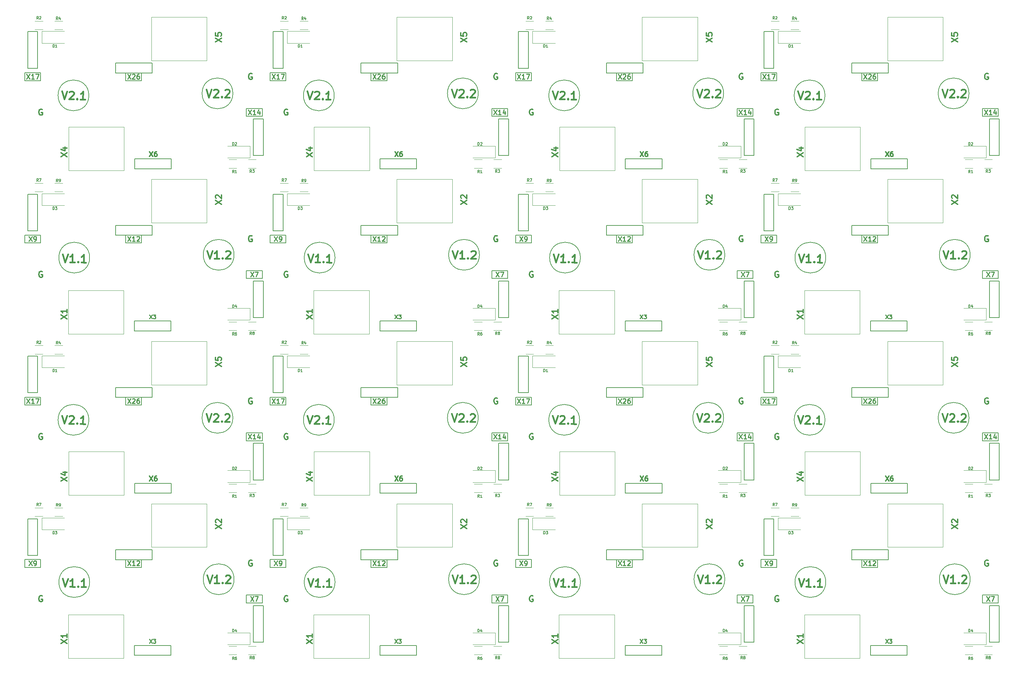
<source format=gbr>
G04 #@! TF.GenerationSoftware,KiCad,Pcbnew,(5.0.0)*
G04 #@! TF.CreationDate,2019-02-08T13:36:01+02:00*
G04 #@! TF.ProjectId,tp_x2_PnP,74705F78325F506E502E6B696361645F,3*
G04 #@! TF.SameCoordinates,Original*
G04 #@! TF.FileFunction,Legend,Top*
G04 #@! TF.FilePolarity,Positive*
%FSLAX46Y46*%
G04 Gerber Fmt 4.6, Leading zero omitted, Abs format (unit mm)*
G04 Created by KiCad (PCBNEW (5.0.0)) date 02/08/19 13:36:01*
%MOMM*%
%LPD*%
G01*
G04 APERTURE LIST*
%ADD10C,0.200000*%
%ADD11C,0.300000*%
%ADD12C,0.120000*%
%ADD13C,0.150000*%
%ADD14C,0.100000*%
%ADD15C,0.250000*%
%ADD16C,0.400000*%
G04 APERTURE END LIST*
D10*
X230500000Y-146000000D02*
X234500000Y-146000000D01*
X261000000Y-194000000D02*
X265000000Y-194000000D01*
X234500000Y-187000000D02*
X234500000Y-185000000D01*
X257879460Y-190000000D02*
G75*
G03X257879460Y-190000000I-3889730J0D01*
G01*
X205000000Y-185000000D02*
X209000000Y-185000000D01*
X234500000Y-146000000D02*
X234500000Y-144000000D01*
X261000000Y-196000000D02*
X261000000Y-194000000D01*
X265000000Y-196000000D02*
X261000000Y-196000000D01*
X209000000Y-187000000D02*
X205000000Y-187000000D01*
X265000000Y-194000000D02*
X265000000Y-196000000D01*
X271000000Y-185000000D02*
X271000000Y-187000000D01*
X267000000Y-187000000D02*
X267000000Y-185000000D01*
X271000000Y-187000000D02*
X267000000Y-187000000D01*
X221389730Y-190710270D02*
G75*
G03X221389730Y-190710270I-3889730J0D01*
G01*
X265000000Y-155000000D02*
X261000000Y-155000000D01*
X323000000Y-196000000D02*
X323000000Y-194000000D01*
X261000000Y-153000000D02*
X265000000Y-153000000D01*
X257579460Y-149200000D02*
G75*
G03X257579460Y-149200000I-3889730J0D01*
G01*
X209000000Y-185000000D02*
X209000000Y-187000000D01*
X209000000Y-146000000D02*
X205000000Y-146000000D01*
X205000000Y-146000000D02*
X205000000Y-144000000D01*
X221189730Y-149710270D02*
G75*
G03X221189730Y-149710270I-3889730J0D01*
G01*
X205000000Y-144000000D02*
X209000000Y-144000000D01*
X230500000Y-144000000D02*
X230500000Y-146000000D01*
X209000000Y-144000000D02*
X209000000Y-146000000D01*
X230500000Y-187000000D02*
X234500000Y-187000000D01*
X323000000Y-153000000D02*
X327000000Y-153000000D01*
X283389730Y-190710270D02*
G75*
G03X283389730Y-190710270I-3889730J0D01*
G01*
X319579460Y-149200000D02*
G75*
G03X319579460Y-149200000I-3889730J0D01*
G01*
X205000000Y-187000000D02*
X205000000Y-185000000D01*
X230500000Y-185000000D02*
X230500000Y-187000000D01*
X292500000Y-144000000D02*
X292500000Y-146000000D01*
X261000000Y-155000000D02*
X261000000Y-153000000D01*
X265000000Y-153000000D02*
X265000000Y-155000000D01*
X296500000Y-146000000D02*
X296500000Y-144000000D01*
X327000000Y-194000000D02*
X327000000Y-196000000D01*
X323000000Y-194000000D02*
X327000000Y-194000000D01*
X267000000Y-146000000D02*
X267000000Y-144000000D01*
X267000000Y-144000000D02*
X271000000Y-144000000D01*
X319879460Y-190000000D02*
G75*
G03X319879460Y-190000000I-3889730J0D01*
G01*
X292500000Y-146000000D02*
X296500000Y-146000000D01*
X296500000Y-187000000D02*
X296500000Y-185000000D01*
X292500000Y-187000000D02*
X296500000Y-187000000D01*
X271000000Y-146000000D02*
X267000000Y-146000000D01*
X283189730Y-149710270D02*
G75*
G03X283189730Y-149710270I-3889730J0D01*
G01*
X267000000Y-185000000D02*
X271000000Y-185000000D01*
X292500000Y-185000000D02*
X292500000Y-187000000D01*
X327000000Y-196000000D02*
X323000000Y-196000000D01*
X327000000Y-155000000D02*
X323000000Y-155000000D01*
X323000000Y-155000000D02*
X323000000Y-153000000D01*
X271000000Y-144000000D02*
X271000000Y-146000000D01*
X327000000Y-153000000D02*
X327000000Y-155000000D01*
D11*
X324392857Y-144250000D02*
X324250000Y-144178571D01*
X324035714Y-144178571D01*
X323821428Y-144250000D01*
X323678571Y-144392857D01*
X323607142Y-144535714D01*
X323535714Y-144821428D01*
X323535714Y-145035714D01*
X323607142Y-145321428D01*
X323678571Y-145464285D01*
X323821428Y-145607142D01*
X324035714Y-145678571D01*
X324178571Y-145678571D01*
X324392857Y-145607142D01*
X324464285Y-145535714D01*
X324464285Y-145035714D01*
X324178571Y-145035714D01*
X271392857Y-153250000D02*
X271250000Y-153178571D01*
X271035714Y-153178571D01*
X270821428Y-153250000D01*
X270678571Y-153392857D01*
X270607142Y-153535714D01*
X270535714Y-153821428D01*
X270535714Y-154035714D01*
X270607142Y-154321428D01*
X270678571Y-154464285D01*
X270821428Y-154607142D01*
X271035714Y-154678571D01*
X271178571Y-154678571D01*
X271392857Y-154607142D01*
X271464285Y-154535714D01*
X271464285Y-154035714D01*
X271178571Y-154035714D01*
X209392857Y-153250000D02*
X209250000Y-153178571D01*
X209035714Y-153178571D01*
X208821428Y-153250000D01*
X208678571Y-153392857D01*
X208607142Y-153535714D01*
X208535714Y-153821428D01*
X208535714Y-154035714D01*
X208607142Y-154321428D01*
X208678571Y-154464285D01*
X208821428Y-154607142D01*
X209035714Y-154678571D01*
X209178571Y-154678571D01*
X209392857Y-154607142D01*
X209464285Y-154535714D01*
X209464285Y-154035714D01*
X209178571Y-154035714D01*
X324392857Y-185250000D02*
X324250000Y-185178571D01*
X324035714Y-185178571D01*
X323821428Y-185250000D01*
X323678571Y-185392857D01*
X323607142Y-185535714D01*
X323535714Y-185821428D01*
X323535714Y-186035714D01*
X323607142Y-186321428D01*
X323678571Y-186464285D01*
X323821428Y-186607142D01*
X324035714Y-186678571D01*
X324178571Y-186678571D01*
X324392857Y-186607142D01*
X324464285Y-186535714D01*
X324464285Y-186035714D01*
X324178571Y-186035714D01*
X262392857Y-144250000D02*
X262250000Y-144178571D01*
X262035714Y-144178571D01*
X261821428Y-144250000D01*
X261678571Y-144392857D01*
X261607142Y-144535714D01*
X261535714Y-144821428D01*
X261535714Y-145035714D01*
X261607142Y-145321428D01*
X261678571Y-145464285D01*
X261821428Y-145607142D01*
X262035714Y-145678571D01*
X262178571Y-145678571D01*
X262392857Y-145607142D01*
X262464285Y-145535714D01*
X262464285Y-145035714D01*
X262178571Y-145035714D01*
X271392857Y-194250000D02*
X271250000Y-194178571D01*
X271035714Y-194178571D01*
X270821428Y-194250000D01*
X270678571Y-194392857D01*
X270607142Y-194535714D01*
X270535714Y-194821428D01*
X270535714Y-195035714D01*
X270607142Y-195321428D01*
X270678571Y-195464285D01*
X270821428Y-195607142D01*
X271035714Y-195678571D01*
X271178571Y-195678571D01*
X271392857Y-195607142D01*
X271464285Y-195535714D01*
X271464285Y-195035714D01*
X271178571Y-195035714D01*
X209392857Y-194250000D02*
X209250000Y-194178571D01*
X209035714Y-194178571D01*
X208821428Y-194250000D01*
X208678571Y-194392857D01*
X208607142Y-194535714D01*
X208535714Y-194821428D01*
X208535714Y-195035714D01*
X208607142Y-195321428D01*
X208678571Y-195464285D01*
X208821428Y-195607142D01*
X209035714Y-195678571D01*
X209178571Y-195678571D01*
X209392857Y-195607142D01*
X209464285Y-195535714D01*
X209464285Y-195035714D01*
X209178571Y-195035714D01*
X262392857Y-185250000D02*
X262250000Y-185178571D01*
X262035714Y-185178571D01*
X261821428Y-185250000D01*
X261678571Y-185392857D01*
X261607142Y-185535714D01*
X261535714Y-185821428D01*
X261535714Y-186035714D01*
X261607142Y-186321428D01*
X261678571Y-186464285D01*
X261821428Y-186607142D01*
X262035714Y-186678571D01*
X262178571Y-186678571D01*
X262392857Y-186607142D01*
X262464285Y-186535714D01*
X262464285Y-186035714D01*
X262178571Y-186035714D01*
D10*
X106500000Y-146000000D02*
X110500000Y-146000000D01*
X137000000Y-194000000D02*
X141000000Y-194000000D01*
X110500000Y-187000000D02*
X110500000Y-185000000D01*
X133879460Y-190000000D02*
G75*
G03X133879460Y-190000000I-3889730J0D01*
G01*
X81000000Y-185000000D02*
X85000000Y-185000000D01*
X81000000Y-187000000D02*
X81000000Y-185000000D01*
X110500000Y-146000000D02*
X110500000Y-144000000D01*
X106500000Y-185000000D02*
X106500000Y-187000000D01*
X137000000Y-196000000D02*
X137000000Y-194000000D01*
X141000000Y-196000000D02*
X137000000Y-196000000D01*
X85000000Y-187000000D02*
X81000000Y-187000000D01*
X141000000Y-155000000D02*
X137000000Y-155000000D01*
X137000000Y-155000000D02*
X137000000Y-153000000D01*
X133579460Y-149200000D02*
G75*
G03X133579460Y-149200000I-3889730J0D01*
G01*
X81000000Y-144000000D02*
X85000000Y-144000000D01*
X85000000Y-144000000D02*
X85000000Y-146000000D01*
X85000000Y-146000000D02*
X81000000Y-146000000D01*
X141000000Y-194000000D02*
X141000000Y-196000000D01*
X81000000Y-146000000D02*
X81000000Y-144000000D01*
X106500000Y-144000000D02*
X106500000Y-146000000D01*
X137000000Y-153000000D02*
X141000000Y-153000000D01*
X106500000Y-187000000D02*
X110500000Y-187000000D01*
X141000000Y-153000000D02*
X141000000Y-155000000D01*
X85000000Y-185000000D02*
X85000000Y-187000000D01*
X97189730Y-149710270D02*
G75*
G03X97189730Y-149710270I-3889730J0D01*
G01*
X97389730Y-190710270D02*
G75*
G03X97389730Y-190710270I-3889730J0D01*
G01*
D11*
X85392857Y-153250000D02*
X85250000Y-153178571D01*
X85035714Y-153178571D01*
X84821428Y-153250000D01*
X84678571Y-153392857D01*
X84607142Y-153535714D01*
X84535714Y-153821428D01*
X84535714Y-154035714D01*
X84607142Y-154321428D01*
X84678571Y-154464285D01*
X84821428Y-154607142D01*
X85035714Y-154678571D01*
X85178571Y-154678571D01*
X85392857Y-154607142D01*
X85464285Y-154535714D01*
X85464285Y-154035714D01*
X85178571Y-154035714D01*
X200392857Y-185250000D02*
X200250000Y-185178571D01*
X200035714Y-185178571D01*
X199821428Y-185250000D01*
X199678571Y-185392857D01*
X199607142Y-185535714D01*
X199535714Y-185821428D01*
X199535714Y-186035714D01*
X199607142Y-186321428D01*
X199678571Y-186464285D01*
X199821428Y-186607142D01*
X200035714Y-186678571D01*
X200178571Y-186678571D01*
X200392857Y-186607142D01*
X200464285Y-186535714D01*
X200464285Y-186035714D01*
X200178571Y-186035714D01*
X147392857Y-194250000D02*
X147250000Y-194178571D01*
X147035714Y-194178571D01*
X146821428Y-194250000D01*
X146678571Y-194392857D01*
X146607142Y-194535714D01*
X146535714Y-194821428D01*
X146535714Y-195035714D01*
X146607142Y-195321428D01*
X146678571Y-195464285D01*
X146821428Y-195607142D01*
X147035714Y-195678571D01*
X147178571Y-195678571D01*
X147392857Y-195607142D01*
X147464285Y-195535714D01*
X147464285Y-195035714D01*
X147178571Y-195035714D01*
X85392857Y-194250000D02*
X85250000Y-194178571D01*
X85035714Y-194178571D01*
X84821428Y-194250000D01*
X84678571Y-194392857D01*
X84607142Y-194535714D01*
X84535714Y-194821428D01*
X84535714Y-195035714D01*
X84607142Y-195321428D01*
X84678571Y-195464285D01*
X84821428Y-195607142D01*
X85035714Y-195678571D01*
X85178571Y-195678571D01*
X85392857Y-195607142D01*
X85464285Y-195535714D01*
X85464285Y-195035714D01*
X85178571Y-195035714D01*
X200392857Y-144250000D02*
X200250000Y-144178571D01*
X200035714Y-144178571D01*
X199821428Y-144250000D01*
X199678571Y-144392857D01*
X199607142Y-144535714D01*
X199535714Y-144821428D01*
X199535714Y-145035714D01*
X199607142Y-145321428D01*
X199678571Y-145464285D01*
X199821428Y-145607142D01*
X200035714Y-145678571D01*
X200178571Y-145678571D01*
X200392857Y-145607142D01*
X200464285Y-145535714D01*
X200464285Y-145035714D01*
X200178571Y-145035714D01*
X147392857Y-153250000D02*
X147250000Y-153178571D01*
X147035714Y-153178571D01*
X146821428Y-153250000D01*
X146678571Y-153392857D01*
X146607142Y-153535714D01*
X146535714Y-153821428D01*
X146535714Y-154035714D01*
X146607142Y-154321428D01*
X146678571Y-154464285D01*
X146821428Y-154607142D01*
X147035714Y-154678571D01*
X147178571Y-154678571D01*
X147392857Y-154607142D01*
X147464285Y-154535714D01*
X147464285Y-154035714D01*
X147178571Y-154035714D01*
X138392857Y-185250000D02*
X138250000Y-185178571D01*
X138035714Y-185178571D01*
X137821428Y-185250000D01*
X137678571Y-185392857D01*
X137607142Y-185535714D01*
X137535714Y-185821428D01*
X137535714Y-186035714D01*
X137607142Y-186321428D01*
X137678571Y-186464285D01*
X137821428Y-186607142D01*
X138035714Y-186678571D01*
X138178571Y-186678571D01*
X138392857Y-186607142D01*
X138464285Y-186535714D01*
X138464285Y-186035714D01*
X138178571Y-186035714D01*
X138392857Y-144250000D02*
X138250000Y-144178571D01*
X138035714Y-144178571D01*
X137821428Y-144250000D01*
X137678571Y-144392857D01*
X137607142Y-144535714D01*
X137535714Y-144821428D01*
X137535714Y-145035714D01*
X137607142Y-145321428D01*
X137678571Y-145464285D01*
X137821428Y-145607142D01*
X138035714Y-145678571D01*
X138178571Y-145678571D01*
X138392857Y-145607142D01*
X138464285Y-145535714D01*
X138464285Y-145035714D01*
X138178571Y-145035714D01*
D10*
X199000000Y-196000000D02*
X199000000Y-194000000D01*
X199000000Y-153000000D02*
X203000000Y-153000000D01*
X159389730Y-190710270D02*
G75*
G03X159389730Y-190710270I-3889730J0D01*
G01*
X147000000Y-185000000D02*
X147000000Y-187000000D01*
X147000000Y-187000000D02*
X143000000Y-187000000D01*
X143000000Y-187000000D02*
X143000000Y-185000000D01*
X195579460Y-149200000D02*
G75*
G03X195579460Y-149200000I-3889730J0D01*
G01*
X168500000Y-144000000D02*
X168500000Y-146000000D01*
X172500000Y-146000000D02*
X172500000Y-144000000D01*
X203000000Y-194000000D02*
X203000000Y-196000000D01*
X199000000Y-194000000D02*
X203000000Y-194000000D01*
X143000000Y-146000000D02*
X143000000Y-144000000D01*
X143000000Y-144000000D02*
X147000000Y-144000000D01*
X195879460Y-190000000D02*
G75*
G03X195879460Y-190000000I-3889730J0D01*
G01*
X168500000Y-146000000D02*
X172500000Y-146000000D01*
X172500000Y-187000000D02*
X172500000Y-185000000D01*
X147000000Y-144000000D02*
X147000000Y-146000000D01*
X199000000Y-155000000D02*
X199000000Y-153000000D01*
X168500000Y-187000000D02*
X172500000Y-187000000D01*
X147000000Y-146000000D02*
X143000000Y-146000000D01*
X203000000Y-153000000D02*
X203000000Y-155000000D01*
X159189730Y-149710270D02*
G75*
G03X159189730Y-149710270I-3889730J0D01*
G01*
X143000000Y-185000000D02*
X147000000Y-185000000D01*
X168500000Y-185000000D02*
X168500000Y-187000000D01*
X203000000Y-196000000D02*
X199000000Y-196000000D01*
X203000000Y-155000000D02*
X199000000Y-155000000D01*
X230500000Y-64000000D02*
X234500000Y-64000000D01*
X261000000Y-112000000D02*
X265000000Y-112000000D01*
X234500000Y-105000000D02*
X234500000Y-103000000D01*
X257879460Y-108000000D02*
G75*
G03X257879460Y-108000000I-3889730J0D01*
G01*
X205000000Y-103000000D02*
X209000000Y-103000000D01*
X205000000Y-105000000D02*
X205000000Y-103000000D01*
X234500000Y-64000000D02*
X234500000Y-62000000D01*
X230500000Y-103000000D02*
X230500000Y-105000000D01*
X261000000Y-114000000D02*
X261000000Y-112000000D01*
X265000000Y-114000000D02*
X261000000Y-114000000D01*
X209000000Y-105000000D02*
X205000000Y-105000000D01*
X265000000Y-73000000D02*
X261000000Y-73000000D01*
X261000000Y-73000000D02*
X261000000Y-71000000D01*
X257579460Y-67200000D02*
G75*
G03X257579460Y-67200000I-3889730J0D01*
G01*
X205000000Y-62000000D02*
X209000000Y-62000000D01*
X209000000Y-62000000D02*
X209000000Y-64000000D01*
X209000000Y-64000000D02*
X205000000Y-64000000D01*
X265000000Y-112000000D02*
X265000000Y-114000000D01*
X205000000Y-64000000D02*
X205000000Y-62000000D01*
X230500000Y-62000000D02*
X230500000Y-64000000D01*
X261000000Y-71000000D02*
X265000000Y-71000000D01*
X230500000Y-105000000D02*
X234500000Y-105000000D01*
X265000000Y-71000000D02*
X265000000Y-73000000D01*
X209000000Y-103000000D02*
X209000000Y-105000000D01*
X221189730Y-67710270D02*
G75*
G03X221189730Y-67710270I-3889730J0D01*
G01*
X221389730Y-108710270D02*
G75*
G03X221389730Y-108710270I-3889730J0D01*
G01*
D11*
X209392857Y-71250000D02*
X209250000Y-71178571D01*
X209035714Y-71178571D01*
X208821428Y-71250000D01*
X208678571Y-71392857D01*
X208607142Y-71535714D01*
X208535714Y-71821428D01*
X208535714Y-72035714D01*
X208607142Y-72321428D01*
X208678571Y-72464285D01*
X208821428Y-72607142D01*
X209035714Y-72678571D01*
X209178571Y-72678571D01*
X209392857Y-72607142D01*
X209464285Y-72535714D01*
X209464285Y-72035714D01*
X209178571Y-72035714D01*
X324392857Y-103250000D02*
X324250000Y-103178571D01*
X324035714Y-103178571D01*
X323821428Y-103250000D01*
X323678571Y-103392857D01*
X323607142Y-103535714D01*
X323535714Y-103821428D01*
X323535714Y-104035714D01*
X323607142Y-104321428D01*
X323678571Y-104464285D01*
X323821428Y-104607142D01*
X324035714Y-104678571D01*
X324178571Y-104678571D01*
X324392857Y-104607142D01*
X324464285Y-104535714D01*
X324464285Y-104035714D01*
X324178571Y-104035714D01*
X271392857Y-112250000D02*
X271250000Y-112178571D01*
X271035714Y-112178571D01*
X270821428Y-112250000D01*
X270678571Y-112392857D01*
X270607142Y-112535714D01*
X270535714Y-112821428D01*
X270535714Y-113035714D01*
X270607142Y-113321428D01*
X270678571Y-113464285D01*
X270821428Y-113607142D01*
X271035714Y-113678571D01*
X271178571Y-113678571D01*
X271392857Y-113607142D01*
X271464285Y-113535714D01*
X271464285Y-113035714D01*
X271178571Y-113035714D01*
X209392857Y-112250000D02*
X209250000Y-112178571D01*
X209035714Y-112178571D01*
X208821428Y-112250000D01*
X208678571Y-112392857D01*
X208607142Y-112535714D01*
X208535714Y-112821428D01*
X208535714Y-113035714D01*
X208607142Y-113321428D01*
X208678571Y-113464285D01*
X208821428Y-113607142D01*
X209035714Y-113678571D01*
X209178571Y-113678571D01*
X209392857Y-113607142D01*
X209464285Y-113535714D01*
X209464285Y-113035714D01*
X209178571Y-113035714D01*
X324392857Y-62250000D02*
X324250000Y-62178571D01*
X324035714Y-62178571D01*
X323821428Y-62250000D01*
X323678571Y-62392857D01*
X323607142Y-62535714D01*
X323535714Y-62821428D01*
X323535714Y-63035714D01*
X323607142Y-63321428D01*
X323678571Y-63464285D01*
X323821428Y-63607142D01*
X324035714Y-63678571D01*
X324178571Y-63678571D01*
X324392857Y-63607142D01*
X324464285Y-63535714D01*
X324464285Y-63035714D01*
X324178571Y-63035714D01*
X271392857Y-71250000D02*
X271250000Y-71178571D01*
X271035714Y-71178571D01*
X270821428Y-71250000D01*
X270678571Y-71392857D01*
X270607142Y-71535714D01*
X270535714Y-71821428D01*
X270535714Y-72035714D01*
X270607142Y-72321428D01*
X270678571Y-72464285D01*
X270821428Y-72607142D01*
X271035714Y-72678571D01*
X271178571Y-72678571D01*
X271392857Y-72607142D01*
X271464285Y-72535714D01*
X271464285Y-72035714D01*
X271178571Y-72035714D01*
X262392857Y-103250000D02*
X262250000Y-103178571D01*
X262035714Y-103178571D01*
X261821428Y-103250000D01*
X261678571Y-103392857D01*
X261607142Y-103535714D01*
X261535714Y-103821428D01*
X261535714Y-104035714D01*
X261607142Y-104321428D01*
X261678571Y-104464285D01*
X261821428Y-104607142D01*
X262035714Y-104678571D01*
X262178571Y-104678571D01*
X262392857Y-104607142D01*
X262464285Y-104535714D01*
X262464285Y-104035714D01*
X262178571Y-104035714D01*
X262392857Y-62250000D02*
X262250000Y-62178571D01*
X262035714Y-62178571D01*
X261821428Y-62250000D01*
X261678571Y-62392857D01*
X261607142Y-62535714D01*
X261535714Y-62821428D01*
X261535714Y-63035714D01*
X261607142Y-63321428D01*
X261678571Y-63464285D01*
X261821428Y-63607142D01*
X262035714Y-63678571D01*
X262178571Y-63678571D01*
X262392857Y-63607142D01*
X262464285Y-63535714D01*
X262464285Y-63035714D01*
X262178571Y-63035714D01*
D10*
X323000000Y-114000000D02*
X323000000Y-112000000D01*
X323000000Y-71000000D02*
X327000000Y-71000000D01*
X283389730Y-108710270D02*
G75*
G03X283389730Y-108710270I-3889730J0D01*
G01*
X271000000Y-103000000D02*
X271000000Y-105000000D01*
X271000000Y-105000000D02*
X267000000Y-105000000D01*
X267000000Y-105000000D02*
X267000000Y-103000000D01*
X319579460Y-67200000D02*
G75*
G03X319579460Y-67200000I-3889730J0D01*
G01*
X292500000Y-62000000D02*
X292500000Y-64000000D01*
X296500000Y-64000000D02*
X296500000Y-62000000D01*
X327000000Y-112000000D02*
X327000000Y-114000000D01*
X323000000Y-112000000D02*
X327000000Y-112000000D01*
X267000000Y-64000000D02*
X267000000Y-62000000D01*
X267000000Y-62000000D02*
X271000000Y-62000000D01*
X319879460Y-108000000D02*
G75*
G03X319879460Y-108000000I-3889730J0D01*
G01*
X292500000Y-64000000D02*
X296500000Y-64000000D01*
X296500000Y-105000000D02*
X296500000Y-103000000D01*
X271000000Y-62000000D02*
X271000000Y-64000000D01*
X323000000Y-73000000D02*
X323000000Y-71000000D01*
X292500000Y-105000000D02*
X296500000Y-105000000D01*
X271000000Y-64000000D02*
X267000000Y-64000000D01*
X327000000Y-71000000D02*
X327000000Y-73000000D01*
X283189730Y-67710270D02*
G75*
G03X283189730Y-67710270I-3889730J0D01*
G01*
X267000000Y-103000000D02*
X271000000Y-103000000D01*
X292500000Y-103000000D02*
X292500000Y-105000000D01*
X327000000Y-114000000D02*
X323000000Y-114000000D01*
X327000000Y-73000000D02*
X323000000Y-73000000D01*
X168500000Y-64000000D02*
X172500000Y-64000000D01*
X199000000Y-112000000D02*
X203000000Y-112000000D01*
X172500000Y-105000000D02*
X172500000Y-103000000D01*
X195879460Y-108000000D02*
G75*
G03X195879460Y-108000000I-3889730J0D01*
G01*
X143000000Y-103000000D02*
X147000000Y-103000000D01*
X143000000Y-105000000D02*
X143000000Y-103000000D01*
X172500000Y-64000000D02*
X172500000Y-62000000D01*
X168500000Y-103000000D02*
X168500000Y-105000000D01*
X199000000Y-114000000D02*
X199000000Y-112000000D01*
X203000000Y-114000000D02*
X199000000Y-114000000D01*
X147000000Y-105000000D02*
X143000000Y-105000000D01*
X203000000Y-73000000D02*
X199000000Y-73000000D01*
X199000000Y-73000000D02*
X199000000Y-71000000D01*
X195579460Y-67200000D02*
G75*
G03X195579460Y-67200000I-3889730J0D01*
G01*
X143000000Y-62000000D02*
X147000000Y-62000000D01*
X147000000Y-62000000D02*
X147000000Y-64000000D01*
X147000000Y-64000000D02*
X143000000Y-64000000D01*
X203000000Y-112000000D02*
X203000000Y-114000000D01*
X143000000Y-64000000D02*
X143000000Y-62000000D01*
X168500000Y-62000000D02*
X168500000Y-64000000D01*
X199000000Y-71000000D02*
X203000000Y-71000000D01*
X168500000Y-105000000D02*
X172500000Y-105000000D01*
X203000000Y-71000000D02*
X203000000Y-73000000D01*
X147000000Y-103000000D02*
X147000000Y-105000000D01*
X159189730Y-67710270D02*
G75*
G03X159189730Y-67710270I-3889730J0D01*
G01*
X159389730Y-108710270D02*
G75*
G03X159389730Y-108710270I-3889730J0D01*
G01*
D11*
X147392857Y-71250000D02*
X147250000Y-71178571D01*
X147035714Y-71178571D01*
X146821428Y-71250000D01*
X146678571Y-71392857D01*
X146607142Y-71535714D01*
X146535714Y-71821428D01*
X146535714Y-72035714D01*
X146607142Y-72321428D01*
X146678571Y-72464285D01*
X146821428Y-72607142D01*
X147035714Y-72678571D01*
X147178571Y-72678571D01*
X147392857Y-72607142D01*
X147464285Y-72535714D01*
X147464285Y-72035714D01*
X147178571Y-72035714D01*
X147392857Y-112250000D02*
X147250000Y-112178571D01*
X147035714Y-112178571D01*
X146821428Y-112250000D01*
X146678571Y-112392857D01*
X146607142Y-112535714D01*
X146535714Y-112821428D01*
X146535714Y-113035714D01*
X146607142Y-113321428D01*
X146678571Y-113464285D01*
X146821428Y-113607142D01*
X147035714Y-113678571D01*
X147178571Y-113678571D01*
X147392857Y-113607142D01*
X147464285Y-113535714D01*
X147464285Y-113035714D01*
X147178571Y-113035714D01*
X200392857Y-103250000D02*
X200250000Y-103178571D01*
X200035714Y-103178571D01*
X199821428Y-103250000D01*
X199678571Y-103392857D01*
X199607142Y-103535714D01*
X199535714Y-103821428D01*
X199535714Y-104035714D01*
X199607142Y-104321428D01*
X199678571Y-104464285D01*
X199821428Y-104607142D01*
X200035714Y-104678571D01*
X200178571Y-104678571D01*
X200392857Y-104607142D01*
X200464285Y-104535714D01*
X200464285Y-104035714D01*
X200178571Y-104035714D01*
X200392857Y-62250000D02*
X200250000Y-62178571D01*
X200035714Y-62178571D01*
X199821428Y-62250000D01*
X199678571Y-62392857D01*
X199607142Y-62535714D01*
X199535714Y-62821428D01*
X199535714Y-63035714D01*
X199607142Y-63321428D01*
X199678571Y-63464285D01*
X199821428Y-63607142D01*
X200035714Y-63678571D01*
X200178571Y-63678571D01*
X200392857Y-63607142D01*
X200464285Y-63535714D01*
X200464285Y-63035714D01*
X200178571Y-63035714D01*
X85392857Y-112250000D02*
X85250000Y-112178571D01*
X85035714Y-112178571D01*
X84821428Y-112250000D01*
X84678571Y-112392857D01*
X84607142Y-112535714D01*
X84535714Y-112821428D01*
X84535714Y-113035714D01*
X84607142Y-113321428D01*
X84678571Y-113464285D01*
X84821428Y-113607142D01*
X85035714Y-113678571D01*
X85178571Y-113678571D01*
X85392857Y-113607142D01*
X85464285Y-113535714D01*
X85464285Y-113035714D01*
X85178571Y-113035714D01*
X138392857Y-103250000D02*
X138250000Y-103178571D01*
X138035714Y-103178571D01*
X137821428Y-103250000D01*
X137678571Y-103392857D01*
X137607142Y-103535714D01*
X137535714Y-103821428D01*
X137535714Y-104035714D01*
X137607142Y-104321428D01*
X137678571Y-104464285D01*
X137821428Y-104607142D01*
X138035714Y-104678571D01*
X138178571Y-104678571D01*
X138392857Y-104607142D01*
X138464285Y-104535714D01*
X138464285Y-104035714D01*
X138178571Y-104035714D01*
X138392857Y-62250000D02*
X138250000Y-62178571D01*
X138035714Y-62178571D01*
X137821428Y-62250000D01*
X137678571Y-62392857D01*
X137607142Y-62535714D01*
X137535714Y-62821428D01*
X137535714Y-63035714D01*
X137607142Y-63321428D01*
X137678571Y-63464285D01*
X137821428Y-63607142D01*
X138035714Y-63678571D01*
X138178571Y-63678571D01*
X138392857Y-63607142D01*
X138464285Y-63535714D01*
X138464285Y-63035714D01*
X138178571Y-63035714D01*
X85392857Y-71250000D02*
X85250000Y-71178571D01*
X85035714Y-71178571D01*
X84821428Y-71250000D01*
X84678571Y-71392857D01*
X84607142Y-71535714D01*
X84535714Y-71821428D01*
X84535714Y-72035714D01*
X84607142Y-72321428D01*
X84678571Y-72464285D01*
X84821428Y-72607142D01*
X85035714Y-72678571D01*
X85178571Y-72678571D01*
X85392857Y-72607142D01*
X85464285Y-72535714D01*
X85464285Y-72035714D01*
X85178571Y-72035714D01*
D10*
X133879460Y-108000000D02*
G75*
G03X133879460Y-108000000I-3889730J0D01*
G01*
X97389730Y-108710270D02*
G75*
G03X97389730Y-108710270I-3889730J0D01*
G01*
X133579460Y-67200000D02*
G75*
G03X133579460Y-67200000I-3889730J0D01*
G01*
X97189730Y-67710270D02*
G75*
G03X97189730Y-67710270I-3889730J0D01*
G01*
X81000000Y-105000000D02*
X81000000Y-103000000D01*
X85000000Y-105000000D02*
X81000000Y-105000000D01*
X85000000Y-103000000D02*
X85000000Y-105000000D01*
X81000000Y-103000000D02*
X85000000Y-103000000D01*
X137000000Y-73000000D02*
X137000000Y-71000000D01*
X141000000Y-73000000D02*
X137000000Y-73000000D01*
X141000000Y-71000000D02*
X141000000Y-73000000D01*
X137000000Y-71000000D02*
X141000000Y-71000000D01*
X137000000Y-114000000D02*
X137000000Y-112000000D01*
X141000000Y-114000000D02*
X137000000Y-114000000D01*
X141000000Y-112000000D02*
X141000000Y-114000000D01*
X137000000Y-112000000D02*
X141000000Y-112000000D01*
X110500000Y-105000000D02*
X110500000Y-103000000D01*
X106500000Y-105000000D02*
X110500000Y-105000000D01*
X106500000Y-103000000D02*
X106500000Y-105000000D01*
X110500000Y-64000000D02*
X110500000Y-62000000D01*
X106500000Y-64000000D02*
X110500000Y-64000000D01*
X106500000Y-62000000D02*
X106500000Y-64000000D01*
X81000000Y-64000000D02*
X81000000Y-62000000D01*
X85000000Y-64000000D02*
X81000000Y-64000000D01*
X85000000Y-62000000D02*
X85000000Y-64000000D01*
X81000000Y-62000000D02*
X85000000Y-62000000D01*
D12*
G04 #@! TO.C,D1*
X209300000Y-54500000D02*
X215000000Y-54500000D01*
X209300000Y-51500000D02*
X209300000Y-54500000D01*
X215000000Y-51500000D02*
X209300000Y-51500000D01*
G04 #@! TO.C,R9*
X214550000Y-174070000D02*
X212550000Y-174070000D01*
X212550000Y-171930000D02*
X214550000Y-171930000D01*
G04 #@! TO.C,R8*
X261450000Y-206930000D02*
X263450000Y-206930000D01*
X263450000Y-209070000D02*
X261450000Y-209070000D01*
D13*
G04 #@! TO.C,X9*
X205750000Y-183960000D02*
X205750000Y-174710000D01*
X205750000Y-174710000D02*
X208250000Y-174710000D01*
X208250000Y-174710000D02*
X208250000Y-183960000D01*
X208250000Y-183960000D02*
X205750000Y-183960000D01*
D12*
G04 #@! TO.C,R3*
X263450000Y-168070000D02*
X261450000Y-168070000D01*
X261450000Y-165930000D02*
X263450000Y-165930000D01*
D13*
G04 #@! TO.C,X6*
X242000000Y-165750000D02*
X242000000Y-168250000D01*
X232750000Y-165750000D02*
X242000000Y-165750000D01*
X232750000Y-168250000D02*
X232750000Y-165750000D01*
X242000000Y-168250000D02*
X232750000Y-168250000D01*
D12*
G04 #@! TO.C,R1*
X256550000Y-165930000D02*
X258550000Y-165930000D01*
X258550000Y-168070000D02*
X256550000Y-168070000D01*
G04 #@! TO.C,D1*
X215000000Y-133500000D02*
X209300000Y-133500000D01*
X209300000Y-133500000D02*
X209300000Y-136500000D01*
X209300000Y-136500000D02*
X215000000Y-136500000D01*
G04 #@! TO.C,D3*
X209300000Y-177500000D02*
X215000000Y-177500000D01*
X209300000Y-174500000D02*
X209300000Y-177500000D01*
X215000000Y-174500000D02*
X209300000Y-174500000D01*
D14*
G04 #@! TO.C,X4*
X216100000Y-168700000D02*
X216100000Y-157700000D01*
X230100000Y-168700000D02*
X216100000Y-168700000D01*
X230100000Y-157700000D02*
X230100000Y-168700000D01*
X216100000Y-157700000D02*
X230100000Y-157700000D01*
D12*
G04 #@! TO.C,R4*
X212550000Y-130930000D02*
X214550000Y-130930000D01*
X214550000Y-133070000D02*
X212550000Y-133070000D01*
G04 #@! TO.C,R2*
X209550000Y-133070000D02*
X207550000Y-133070000D01*
X207550000Y-130930000D02*
X209550000Y-130930000D01*
G04 #@! TO.C,R6*
X258550000Y-209070000D02*
X256550000Y-209070000D01*
X256550000Y-206930000D02*
X258550000Y-206930000D01*
D13*
G04 #@! TO.C,X12*
X227960000Y-182550000D02*
X237210000Y-182550000D01*
X237210000Y-182550000D02*
X237210000Y-185050000D01*
X237210000Y-185050000D02*
X227960000Y-185050000D01*
X227960000Y-185050000D02*
X227960000Y-182550000D01*
G04 #@! TO.C,X3*
X303960000Y-206750000D02*
X303960000Y-209250000D01*
X294710000Y-206750000D02*
X303960000Y-206750000D01*
X294710000Y-209250000D02*
X294710000Y-206750000D01*
X303960000Y-209250000D02*
X294710000Y-209250000D01*
G04 #@! TO.C,X17*
X270250000Y-142840000D02*
X267750000Y-142840000D01*
X270250000Y-133590000D02*
X270250000Y-142840000D01*
X267750000Y-133590000D02*
X270250000Y-133590000D01*
X267750000Y-142840000D02*
X267750000Y-133590000D01*
G04 #@! TO.C,X7*
X324750000Y-205900000D02*
X324750000Y-196650000D01*
X324750000Y-196650000D02*
X327250000Y-196650000D01*
X327250000Y-196650000D02*
X327250000Y-205900000D01*
X327250000Y-205900000D02*
X324750000Y-205900000D01*
D14*
G04 #@! TO.C,X2*
X237000000Y-170900000D02*
X251000000Y-170900000D01*
X251000000Y-170900000D02*
X251000000Y-181900000D01*
X251000000Y-181900000D02*
X237000000Y-181900000D01*
X237000000Y-181900000D02*
X237000000Y-170900000D01*
D12*
G04 #@! TO.C,R7*
X207550000Y-171930000D02*
X209550000Y-171930000D01*
X209550000Y-174070000D02*
X207550000Y-174070000D01*
D13*
G04 #@! TO.C,X14*
X327250000Y-164900000D02*
X324750000Y-164900000D01*
X327250000Y-155650000D02*
X327250000Y-164900000D01*
X324750000Y-155650000D02*
X327250000Y-155650000D01*
X324750000Y-164900000D02*
X324750000Y-155650000D01*
D14*
G04 #@! TO.C,X1*
X216000000Y-210000000D02*
X216000000Y-199000000D01*
X230000000Y-210000000D02*
X216000000Y-210000000D01*
X230000000Y-199000000D02*
X230000000Y-210000000D01*
X216000000Y-199000000D02*
X230000000Y-199000000D01*
G04 #@! TO.C,X5*
X237000000Y-129900000D02*
X251000000Y-129900000D01*
X251000000Y-129900000D02*
X251000000Y-140900000D01*
X251000000Y-140900000D02*
X237000000Y-140900000D01*
X237000000Y-140900000D02*
X237000000Y-129900000D01*
D12*
G04 #@! TO.C,D2*
X318200000Y-165500000D02*
X323900000Y-165500000D01*
X323900000Y-165500000D02*
X323900000Y-162500000D01*
X323900000Y-162500000D02*
X318200000Y-162500000D01*
G04 #@! TO.C,D4*
X323900000Y-203500000D02*
X318200000Y-203500000D01*
X323900000Y-206500000D02*
X323900000Y-203500000D01*
X318200000Y-206500000D02*
X323900000Y-206500000D01*
D13*
G04 #@! TO.C,X26*
X289960000Y-144050000D02*
X289960000Y-141550000D01*
X299210000Y-144050000D02*
X289960000Y-144050000D01*
X299210000Y-141550000D02*
X299210000Y-144050000D01*
X289960000Y-141550000D02*
X299210000Y-141550000D01*
G04 #@! TO.C,X12*
X289960000Y-185050000D02*
X289960000Y-182550000D01*
X299210000Y-185050000D02*
X289960000Y-185050000D01*
X299210000Y-182550000D02*
X299210000Y-185050000D01*
X289960000Y-182550000D02*
X299210000Y-182550000D01*
D12*
G04 #@! TO.C,R6*
X318550000Y-206930000D02*
X320550000Y-206930000D01*
X320550000Y-209070000D02*
X318550000Y-209070000D01*
G04 #@! TO.C,R2*
X269550000Y-130930000D02*
X271550000Y-130930000D01*
X271550000Y-133070000D02*
X269550000Y-133070000D01*
G04 #@! TO.C,R7*
X271550000Y-174070000D02*
X269550000Y-174070000D01*
X269550000Y-171930000D02*
X271550000Y-171930000D01*
D14*
G04 #@! TO.C,X5*
X299000000Y-140900000D02*
X299000000Y-129900000D01*
X313000000Y-140900000D02*
X299000000Y-140900000D01*
X313000000Y-129900000D02*
X313000000Y-140900000D01*
X299000000Y-129900000D02*
X313000000Y-129900000D01*
G04 #@! TO.C,X1*
X278000000Y-199000000D02*
X292000000Y-199000000D01*
X292000000Y-199000000D02*
X292000000Y-210000000D01*
X292000000Y-210000000D02*
X278000000Y-210000000D01*
X278000000Y-210000000D02*
X278000000Y-199000000D01*
D13*
G04 #@! TO.C,X26*
X227960000Y-141550000D02*
X237210000Y-141550000D01*
X237210000Y-141550000D02*
X237210000Y-144050000D01*
X237210000Y-144050000D02*
X227960000Y-144050000D01*
X227960000Y-144050000D02*
X227960000Y-141550000D01*
G04 #@! TO.C,X17*
X205750000Y-142840000D02*
X205750000Y-133590000D01*
X205750000Y-133590000D02*
X208250000Y-133590000D01*
X208250000Y-133590000D02*
X208250000Y-142840000D01*
X208250000Y-142840000D02*
X205750000Y-142840000D01*
D12*
G04 #@! TO.C,D3*
X277000000Y-174500000D02*
X271300000Y-174500000D01*
X271300000Y-174500000D02*
X271300000Y-177500000D01*
X271300000Y-177500000D02*
X277000000Y-177500000D01*
D14*
G04 #@! TO.C,X4*
X278100000Y-157700000D02*
X292100000Y-157700000D01*
X292100000Y-157700000D02*
X292100000Y-168700000D01*
X292100000Y-168700000D02*
X278100000Y-168700000D01*
X278100000Y-168700000D02*
X278100000Y-157700000D01*
D12*
G04 #@! TO.C,R4*
X276550000Y-133070000D02*
X274550000Y-133070000D01*
X274550000Y-130930000D02*
X276550000Y-130930000D01*
G04 #@! TO.C,R9*
X274550000Y-171930000D02*
X276550000Y-171930000D01*
X276550000Y-174070000D02*
X274550000Y-174070000D01*
D13*
G04 #@! TO.C,X7*
X265250000Y-205900000D02*
X262750000Y-205900000D01*
X265250000Y-196650000D02*
X265250000Y-205900000D01*
X262750000Y-196650000D02*
X265250000Y-196650000D01*
X262750000Y-205900000D02*
X262750000Y-196650000D01*
D12*
G04 #@! TO.C,D4*
X256200000Y-206500000D02*
X261900000Y-206500000D01*
X261900000Y-206500000D02*
X261900000Y-203500000D01*
X261900000Y-203500000D02*
X256200000Y-203500000D01*
D14*
G04 #@! TO.C,X2*
X299000000Y-181900000D02*
X299000000Y-170900000D01*
X313000000Y-181900000D02*
X299000000Y-181900000D01*
X313000000Y-170900000D02*
X313000000Y-181900000D01*
X299000000Y-170900000D02*
X313000000Y-170900000D01*
D13*
G04 #@! TO.C,X14*
X262750000Y-164900000D02*
X262750000Y-155650000D01*
X262750000Y-155650000D02*
X265250000Y-155650000D01*
X265250000Y-155650000D02*
X265250000Y-164900000D01*
X265250000Y-164900000D02*
X262750000Y-164900000D01*
G04 #@! TO.C,X3*
X241960000Y-209250000D02*
X232710000Y-209250000D01*
X232710000Y-209250000D02*
X232710000Y-206750000D01*
X232710000Y-206750000D02*
X241960000Y-206750000D01*
X241960000Y-206750000D02*
X241960000Y-209250000D01*
G04 #@! TO.C,X6*
X304000000Y-168250000D02*
X294750000Y-168250000D01*
X294750000Y-168250000D02*
X294750000Y-165750000D01*
X294750000Y-165750000D02*
X304000000Y-165750000D01*
X304000000Y-165750000D02*
X304000000Y-168250000D01*
D12*
G04 #@! TO.C,D2*
X261900000Y-162500000D02*
X256200000Y-162500000D01*
X261900000Y-165500000D02*
X261900000Y-162500000D01*
X256200000Y-165500000D02*
X261900000Y-165500000D01*
D13*
G04 #@! TO.C,X9*
X270250000Y-183960000D02*
X267750000Y-183960000D01*
X270250000Y-174710000D02*
X270250000Y-183960000D01*
X267750000Y-174710000D02*
X270250000Y-174710000D01*
X267750000Y-183960000D02*
X267750000Y-174710000D01*
D12*
G04 #@! TO.C,R8*
X325450000Y-209070000D02*
X323450000Y-209070000D01*
X323450000Y-206930000D02*
X325450000Y-206930000D01*
G04 #@! TO.C,R1*
X320550000Y-168070000D02*
X318550000Y-168070000D01*
X318550000Y-165930000D02*
X320550000Y-165930000D01*
G04 #@! TO.C,D1*
X271300000Y-136500000D02*
X277000000Y-136500000D01*
X271300000Y-133500000D02*
X271300000Y-136500000D01*
X277000000Y-133500000D02*
X271300000Y-133500000D01*
G04 #@! TO.C,R3*
X323450000Y-165930000D02*
X325450000Y-165930000D01*
X325450000Y-168070000D02*
X323450000Y-168070000D01*
D13*
G04 #@! TO.C,X6*
X118000000Y-168250000D02*
X108750000Y-168250000D01*
X108750000Y-168250000D02*
X108750000Y-165750000D01*
X108750000Y-165750000D02*
X118000000Y-165750000D01*
X118000000Y-165750000D02*
X118000000Y-168250000D01*
D12*
G04 #@! TO.C,R1*
X134550000Y-168070000D02*
X132550000Y-168070000D01*
X132550000Y-165930000D02*
X134550000Y-165930000D01*
G04 #@! TO.C,R8*
X139450000Y-209070000D02*
X137450000Y-209070000D01*
X137450000Y-206930000D02*
X139450000Y-206930000D01*
G04 #@! TO.C,D1*
X85300000Y-136500000D02*
X91000000Y-136500000D01*
X85300000Y-133500000D02*
X85300000Y-136500000D01*
X91000000Y-133500000D02*
X85300000Y-133500000D01*
D13*
G04 #@! TO.C,X9*
X84250000Y-183960000D02*
X81750000Y-183960000D01*
X84250000Y-174710000D02*
X84250000Y-183960000D01*
X81750000Y-174710000D02*
X84250000Y-174710000D01*
X81750000Y-183960000D02*
X81750000Y-174710000D01*
D12*
G04 #@! TO.C,R3*
X137450000Y-165930000D02*
X139450000Y-165930000D01*
X139450000Y-168070000D02*
X137450000Y-168070000D01*
G04 #@! TO.C,D3*
X91000000Y-174500000D02*
X85300000Y-174500000D01*
X85300000Y-174500000D02*
X85300000Y-177500000D01*
X85300000Y-177500000D02*
X91000000Y-177500000D01*
D14*
G04 #@! TO.C,X4*
X92100000Y-157700000D02*
X106100000Y-157700000D01*
X106100000Y-157700000D02*
X106100000Y-168700000D01*
X106100000Y-168700000D02*
X92100000Y-168700000D01*
X92100000Y-168700000D02*
X92100000Y-157700000D01*
D12*
G04 #@! TO.C,R4*
X90550000Y-133070000D02*
X88550000Y-133070000D01*
X88550000Y-130930000D02*
X90550000Y-130930000D01*
G04 #@! TO.C,R9*
X88550000Y-171930000D02*
X90550000Y-171930000D01*
X90550000Y-174070000D02*
X88550000Y-174070000D01*
D14*
G04 #@! TO.C,X5*
X113000000Y-140900000D02*
X113000000Y-129900000D01*
X127000000Y-140900000D02*
X113000000Y-140900000D01*
X127000000Y-129900000D02*
X127000000Y-140900000D01*
X113000000Y-129900000D02*
X127000000Y-129900000D01*
D12*
G04 #@! TO.C,R2*
X83550000Y-130930000D02*
X85550000Y-130930000D01*
X85550000Y-133070000D02*
X83550000Y-133070000D01*
D14*
G04 #@! TO.C,X2*
X113000000Y-181900000D02*
X113000000Y-170900000D01*
X127000000Y-181900000D02*
X113000000Y-181900000D01*
X127000000Y-170900000D02*
X127000000Y-181900000D01*
X113000000Y-170900000D02*
X127000000Y-170900000D01*
G04 #@! TO.C,X1*
X92000000Y-199000000D02*
X106000000Y-199000000D01*
X106000000Y-199000000D02*
X106000000Y-210000000D01*
X106000000Y-210000000D02*
X92000000Y-210000000D01*
X92000000Y-210000000D02*
X92000000Y-199000000D01*
D12*
G04 #@! TO.C,R6*
X132550000Y-206930000D02*
X134550000Y-206930000D01*
X134550000Y-209070000D02*
X132550000Y-209070000D01*
D13*
G04 #@! TO.C,X12*
X103960000Y-185050000D02*
X103960000Y-182550000D01*
X113210000Y-185050000D02*
X103960000Y-185050000D01*
X113210000Y-182550000D02*
X113210000Y-185050000D01*
X103960000Y-182550000D02*
X113210000Y-182550000D01*
D12*
G04 #@! TO.C,R7*
X85550000Y-174070000D02*
X83550000Y-174070000D01*
X83550000Y-171930000D02*
X85550000Y-171930000D01*
G04 #@! TO.C,D2*
X199900000Y-162500000D02*
X194200000Y-162500000D01*
X199900000Y-165500000D02*
X199900000Y-162500000D01*
X194200000Y-165500000D02*
X199900000Y-165500000D01*
D13*
G04 #@! TO.C,X3*
X179960000Y-209250000D02*
X170710000Y-209250000D01*
X170710000Y-209250000D02*
X170710000Y-206750000D01*
X170710000Y-206750000D02*
X179960000Y-206750000D01*
X179960000Y-206750000D02*
X179960000Y-209250000D01*
G04 #@! TO.C,X17*
X143750000Y-142840000D02*
X143750000Y-133590000D01*
X143750000Y-133590000D02*
X146250000Y-133590000D01*
X146250000Y-133590000D02*
X146250000Y-142840000D01*
X146250000Y-142840000D02*
X143750000Y-142840000D01*
G04 #@! TO.C,X14*
X200750000Y-164900000D02*
X200750000Y-155650000D01*
X200750000Y-155650000D02*
X203250000Y-155650000D01*
X203250000Y-155650000D02*
X203250000Y-164900000D01*
X203250000Y-164900000D02*
X200750000Y-164900000D01*
G04 #@! TO.C,X7*
X203250000Y-205900000D02*
X200750000Y-205900000D01*
X203250000Y-196650000D02*
X203250000Y-205900000D01*
X200750000Y-196650000D02*
X203250000Y-196650000D01*
X200750000Y-205900000D02*
X200750000Y-196650000D01*
D12*
G04 #@! TO.C,R4*
X150550000Y-130930000D02*
X152550000Y-130930000D01*
X152550000Y-133070000D02*
X150550000Y-133070000D01*
G04 #@! TO.C,D4*
X194200000Y-206500000D02*
X199900000Y-206500000D01*
X199900000Y-206500000D02*
X199900000Y-203500000D01*
X199900000Y-203500000D02*
X194200000Y-203500000D01*
G04 #@! TO.C,R9*
X152550000Y-174070000D02*
X150550000Y-174070000D01*
X150550000Y-171930000D02*
X152550000Y-171930000D01*
D13*
G04 #@! TO.C,X26*
X165960000Y-141550000D02*
X175210000Y-141550000D01*
X175210000Y-141550000D02*
X175210000Y-144050000D01*
X175210000Y-144050000D02*
X165960000Y-144050000D01*
X165960000Y-144050000D02*
X165960000Y-141550000D01*
D12*
G04 #@! TO.C,D3*
X147300000Y-177500000D02*
X153000000Y-177500000D01*
X147300000Y-174500000D02*
X147300000Y-177500000D01*
X153000000Y-174500000D02*
X147300000Y-174500000D01*
D14*
G04 #@! TO.C,X4*
X154100000Y-168700000D02*
X154100000Y-157700000D01*
X168100000Y-168700000D02*
X154100000Y-168700000D01*
X168100000Y-157700000D02*
X168100000Y-168700000D01*
X154100000Y-157700000D02*
X168100000Y-157700000D01*
D12*
G04 #@! TO.C,R2*
X147550000Y-133070000D02*
X145550000Y-133070000D01*
X145550000Y-130930000D02*
X147550000Y-130930000D01*
D13*
G04 #@! TO.C,X12*
X165960000Y-182550000D02*
X175210000Y-182550000D01*
X175210000Y-182550000D02*
X175210000Y-185050000D01*
X175210000Y-185050000D02*
X165960000Y-185050000D01*
X165960000Y-185050000D02*
X165960000Y-182550000D01*
D12*
G04 #@! TO.C,R7*
X145550000Y-171930000D02*
X147550000Y-171930000D01*
X147550000Y-174070000D02*
X145550000Y-174070000D01*
D14*
G04 #@! TO.C,X5*
X175000000Y-129900000D02*
X189000000Y-129900000D01*
X189000000Y-129900000D02*
X189000000Y-140900000D01*
X189000000Y-140900000D02*
X175000000Y-140900000D01*
X175000000Y-140900000D02*
X175000000Y-129900000D01*
D12*
G04 #@! TO.C,R6*
X196550000Y-209070000D02*
X194550000Y-209070000D01*
X194550000Y-206930000D02*
X196550000Y-206930000D01*
D14*
G04 #@! TO.C,X2*
X175000000Y-170900000D02*
X189000000Y-170900000D01*
X189000000Y-170900000D02*
X189000000Y-181900000D01*
X189000000Y-181900000D02*
X175000000Y-181900000D01*
X175000000Y-181900000D02*
X175000000Y-170900000D01*
G04 #@! TO.C,X1*
X154000000Y-210000000D02*
X154000000Y-199000000D01*
X168000000Y-210000000D02*
X154000000Y-210000000D01*
X168000000Y-199000000D02*
X168000000Y-210000000D01*
X154000000Y-199000000D02*
X168000000Y-199000000D01*
D12*
G04 #@! TO.C,D4*
X137900000Y-203500000D02*
X132200000Y-203500000D01*
X137900000Y-206500000D02*
X137900000Y-203500000D01*
X132200000Y-206500000D02*
X137900000Y-206500000D01*
D13*
G04 #@! TO.C,X26*
X103960000Y-144050000D02*
X103960000Y-141550000D01*
X113210000Y-144050000D02*
X103960000Y-144050000D01*
X113210000Y-141550000D02*
X113210000Y-144050000D01*
X103960000Y-141550000D02*
X113210000Y-141550000D01*
G04 #@! TO.C,X7*
X138750000Y-205900000D02*
X138750000Y-196650000D01*
X138750000Y-196650000D02*
X141250000Y-196650000D01*
X141250000Y-196650000D02*
X141250000Y-205900000D01*
X141250000Y-205900000D02*
X138750000Y-205900000D01*
G04 #@! TO.C,X17*
X84250000Y-142840000D02*
X81750000Y-142840000D01*
X84250000Y-133590000D02*
X84250000Y-142840000D01*
X81750000Y-133590000D02*
X84250000Y-133590000D01*
X81750000Y-142840000D02*
X81750000Y-133590000D01*
D12*
G04 #@! TO.C,D2*
X132200000Y-165500000D02*
X137900000Y-165500000D01*
X137900000Y-165500000D02*
X137900000Y-162500000D01*
X137900000Y-162500000D02*
X132200000Y-162500000D01*
D13*
G04 #@! TO.C,X3*
X117960000Y-206750000D02*
X117960000Y-209250000D01*
X108710000Y-206750000D02*
X117960000Y-206750000D01*
X108710000Y-209250000D02*
X108710000Y-206750000D01*
X117960000Y-209250000D02*
X108710000Y-209250000D01*
G04 #@! TO.C,X14*
X141250000Y-164900000D02*
X138750000Y-164900000D01*
X141250000Y-155650000D02*
X141250000Y-164900000D01*
X138750000Y-155650000D02*
X141250000Y-155650000D01*
X138750000Y-164900000D02*
X138750000Y-155650000D01*
G04 #@! TO.C,X9*
X143750000Y-183960000D02*
X143750000Y-174710000D01*
X143750000Y-174710000D02*
X146250000Y-174710000D01*
X146250000Y-174710000D02*
X146250000Y-183960000D01*
X146250000Y-183960000D02*
X143750000Y-183960000D01*
G04 #@! TO.C,X6*
X180000000Y-165750000D02*
X180000000Y-168250000D01*
X170750000Y-165750000D02*
X180000000Y-165750000D01*
X170750000Y-168250000D02*
X170750000Y-165750000D01*
X180000000Y-168250000D02*
X170750000Y-168250000D01*
D12*
G04 #@! TO.C,R8*
X199450000Y-206930000D02*
X201450000Y-206930000D01*
X201450000Y-209070000D02*
X199450000Y-209070000D01*
G04 #@! TO.C,R1*
X194550000Y-165930000D02*
X196550000Y-165930000D01*
X196550000Y-168070000D02*
X194550000Y-168070000D01*
G04 #@! TO.C,R3*
X201450000Y-168070000D02*
X199450000Y-168070000D01*
X199450000Y-165930000D02*
X201450000Y-165930000D01*
G04 #@! TO.C,D1*
X153000000Y-133500000D02*
X147300000Y-133500000D01*
X147300000Y-133500000D02*
X147300000Y-136500000D01*
X147300000Y-136500000D02*
X153000000Y-136500000D01*
D13*
G04 #@! TO.C,X6*
X242000000Y-86250000D02*
X232750000Y-86250000D01*
X232750000Y-86250000D02*
X232750000Y-83750000D01*
X232750000Y-83750000D02*
X242000000Y-83750000D01*
X242000000Y-83750000D02*
X242000000Y-86250000D01*
D12*
G04 #@! TO.C,R1*
X258550000Y-86070000D02*
X256550000Y-86070000D01*
X256550000Y-83930000D02*
X258550000Y-83930000D01*
G04 #@! TO.C,R8*
X263450000Y-127070000D02*
X261450000Y-127070000D01*
X261450000Y-124930000D02*
X263450000Y-124930000D01*
D13*
G04 #@! TO.C,X9*
X208250000Y-101960000D02*
X205750000Y-101960000D01*
X208250000Y-92710000D02*
X208250000Y-101960000D01*
X205750000Y-92710000D02*
X208250000Y-92710000D01*
X205750000Y-101960000D02*
X205750000Y-92710000D01*
D12*
G04 #@! TO.C,R3*
X261450000Y-83930000D02*
X263450000Y-83930000D01*
X263450000Y-86070000D02*
X261450000Y-86070000D01*
G04 #@! TO.C,D3*
X215000000Y-92500000D02*
X209300000Y-92500000D01*
X209300000Y-92500000D02*
X209300000Y-95500000D01*
X209300000Y-95500000D02*
X215000000Y-95500000D01*
D14*
G04 #@! TO.C,X4*
X216100000Y-75700000D02*
X230100000Y-75700000D01*
X230100000Y-75700000D02*
X230100000Y-86700000D01*
X230100000Y-86700000D02*
X216100000Y-86700000D01*
X216100000Y-86700000D02*
X216100000Y-75700000D01*
D12*
G04 #@! TO.C,R4*
X214550000Y-51070000D02*
X212550000Y-51070000D01*
X212550000Y-48930000D02*
X214550000Y-48930000D01*
G04 #@! TO.C,R9*
X212550000Y-89930000D02*
X214550000Y-89930000D01*
X214550000Y-92070000D02*
X212550000Y-92070000D01*
D14*
G04 #@! TO.C,X5*
X237000000Y-58900000D02*
X237000000Y-47900000D01*
X251000000Y-58900000D02*
X237000000Y-58900000D01*
X251000000Y-47900000D02*
X251000000Y-58900000D01*
X237000000Y-47900000D02*
X251000000Y-47900000D01*
D12*
G04 #@! TO.C,R2*
X207550000Y-48930000D02*
X209550000Y-48930000D01*
X209550000Y-51070000D02*
X207550000Y-51070000D01*
D14*
G04 #@! TO.C,X2*
X237000000Y-99900000D02*
X237000000Y-88900000D01*
X251000000Y-99900000D02*
X237000000Y-99900000D01*
X251000000Y-88900000D02*
X251000000Y-99900000D01*
X237000000Y-88900000D02*
X251000000Y-88900000D01*
G04 #@! TO.C,X1*
X216000000Y-117000000D02*
X230000000Y-117000000D01*
X230000000Y-117000000D02*
X230000000Y-128000000D01*
X230000000Y-128000000D02*
X216000000Y-128000000D01*
X216000000Y-128000000D02*
X216000000Y-117000000D01*
D12*
G04 #@! TO.C,R6*
X256550000Y-124930000D02*
X258550000Y-124930000D01*
X258550000Y-127070000D02*
X256550000Y-127070000D01*
D13*
G04 #@! TO.C,X12*
X227960000Y-103050000D02*
X227960000Y-100550000D01*
X237210000Y-103050000D02*
X227960000Y-103050000D01*
X237210000Y-100550000D02*
X237210000Y-103050000D01*
X227960000Y-100550000D02*
X237210000Y-100550000D01*
D12*
G04 #@! TO.C,R7*
X209550000Y-92070000D02*
X207550000Y-92070000D01*
X207550000Y-89930000D02*
X209550000Y-89930000D01*
G04 #@! TO.C,D2*
X323900000Y-80500000D02*
X318200000Y-80500000D01*
X323900000Y-83500000D02*
X323900000Y-80500000D01*
X318200000Y-83500000D02*
X323900000Y-83500000D01*
D13*
G04 #@! TO.C,X3*
X303960000Y-127250000D02*
X294710000Y-127250000D01*
X294710000Y-127250000D02*
X294710000Y-124750000D01*
X294710000Y-124750000D02*
X303960000Y-124750000D01*
X303960000Y-124750000D02*
X303960000Y-127250000D01*
G04 #@! TO.C,X17*
X267750000Y-60840000D02*
X267750000Y-51590000D01*
X267750000Y-51590000D02*
X270250000Y-51590000D01*
X270250000Y-51590000D02*
X270250000Y-60840000D01*
X270250000Y-60840000D02*
X267750000Y-60840000D01*
G04 #@! TO.C,X14*
X324750000Y-82900000D02*
X324750000Y-73650000D01*
X324750000Y-73650000D02*
X327250000Y-73650000D01*
X327250000Y-73650000D02*
X327250000Y-82900000D01*
X327250000Y-82900000D02*
X324750000Y-82900000D01*
G04 #@! TO.C,X7*
X327250000Y-123900000D02*
X324750000Y-123900000D01*
X327250000Y-114650000D02*
X327250000Y-123900000D01*
X324750000Y-114650000D02*
X327250000Y-114650000D01*
X324750000Y-123900000D02*
X324750000Y-114650000D01*
D12*
G04 #@! TO.C,R4*
X274550000Y-48930000D02*
X276550000Y-48930000D01*
X276550000Y-51070000D02*
X274550000Y-51070000D01*
G04 #@! TO.C,D4*
X318200000Y-124500000D02*
X323900000Y-124500000D01*
X323900000Y-124500000D02*
X323900000Y-121500000D01*
X323900000Y-121500000D02*
X318200000Y-121500000D01*
G04 #@! TO.C,R9*
X276550000Y-92070000D02*
X274550000Y-92070000D01*
X274550000Y-89930000D02*
X276550000Y-89930000D01*
D13*
G04 #@! TO.C,X26*
X289960000Y-59550000D02*
X299210000Y-59550000D01*
X299210000Y-59550000D02*
X299210000Y-62050000D01*
X299210000Y-62050000D02*
X289960000Y-62050000D01*
X289960000Y-62050000D02*
X289960000Y-59550000D01*
D12*
G04 #@! TO.C,D3*
X271300000Y-95500000D02*
X277000000Y-95500000D01*
X271300000Y-92500000D02*
X271300000Y-95500000D01*
X277000000Y-92500000D02*
X271300000Y-92500000D01*
D14*
G04 #@! TO.C,X4*
X278100000Y-86700000D02*
X278100000Y-75700000D01*
X292100000Y-86700000D02*
X278100000Y-86700000D01*
X292100000Y-75700000D02*
X292100000Y-86700000D01*
X278100000Y-75700000D02*
X292100000Y-75700000D01*
D12*
G04 #@! TO.C,R2*
X271550000Y-51070000D02*
X269550000Y-51070000D01*
X269550000Y-48930000D02*
X271550000Y-48930000D01*
D13*
G04 #@! TO.C,X12*
X289960000Y-100550000D02*
X299210000Y-100550000D01*
X299210000Y-100550000D02*
X299210000Y-103050000D01*
X299210000Y-103050000D02*
X289960000Y-103050000D01*
X289960000Y-103050000D02*
X289960000Y-100550000D01*
D12*
G04 #@! TO.C,R7*
X269550000Y-89930000D02*
X271550000Y-89930000D01*
X271550000Y-92070000D02*
X269550000Y-92070000D01*
D14*
G04 #@! TO.C,X5*
X299000000Y-47900000D02*
X313000000Y-47900000D01*
X313000000Y-47900000D02*
X313000000Y-58900000D01*
X313000000Y-58900000D02*
X299000000Y-58900000D01*
X299000000Y-58900000D02*
X299000000Y-47900000D01*
D12*
G04 #@! TO.C,R6*
X320550000Y-127070000D02*
X318550000Y-127070000D01*
X318550000Y-124930000D02*
X320550000Y-124930000D01*
D14*
G04 #@! TO.C,X2*
X299000000Y-88900000D02*
X313000000Y-88900000D01*
X313000000Y-88900000D02*
X313000000Y-99900000D01*
X313000000Y-99900000D02*
X299000000Y-99900000D01*
X299000000Y-99900000D02*
X299000000Y-88900000D01*
G04 #@! TO.C,X1*
X278000000Y-128000000D02*
X278000000Y-117000000D01*
X292000000Y-128000000D02*
X278000000Y-128000000D01*
X292000000Y-117000000D02*
X292000000Y-128000000D01*
X278000000Y-117000000D02*
X292000000Y-117000000D01*
D12*
G04 #@! TO.C,D4*
X261900000Y-121500000D02*
X256200000Y-121500000D01*
X261900000Y-124500000D02*
X261900000Y-121500000D01*
X256200000Y-124500000D02*
X261900000Y-124500000D01*
D13*
G04 #@! TO.C,X26*
X227960000Y-62050000D02*
X227960000Y-59550000D01*
X237210000Y-62050000D02*
X227960000Y-62050000D01*
X237210000Y-59550000D02*
X237210000Y-62050000D01*
X227960000Y-59550000D02*
X237210000Y-59550000D01*
G04 #@! TO.C,X7*
X262750000Y-123900000D02*
X262750000Y-114650000D01*
X262750000Y-114650000D02*
X265250000Y-114650000D01*
X265250000Y-114650000D02*
X265250000Y-123900000D01*
X265250000Y-123900000D02*
X262750000Y-123900000D01*
G04 #@! TO.C,X17*
X208250000Y-60840000D02*
X205750000Y-60840000D01*
X208250000Y-51590000D02*
X208250000Y-60840000D01*
X205750000Y-51590000D02*
X208250000Y-51590000D01*
X205750000Y-60840000D02*
X205750000Y-51590000D01*
D12*
G04 #@! TO.C,D2*
X256200000Y-83500000D02*
X261900000Y-83500000D01*
X261900000Y-83500000D02*
X261900000Y-80500000D01*
X261900000Y-80500000D02*
X256200000Y-80500000D01*
D13*
G04 #@! TO.C,X3*
X241960000Y-124750000D02*
X241960000Y-127250000D01*
X232710000Y-124750000D02*
X241960000Y-124750000D01*
X232710000Y-127250000D02*
X232710000Y-124750000D01*
X241960000Y-127250000D02*
X232710000Y-127250000D01*
G04 #@! TO.C,X14*
X265250000Y-82900000D02*
X262750000Y-82900000D01*
X265250000Y-73650000D02*
X265250000Y-82900000D01*
X262750000Y-73650000D02*
X265250000Y-73650000D01*
X262750000Y-82900000D02*
X262750000Y-73650000D01*
G04 #@! TO.C,X9*
X267750000Y-101960000D02*
X267750000Y-92710000D01*
X267750000Y-92710000D02*
X270250000Y-92710000D01*
X270250000Y-92710000D02*
X270250000Y-101960000D01*
X270250000Y-101960000D02*
X267750000Y-101960000D01*
G04 #@! TO.C,X6*
X304000000Y-83750000D02*
X304000000Y-86250000D01*
X294750000Y-83750000D02*
X304000000Y-83750000D01*
X294750000Y-86250000D02*
X294750000Y-83750000D01*
X304000000Y-86250000D02*
X294750000Y-86250000D01*
D12*
G04 #@! TO.C,R8*
X323450000Y-124930000D02*
X325450000Y-124930000D01*
X325450000Y-127070000D02*
X323450000Y-127070000D01*
G04 #@! TO.C,R1*
X318550000Y-83930000D02*
X320550000Y-83930000D01*
X320550000Y-86070000D02*
X318550000Y-86070000D01*
G04 #@! TO.C,R3*
X325450000Y-86070000D02*
X323450000Y-86070000D01*
X323450000Y-83930000D02*
X325450000Y-83930000D01*
G04 #@! TO.C,D1*
X277000000Y-51500000D02*
X271300000Y-51500000D01*
X271300000Y-51500000D02*
X271300000Y-54500000D01*
X271300000Y-54500000D02*
X277000000Y-54500000D01*
D13*
G04 #@! TO.C,X6*
X180000000Y-86250000D02*
X170750000Y-86250000D01*
X170750000Y-86250000D02*
X170750000Y-83750000D01*
X170750000Y-83750000D02*
X180000000Y-83750000D01*
X180000000Y-83750000D02*
X180000000Y-86250000D01*
D12*
G04 #@! TO.C,R1*
X196550000Y-86070000D02*
X194550000Y-86070000D01*
X194550000Y-83930000D02*
X196550000Y-83930000D01*
G04 #@! TO.C,R8*
X201450000Y-127070000D02*
X199450000Y-127070000D01*
X199450000Y-124930000D02*
X201450000Y-124930000D01*
G04 #@! TO.C,D1*
X147300000Y-54500000D02*
X153000000Y-54500000D01*
X147300000Y-51500000D02*
X147300000Y-54500000D01*
X153000000Y-51500000D02*
X147300000Y-51500000D01*
D13*
G04 #@! TO.C,X9*
X146250000Y-101960000D02*
X143750000Y-101960000D01*
X146250000Y-92710000D02*
X146250000Y-101960000D01*
X143750000Y-92710000D02*
X146250000Y-92710000D01*
X143750000Y-101960000D02*
X143750000Y-92710000D01*
D12*
G04 #@! TO.C,R3*
X199450000Y-83930000D02*
X201450000Y-83930000D01*
X201450000Y-86070000D02*
X199450000Y-86070000D01*
G04 #@! TO.C,D3*
X153000000Y-92500000D02*
X147300000Y-92500000D01*
X147300000Y-92500000D02*
X147300000Y-95500000D01*
X147300000Y-95500000D02*
X153000000Y-95500000D01*
D14*
G04 #@! TO.C,X4*
X154100000Y-75700000D02*
X168100000Y-75700000D01*
X168100000Y-75700000D02*
X168100000Y-86700000D01*
X168100000Y-86700000D02*
X154100000Y-86700000D01*
X154100000Y-86700000D02*
X154100000Y-75700000D01*
D12*
G04 #@! TO.C,R4*
X152550000Y-51070000D02*
X150550000Y-51070000D01*
X150550000Y-48930000D02*
X152550000Y-48930000D01*
G04 #@! TO.C,R9*
X150550000Y-89930000D02*
X152550000Y-89930000D01*
X152550000Y-92070000D02*
X150550000Y-92070000D01*
D14*
G04 #@! TO.C,X5*
X175000000Y-58900000D02*
X175000000Y-47900000D01*
X189000000Y-58900000D02*
X175000000Y-58900000D01*
X189000000Y-47900000D02*
X189000000Y-58900000D01*
X175000000Y-47900000D02*
X189000000Y-47900000D01*
D12*
G04 #@! TO.C,R2*
X145550000Y-48930000D02*
X147550000Y-48930000D01*
X147550000Y-51070000D02*
X145550000Y-51070000D01*
D14*
G04 #@! TO.C,X2*
X175000000Y-99900000D02*
X175000000Y-88900000D01*
X189000000Y-99900000D02*
X175000000Y-99900000D01*
X189000000Y-88900000D02*
X189000000Y-99900000D01*
X175000000Y-88900000D02*
X189000000Y-88900000D01*
G04 #@! TO.C,X1*
X154000000Y-117000000D02*
X168000000Y-117000000D01*
X168000000Y-117000000D02*
X168000000Y-128000000D01*
X168000000Y-128000000D02*
X154000000Y-128000000D01*
X154000000Y-128000000D02*
X154000000Y-117000000D01*
D12*
G04 #@! TO.C,R6*
X194550000Y-124930000D02*
X196550000Y-124930000D01*
X196550000Y-127070000D02*
X194550000Y-127070000D01*
D13*
G04 #@! TO.C,X12*
X165960000Y-103050000D02*
X165960000Y-100550000D01*
X175210000Y-103050000D02*
X165960000Y-103050000D01*
X175210000Y-100550000D02*
X175210000Y-103050000D01*
X165960000Y-100550000D02*
X175210000Y-100550000D01*
D12*
G04 #@! TO.C,R7*
X147550000Y-92070000D02*
X145550000Y-92070000D01*
X145550000Y-89930000D02*
X147550000Y-89930000D01*
G04 #@! TO.C,D4*
X199900000Y-121500000D02*
X194200000Y-121500000D01*
X199900000Y-124500000D02*
X199900000Y-121500000D01*
X194200000Y-124500000D02*
X199900000Y-124500000D01*
D13*
G04 #@! TO.C,X26*
X165960000Y-62050000D02*
X165960000Y-59550000D01*
X175210000Y-62050000D02*
X165960000Y-62050000D01*
X175210000Y-59550000D02*
X175210000Y-62050000D01*
X165960000Y-59550000D02*
X175210000Y-59550000D01*
G04 #@! TO.C,X7*
X200750000Y-123900000D02*
X200750000Y-114650000D01*
X200750000Y-114650000D02*
X203250000Y-114650000D01*
X203250000Y-114650000D02*
X203250000Y-123900000D01*
X203250000Y-123900000D02*
X200750000Y-123900000D01*
G04 #@! TO.C,X17*
X146250000Y-60840000D02*
X143750000Y-60840000D01*
X146250000Y-51590000D02*
X146250000Y-60840000D01*
X143750000Y-51590000D02*
X146250000Y-51590000D01*
X143750000Y-60840000D02*
X143750000Y-51590000D01*
D12*
G04 #@! TO.C,D2*
X194200000Y-83500000D02*
X199900000Y-83500000D01*
X199900000Y-83500000D02*
X199900000Y-80500000D01*
X199900000Y-80500000D02*
X194200000Y-80500000D01*
D13*
G04 #@! TO.C,X3*
X179960000Y-124750000D02*
X179960000Y-127250000D01*
X170710000Y-124750000D02*
X179960000Y-124750000D01*
X170710000Y-127250000D02*
X170710000Y-124750000D01*
X179960000Y-127250000D02*
X170710000Y-127250000D01*
G04 #@! TO.C,X14*
X203250000Y-82900000D02*
X200750000Y-82900000D01*
X203250000Y-73650000D02*
X203250000Y-82900000D01*
X200750000Y-73650000D02*
X203250000Y-73650000D01*
X200750000Y-82900000D02*
X200750000Y-73650000D01*
G04 #@! TO.C,X3*
X117960000Y-127250000D02*
X108710000Y-127250000D01*
X108710000Y-127250000D02*
X108710000Y-124750000D01*
X108710000Y-124750000D02*
X117960000Y-124750000D01*
X117960000Y-124750000D02*
X117960000Y-127250000D01*
G04 #@! TO.C,X14*
X138750000Y-82900000D02*
X138750000Y-73650000D01*
X138750000Y-73650000D02*
X141250000Y-73650000D01*
X141250000Y-73650000D02*
X141250000Y-82900000D01*
X141250000Y-82900000D02*
X138750000Y-82900000D01*
G04 #@! TO.C,X17*
X81750000Y-60840000D02*
X81750000Y-51590000D01*
X81750000Y-51590000D02*
X84250000Y-51590000D01*
X84250000Y-51590000D02*
X84250000Y-60840000D01*
X84250000Y-60840000D02*
X81750000Y-60840000D01*
G04 #@! TO.C,X26*
X103960000Y-59550000D02*
X113210000Y-59550000D01*
X113210000Y-59550000D02*
X113210000Y-62050000D01*
X113210000Y-62050000D02*
X103960000Y-62050000D01*
X103960000Y-62050000D02*
X103960000Y-59550000D01*
D12*
G04 #@! TO.C,D4*
X132200000Y-124500000D02*
X137900000Y-124500000D01*
X137900000Y-124500000D02*
X137900000Y-121500000D01*
X137900000Y-121500000D02*
X132200000Y-121500000D01*
G04 #@! TO.C,D2*
X137900000Y-80500000D02*
X132200000Y-80500000D01*
X137900000Y-83500000D02*
X137900000Y-80500000D01*
X132200000Y-83500000D02*
X137900000Y-83500000D01*
D13*
G04 #@! TO.C,X7*
X141250000Y-123900000D02*
X138750000Y-123900000D01*
X141250000Y-114650000D02*
X141250000Y-123900000D01*
X138750000Y-114650000D02*
X141250000Y-114650000D01*
X138750000Y-123900000D02*
X138750000Y-114650000D01*
G04 #@! TO.C,X12*
X103960000Y-100550000D02*
X113210000Y-100550000D01*
X113210000Y-100550000D02*
X113210000Y-103050000D01*
X113210000Y-103050000D02*
X103960000Y-103050000D01*
X103960000Y-103050000D02*
X103960000Y-100550000D01*
D12*
G04 #@! TO.C,D3*
X85300000Y-95500000D02*
X91000000Y-95500000D01*
X85300000Y-92500000D02*
X85300000Y-95500000D01*
X91000000Y-92500000D02*
X85300000Y-92500000D01*
G04 #@! TO.C,R6*
X134550000Y-127070000D02*
X132550000Y-127070000D01*
X132550000Y-124930000D02*
X134550000Y-124930000D01*
G04 #@! TO.C,R8*
X137450000Y-124930000D02*
X139450000Y-124930000D01*
X139450000Y-127070000D02*
X137450000Y-127070000D01*
G04 #@! TO.C,R7*
X83550000Y-89930000D02*
X85550000Y-89930000D01*
X85550000Y-92070000D02*
X83550000Y-92070000D01*
G04 #@! TO.C,R9*
X90550000Y-92070000D02*
X88550000Y-92070000D01*
X88550000Y-89930000D02*
X90550000Y-89930000D01*
G04 #@! TO.C,D1*
X91000000Y-51500000D02*
X85300000Y-51500000D01*
X85300000Y-51500000D02*
X85300000Y-54500000D01*
X85300000Y-54500000D02*
X91000000Y-54500000D01*
G04 #@! TO.C,R4*
X88550000Y-48930000D02*
X90550000Y-48930000D01*
X90550000Y-51070000D02*
X88550000Y-51070000D01*
G04 #@! TO.C,R3*
X139450000Y-86070000D02*
X137450000Y-86070000D01*
X137450000Y-83930000D02*
X139450000Y-83930000D01*
G04 #@! TO.C,R2*
X85550000Y-51070000D02*
X83550000Y-51070000D01*
X83550000Y-48930000D02*
X85550000Y-48930000D01*
G04 #@! TO.C,R1*
X132550000Y-83930000D02*
X134550000Y-83930000D01*
X134550000Y-86070000D02*
X132550000Y-86070000D01*
D13*
G04 #@! TO.C,X9*
X81750000Y-101960000D02*
X81750000Y-92710000D01*
X81750000Y-92710000D02*
X84250000Y-92710000D01*
X84250000Y-92710000D02*
X84250000Y-101960000D01*
X84250000Y-101960000D02*
X81750000Y-101960000D01*
G04 #@! TO.C,X6*
X118000000Y-83750000D02*
X118000000Y-86250000D01*
X108750000Y-83750000D02*
X118000000Y-83750000D01*
X108750000Y-86250000D02*
X108750000Y-83750000D01*
X118000000Y-86250000D02*
X108750000Y-86250000D01*
D14*
G04 #@! TO.C,X1*
X92000000Y-128000000D02*
X92000000Y-117000000D01*
X106000000Y-128000000D02*
X92000000Y-128000000D01*
X106000000Y-117000000D02*
X106000000Y-128000000D01*
X92000000Y-117000000D02*
X106000000Y-117000000D01*
G04 #@! TO.C,X2*
X113000000Y-88900000D02*
X127000000Y-88900000D01*
X127000000Y-88900000D02*
X127000000Y-99900000D01*
X127000000Y-99900000D02*
X113000000Y-99900000D01*
X113000000Y-99900000D02*
X113000000Y-88900000D01*
G04 #@! TO.C,X4*
X92100000Y-86700000D02*
X92100000Y-75700000D01*
X106100000Y-86700000D02*
X92100000Y-86700000D01*
X106100000Y-75700000D02*
X106100000Y-86700000D01*
X92100000Y-75700000D02*
X106100000Y-75700000D01*
G04 #@! TO.C,X5*
X113000000Y-47900000D02*
X127000000Y-47900000D01*
X127000000Y-47900000D02*
X127000000Y-58900000D01*
X127000000Y-58900000D02*
X113000000Y-58900000D01*
X113000000Y-58900000D02*
X113000000Y-47900000D01*
G04 #@! TO.C,D1*
D13*
X212083333Y-55566666D02*
X212083333Y-54866666D01*
X212250000Y-54866666D01*
X212350000Y-54900000D01*
X212416666Y-54966666D01*
X212450000Y-55033333D01*
X212483333Y-55166666D01*
X212483333Y-55266666D01*
X212450000Y-55400000D01*
X212416666Y-55466666D01*
X212350000Y-55533333D01*
X212250000Y-55566666D01*
X212083333Y-55566666D01*
X213150000Y-55566666D02*
X212750000Y-55566666D01*
X212950000Y-55566666D02*
X212950000Y-54866666D01*
X212883333Y-54966666D01*
X212816666Y-55033333D01*
X212750000Y-55066666D01*
G04 #@! TO.C,R9*
X213383333Y-171566666D02*
X213150000Y-171233333D01*
X212983333Y-171566666D02*
X212983333Y-170866666D01*
X213250000Y-170866666D01*
X213316666Y-170900000D01*
X213350000Y-170933333D01*
X213383333Y-171000000D01*
X213383333Y-171100000D01*
X213350000Y-171166666D01*
X213316666Y-171200000D01*
X213250000Y-171233333D01*
X212983333Y-171233333D01*
X213716666Y-171566666D02*
X213850000Y-171566666D01*
X213916666Y-171533333D01*
X213950000Y-171500000D01*
X214016666Y-171400000D01*
X214050000Y-171266666D01*
X214050000Y-171000000D01*
X214016666Y-170933333D01*
X213983333Y-170900000D01*
X213916666Y-170866666D01*
X213783333Y-170866666D01*
X213716666Y-170900000D01*
X213683333Y-170933333D01*
X213650000Y-171000000D01*
X213650000Y-171166666D01*
X213683333Y-171233333D01*
X213716666Y-171266666D01*
X213783333Y-171300000D01*
X213916666Y-171300000D01*
X213983333Y-171266666D01*
X214016666Y-171233333D01*
X214050000Y-171166666D01*
G04 #@! TO.C,R8*
X262333333Y-210166666D02*
X262100000Y-209833333D01*
X261933333Y-210166666D02*
X261933333Y-209466666D01*
X262200000Y-209466666D01*
X262266666Y-209500000D01*
X262300000Y-209533333D01*
X262333333Y-209600000D01*
X262333333Y-209700000D01*
X262300000Y-209766666D01*
X262266666Y-209800000D01*
X262200000Y-209833333D01*
X261933333Y-209833333D01*
X262733333Y-209766666D02*
X262666666Y-209733333D01*
X262633333Y-209700000D01*
X262600000Y-209633333D01*
X262600000Y-209600000D01*
X262633333Y-209533333D01*
X262666666Y-209500000D01*
X262733333Y-209466666D01*
X262866666Y-209466666D01*
X262933333Y-209500000D01*
X262966666Y-209533333D01*
X263000000Y-209600000D01*
X263000000Y-209633333D01*
X262966666Y-209700000D01*
X262933333Y-209733333D01*
X262866666Y-209766666D01*
X262733333Y-209766666D01*
X262666666Y-209800000D01*
X262633333Y-209833333D01*
X262600000Y-209900000D01*
X262600000Y-210033333D01*
X262633333Y-210100000D01*
X262666666Y-210133333D01*
X262733333Y-210166666D01*
X262866666Y-210166666D01*
X262933333Y-210133333D01*
X262966666Y-210100000D01*
X263000000Y-210033333D01*
X263000000Y-209900000D01*
X262966666Y-209833333D01*
X262933333Y-209800000D01*
X262866666Y-209766666D01*
G04 #@! TO.C,X9*
D15*
X206028571Y-185342857D02*
X206828571Y-186542857D01*
X206828571Y-185342857D02*
X206028571Y-186542857D01*
X207342857Y-186542857D02*
X207571428Y-186542857D01*
X207685714Y-186485714D01*
X207742857Y-186428571D01*
X207857142Y-186257142D01*
X207914285Y-186028571D01*
X207914285Y-185571428D01*
X207857142Y-185457142D01*
X207800000Y-185400000D01*
X207685714Y-185342857D01*
X207457142Y-185342857D01*
X207342857Y-185400000D01*
X207285714Y-185457142D01*
X207228571Y-185571428D01*
X207228571Y-185857142D01*
X207285714Y-185971428D01*
X207342857Y-186028571D01*
X207457142Y-186085714D01*
X207685714Y-186085714D01*
X207800000Y-186028571D01*
X207857142Y-185971428D01*
X207914285Y-185857142D01*
G04 #@! TO.C,R3*
D13*
X262333333Y-169166666D02*
X262100000Y-168833333D01*
X261933333Y-169166666D02*
X261933333Y-168466666D01*
X262200000Y-168466666D01*
X262266666Y-168500000D01*
X262300000Y-168533333D01*
X262333333Y-168600000D01*
X262333333Y-168700000D01*
X262300000Y-168766666D01*
X262266666Y-168800000D01*
X262200000Y-168833333D01*
X261933333Y-168833333D01*
X262566666Y-168466666D02*
X263000000Y-168466666D01*
X262766666Y-168733333D01*
X262866666Y-168733333D01*
X262933333Y-168766666D01*
X262966666Y-168800000D01*
X263000000Y-168866666D01*
X263000000Y-169033333D01*
X262966666Y-169100000D01*
X262933333Y-169133333D01*
X262866666Y-169166666D01*
X262666666Y-169166666D01*
X262600000Y-169133333D01*
X262566666Y-169100000D01*
G04 #@! TO.C,X6*
D11*
X236528571Y-163942857D02*
X237328571Y-165142857D01*
X237328571Y-163942857D02*
X236528571Y-165142857D01*
X238300000Y-163942857D02*
X238071428Y-163942857D01*
X237957142Y-164000000D01*
X237900000Y-164057142D01*
X237785714Y-164228571D01*
X237728571Y-164457142D01*
X237728571Y-164914285D01*
X237785714Y-165028571D01*
X237842857Y-165085714D01*
X237957142Y-165142857D01*
X238185714Y-165142857D01*
X238300000Y-165085714D01*
X238357142Y-165028571D01*
X238414285Y-164914285D01*
X238414285Y-164628571D01*
X238357142Y-164514285D01*
X238300000Y-164457142D01*
X238185714Y-164400000D01*
X237957142Y-164400000D01*
X237842857Y-164457142D01*
X237785714Y-164514285D01*
X237728571Y-164628571D01*
G04 #@! TO.C,R1*
D13*
X257883333Y-169316666D02*
X257650000Y-168983333D01*
X257483333Y-169316666D02*
X257483333Y-168616666D01*
X257750000Y-168616666D01*
X257816666Y-168650000D01*
X257850000Y-168683333D01*
X257883333Y-168750000D01*
X257883333Y-168850000D01*
X257850000Y-168916666D01*
X257816666Y-168950000D01*
X257750000Y-168983333D01*
X257483333Y-168983333D01*
X258550000Y-169316666D02*
X258150000Y-169316666D01*
X258350000Y-169316666D02*
X258350000Y-168616666D01*
X258283333Y-168716666D01*
X258216666Y-168783333D01*
X258150000Y-168816666D01*
G04 #@! TO.C,D1*
X212083333Y-137566666D02*
X212083333Y-136866666D01*
X212250000Y-136866666D01*
X212350000Y-136900000D01*
X212416666Y-136966666D01*
X212450000Y-137033333D01*
X212483333Y-137166666D01*
X212483333Y-137266666D01*
X212450000Y-137400000D01*
X212416666Y-137466666D01*
X212350000Y-137533333D01*
X212250000Y-137566666D01*
X212083333Y-137566666D01*
X213150000Y-137566666D02*
X212750000Y-137566666D01*
X212950000Y-137566666D02*
X212950000Y-136866666D01*
X212883333Y-136966666D01*
X212816666Y-137033333D01*
X212750000Y-137066666D01*
G04 #@! TO.C,D3*
X212083333Y-178566666D02*
X212083333Y-177866666D01*
X212250000Y-177866666D01*
X212350000Y-177900000D01*
X212416666Y-177966666D01*
X212450000Y-178033333D01*
X212483333Y-178166666D01*
X212483333Y-178266666D01*
X212450000Y-178400000D01*
X212416666Y-178466666D01*
X212350000Y-178533333D01*
X212250000Y-178566666D01*
X212083333Y-178566666D01*
X212716666Y-177866666D02*
X213150000Y-177866666D01*
X212916666Y-178133333D01*
X213016666Y-178133333D01*
X213083333Y-178166666D01*
X213116666Y-178200000D01*
X213150000Y-178266666D01*
X213150000Y-178433333D01*
X213116666Y-178500000D01*
X213083333Y-178533333D01*
X213016666Y-178566666D01*
X212816666Y-178566666D01*
X212750000Y-178533333D01*
X212716666Y-178500000D01*
G04 #@! TO.C,X4*
D11*
X214178571Y-165214285D02*
X215678571Y-164214285D01*
X214178571Y-164214285D02*
X215678571Y-165214285D01*
X214678571Y-163000000D02*
X215678571Y-163000000D01*
X214107142Y-163357142D02*
X215178571Y-163714285D01*
X215178571Y-162785714D01*
G04 #@! TO.C,R4*
D13*
X213383333Y-130566666D02*
X213150000Y-130233333D01*
X212983333Y-130566666D02*
X212983333Y-129866666D01*
X213250000Y-129866666D01*
X213316666Y-129900000D01*
X213350000Y-129933333D01*
X213383333Y-130000000D01*
X213383333Y-130100000D01*
X213350000Y-130166666D01*
X213316666Y-130200000D01*
X213250000Y-130233333D01*
X212983333Y-130233333D01*
X213983333Y-130100000D02*
X213983333Y-130566666D01*
X213816666Y-129833333D02*
X213650000Y-130333333D01*
X214083333Y-130333333D01*
G04 #@! TO.C,R2*
X208433333Y-130466666D02*
X208200000Y-130133333D01*
X208033333Y-130466666D02*
X208033333Y-129766666D01*
X208300000Y-129766666D01*
X208366666Y-129800000D01*
X208400000Y-129833333D01*
X208433333Y-129900000D01*
X208433333Y-130000000D01*
X208400000Y-130066666D01*
X208366666Y-130100000D01*
X208300000Y-130133333D01*
X208033333Y-130133333D01*
X208700000Y-129833333D02*
X208733333Y-129800000D01*
X208800000Y-129766666D01*
X208966666Y-129766666D01*
X209033333Y-129800000D01*
X209066666Y-129833333D01*
X209100000Y-129900000D01*
X209100000Y-129966666D01*
X209066666Y-130066666D01*
X208666666Y-130466666D01*
X209100000Y-130466666D01*
G04 #@! TO.C,R6*
X257883333Y-210316666D02*
X257650000Y-209983333D01*
X257483333Y-210316666D02*
X257483333Y-209616666D01*
X257750000Y-209616666D01*
X257816666Y-209650000D01*
X257850000Y-209683333D01*
X257883333Y-209750000D01*
X257883333Y-209850000D01*
X257850000Y-209916666D01*
X257816666Y-209950000D01*
X257750000Y-209983333D01*
X257483333Y-209983333D01*
X258483333Y-209616666D02*
X258350000Y-209616666D01*
X258283333Y-209650000D01*
X258250000Y-209683333D01*
X258183333Y-209783333D01*
X258150000Y-209916666D01*
X258150000Y-210183333D01*
X258183333Y-210250000D01*
X258216666Y-210283333D01*
X258283333Y-210316666D01*
X258416666Y-210316666D01*
X258483333Y-210283333D01*
X258516666Y-210250000D01*
X258550000Y-210183333D01*
X258550000Y-210016666D01*
X258516666Y-209950000D01*
X258483333Y-209916666D01*
X258416666Y-209883333D01*
X258283333Y-209883333D01*
X258216666Y-209916666D01*
X258183333Y-209950000D01*
X258150000Y-210016666D01*
G04 #@! TO.C,X12*
D15*
X230957142Y-185342857D02*
X231757142Y-186542857D01*
X231757142Y-185342857D02*
X230957142Y-186542857D01*
X232842857Y-186542857D02*
X232157142Y-186542857D01*
X232500000Y-186542857D02*
X232500000Y-185342857D01*
X232385714Y-185514285D01*
X232271428Y-185628571D01*
X232157142Y-185685714D01*
X233300000Y-185457142D02*
X233357142Y-185400000D01*
X233471428Y-185342857D01*
X233757142Y-185342857D01*
X233871428Y-185400000D01*
X233928571Y-185457142D01*
X233985714Y-185571428D01*
X233985714Y-185685714D01*
X233928571Y-185857142D01*
X233242857Y-186542857D01*
X233985714Y-186542857D01*
G04 #@! TO.C,V2.1*
D16*
X276371959Y-148651740D02*
X277003619Y-150663070D01*
X277705089Y-148675010D01*
X278273107Y-148875430D02*
X278369992Y-148781868D01*
X278562102Y-148689969D01*
X279038220Y-148698280D01*
X279227005Y-148796828D01*
X279320566Y-148893713D01*
X279412466Y-149085823D01*
X279409141Y-149276270D01*
X279308931Y-149560278D01*
X278146303Y-150683016D01*
X279384209Y-150704624D01*
X280244546Y-150529136D02*
X280338107Y-150626021D01*
X280241222Y-150719583D01*
X280147660Y-150622697D01*
X280244546Y-150529136D01*
X280241222Y-150719583D01*
X282240917Y-150754488D02*
X281098234Y-150734542D01*
X281669575Y-150744515D02*
X281704480Y-148744819D01*
X281509047Y-149027166D01*
X281315275Y-149214289D01*
X281123166Y-149306188D01*
G04 #@! TO.C,X3*
D15*
X298490476Y-205152380D02*
X299157142Y-206152380D01*
X299157142Y-205152380D02*
X298490476Y-206152380D01*
X299442857Y-205152380D02*
X300061904Y-205152380D01*
X299728571Y-205533333D01*
X299871428Y-205533333D01*
X299966666Y-205580952D01*
X300014285Y-205628571D01*
X300061904Y-205723809D01*
X300061904Y-205961904D01*
X300014285Y-206057142D01*
X299966666Y-206104761D01*
X299871428Y-206152380D01*
X299585714Y-206152380D01*
X299490476Y-206104761D01*
X299442857Y-206057142D01*
G04 #@! TO.C,X17*
X267457142Y-144342857D02*
X268257142Y-145542857D01*
X268257142Y-144342857D02*
X267457142Y-145542857D01*
X269342857Y-145542857D02*
X268657142Y-145542857D01*
X269000000Y-145542857D02*
X269000000Y-144342857D01*
X268885714Y-144514285D01*
X268771428Y-144628571D01*
X268657142Y-144685714D01*
X269742857Y-144342857D02*
X270542857Y-144342857D01*
X270028571Y-145542857D01*
G04 #@! TO.C,X7*
X324028571Y-194342857D02*
X324828571Y-195542857D01*
X324828571Y-194342857D02*
X324028571Y-195542857D01*
X325171428Y-194342857D02*
X325971428Y-194342857D01*
X325457142Y-195542857D01*
G04 #@! TO.C,V2.2*
D16*
X312852380Y-148204761D02*
X313519047Y-150204761D01*
X314185714Y-148204761D01*
X314757142Y-148395238D02*
X314852380Y-148300000D01*
X315042857Y-148204761D01*
X315519047Y-148204761D01*
X315709523Y-148300000D01*
X315804761Y-148395238D01*
X315900000Y-148585714D01*
X315900000Y-148776190D01*
X315804761Y-149061904D01*
X314661904Y-150204761D01*
X315900000Y-150204761D01*
X316757142Y-150014285D02*
X316852380Y-150109523D01*
X316757142Y-150204761D01*
X316661904Y-150109523D01*
X316757142Y-150014285D01*
X316757142Y-150204761D01*
X317614285Y-148395238D02*
X317709523Y-148300000D01*
X317900000Y-148204761D01*
X318376190Y-148204761D01*
X318566666Y-148300000D01*
X318661904Y-148395238D01*
X318757142Y-148585714D01*
X318757142Y-148776190D01*
X318661904Y-149061904D01*
X317519047Y-150204761D01*
X318757142Y-150204761D01*
G04 #@! TO.C,V1.1*
X276571959Y-189851740D02*
X277203619Y-191863070D01*
X277905089Y-189875010D01*
X279584209Y-191904624D02*
X278441526Y-191884678D01*
X279012868Y-191894651D02*
X279047773Y-189894955D01*
X278852339Y-190177302D01*
X278658567Y-190364425D01*
X278466458Y-190456324D01*
X280444546Y-191729136D02*
X280538107Y-191826021D01*
X280441222Y-191919583D01*
X280347660Y-191822697D01*
X280444546Y-191729136D01*
X280441222Y-191919583D01*
X282440917Y-191954488D02*
X281298234Y-191934542D01*
X281869575Y-191944515D02*
X281904480Y-189944819D01*
X281709047Y-190227166D01*
X281515275Y-190414289D01*
X281323166Y-190506188D01*
G04 #@! TO.C,X2*
D11*
X253178571Y-177214285D02*
X254678571Y-176214285D01*
X253178571Y-176214285D02*
X254678571Y-177214285D01*
X253321428Y-175714285D02*
X253250000Y-175642857D01*
X253178571Y-175500000D01*
X253178571Y-175142857D01*
X253250000Y-175000000D01*
X253321428Y-174928571D01*
X253464285Y-174857142D01*
X253607142Y-174857142D01*
X253821428Y-174928571D01*
X254678571Y-175785714D01*
X254678571Y-174857142D01*
G04 #@! TO.C,R7*
D13*
X208433333Y-171466666D02*
X208200000Y-171133333D01*
X208033333Y-171466666D02*
X208033333Y-170766666D01*
X208300000Y-170766666D01*
X208366666Y-170800000D01*
X208400000Y-170833333D01*
X208433333Y-170900000D01*
X208433333Y-171000000D01*
X208400000Y-171066666D01*
X208366666Y-171100000D01*
X208300000Y-171133333D01*
X208033333Y-171133333D01*
X208666666Y-170766666D02*
X209133333Y-170766666D01*
X208833333Y-171466666D01*
G04 #@! TO.C,X14*
D15*
X323457142Y-153342857D02*
X324257142Y-154542857D01*
X324257142Y-153342857D02*
X323457142Y-154542857D01*
X325342857Y-154542857D02*
X324657142Y-154542857D01*
X325000000Y-154542857D02*
X325000000Y-153342857D01*
X324885714Y-153514285D01*
X324771428Y-153628571D01*
X324657142Y-153685714D01*
X326371428Y-153742857D02*
X326371428Y-154542857D01*
X326085714Y-153285714D02*
X325800000Y-154142857D01*
X326542857Y-154142857D01*
G04 #@! TO.C,X1*
D11*
X214178571Y-206214285D02*
X215678571Y-205214285D01*
X214178571Y-205214285D02*
X215678571Y-206214285D01*
X215678571Y-203857142D02*
X215678571Y-204714285D01*
X215678571Y-204285714D02*
X214178571Y-204285714D01*
X214392857Y-204428571D01*
X214535714Y-204571428D01*
X214607142Y-204714285D01*
G04 #@! TO.C,X5*
X253178571Y-136214285D02*
X254678571Y-135214285D01*
X253178571Y-135214285D02*
X254678571Y-136214285D01*
X253178571Y-133928571D02*
X253178571Y-134642857D01*
X253892857Y-134714285D01*
X253821428Y-134642857D01*
X253750000Y-134500000D01*
X253750000Y-134142857D01*
X253821428Y-134000000D01*
X253892857Y-133928571D01*
X254035714Y-133857142D01*
X254392857Y-133857142D01*
X254535714Y-133928571D01*
X254607142Y-134000000D01*
X254678571Y-134142857D01*
X254678571Y-134500000D01*
X254607142Y-134642857D01*
X254535714Y-134714285D01*
G04 #@! TO.C,D2*
D13*
X319483333Y-162316666D02*
X319483333Y-161616666D01*
X319650000Y-161616666D01*
X319750000Y-161650000D01*
X319816666Y-161716666D01*
X319850000Y-161783333D01*
X319883333Y-161916666D01*
X319883333Y-162016666D01*
X319850000Y-162150000D01*
X319816666Y-162216666D01*
X319750000Y-162283333D01*
X319650000Y-162316666D01*
X319483333Y-162316666D01*
X320150000Y-161683333D02*
X320183333Y-161650000D01*
X320250000Y-161616666D01*
X320416666Y-161616666D01*
X320483333Y-161650000D01*
X320516666Y-161683333D01*
X320550000Y-161750000D01*
X320550000Y-161816666D01*
X320516666Y-161916666D01*
X320116666Y-162316666D01*
X320550000Y-162316666D01*
G04 #@! TO.C,V1.2*
D16*
X313052381Y-189004761D02*
X313719048Y-191004761D01*
X314385715Y-189004761D01*
X316100001Y-191004761D02*
X314957143Y-191004761D01*
X315528572Y-191004761D02*
X315528572Y-189004761D01*
X315338096Y-189290476D01*
X315147620Y-189480952D01*
X314957143Y-189576190D01*
X316957143Y-190814285D02*
X317052381Y-190909523D01*
X316957143Y-191004761D01*
X316861905Y-190909523D01*
X316957143Y-190814285D01*
X316957143Y-191004761D01*
X317814286Y-189195238D02*
X317909524Y-189100000D01*
X318100001Y-189004761D01*
X318576191Y-189004761D01*
X318766667Y-189100000D01*
X318861905Y-189195238D01*
X318957143Y-189385714D01*
X318957143Y-189576190D01*
X318861905Y-189861904D01*
X317719048Y-191004761D01*
X318957143Y-191004761D01*
G04 #@! TO.C,D4*
D13*
X319483333Y-203316666D02*
X319483333Y-202616666D01*
X319650000Y-202616666D01*
X319750000Y-202650000D01*
X319816666Y-202716666D01*
X319850000Y-202783333D01*
X319883333Y-202916666D01*
X319883333Y-203016666D01*
X319850000Y-203150000D01*
X319816666Y-203216666D01*
X319750000Y-203283333D01*
X319650000Y-203316666D01*
X319483333Y-203316666D01*
X320483333Y-202850000D02*
X320483333Y-203316666D01*
X320316666Y-202583333D02*
X320150000Y-203083333D01*
X320583333Y-203083333D01*
G04 #@! TO.C,X26*
D15*
X292957142Y-144342857D02*
X293757142Y-145542857D01*
X293757142Y-144342857D02*
X292957142Y-145542857D01*
X294157142Y-144457142D02*
X294214285Y-144400000D01*
X294328571Y-144342857D01*
X294614285Y-144342857D01*
X294728571Y-144400000D01*
X294785714Y-144457142D01*
X294842857Y-144571428D01*
X294842857Y-144685714D01*
X294785714Y-144857142D01*
X294100000Y-145542857D01*
X294842857Y-145542857D01*
X295871428Y-144342857D02*
X295642857Y-144342857D01*
X295528571Y-144400000D01*
X295471428Y-144457142D01*
X295357142Y-144628571D01*
X295300000Y-144857142D01*
X295300000Y-145314285D01*
X295357142Y-145428571D01*
X295414285Y-145485714D01*
X295528571Y-145542857D01*
X295757142Y-145542857D01*
X295871428Y-145485714D01*
X295928571Y-145428571D01*
X295985714Y-145314285D01*
X295985714Y-145028571D01*
X295928571Y-144914285D01*
X295871428Y-144857142D01*
X295757142Y-144800000D01*
X295528571Y-144800000D01*
X295414285Y-144857142D01*
X295357142Y-144914285D01*
X295300000Y-145028571D01*
G04 #@! TO.C,X12*
X292957142Y-185342857D02*
X293757142Y-186542857D01*
X293757142Y-185342857D02*
X292957142Y-186542857D01*
X294842857Y-186542857D02*
X294157142Y-186542857D01*
X294500000Y-186542857D02*
X294500000Y-185342857D01*
X294385714Y-185514285D01*
X294271428Y-185628571D01*
X294157142Y-185685714D01*
X295300000Y-185457142D02*
X295357142Y-185400000D01*
X295471428Y-185342857D01*
X295757142Y-185342857D01*
X295871428Y-185400000D01*
X295928571Y-185457142D01*
X295985714Y-185571428D01*
X295985714Y-185685714D01*
X295928571Y-185857142D01*
X295242857Y-186542857D01*
X295985714Y-186542857D01*
G04 #@! TO.C,R6*
D13*
X319883333Y-210316666D02*
X319650000Y-209983333D01*
X319483333Y-210316666D02*
X319483333Y-209616666D01*
X319750000Y-209616666D01*
X319816666Y-209650000D01*
X319850000Y-209683333D01*
X319883333Y-209750000D01*
X319883333Y-209850000D01*
X319850000Y-209916666D01*
X319816666Y-209950000D01*
X319750000Y-209983333D01*
X319483333Y-209983333D01*
X320483333Y-209616666D02*
X320350000Y-209616666D01*
X320283333Y-209650000D01*
X320250000Y-209683333D01*
X320183333Y-209783333D01*
X320150000Y-209916666D01*
X320150000Y-210183333D01*
X320183333Y-210250000D01*
X320216666Y-210283333D01*
X320283333Y-210316666D01*
X320416666Y-210316666D01*
X320483333Y-210283333D01*
X320516666Y-210250000D01*
X320550000Y-210183333D01*
X320550000Y-210016666D01*
X320516666Y-209950000D01*
X320483333Y-209916666D01*
X320416666Y-209883333D01*
X320283333Y-209883333D01*
X320216666Y-209916666D01*
X320183333Y-209950000D01*
X320150000Y-210016666D01*
G04 #@! TO.C,R2*
X270433333Y-130466666D02*
X270200000Y-130133333D01*
X270033333Y-130466666D02*
X270033333Y-129766666D01*
X270300000Y-129766666D01*
X270366666Y-129800000D01*
X270400000Y-129833333D01*
X270433333Y-129900000D01*
X270433333Y-130000000D01*
X270400000Y-130066666D01*
X270366666Y-130100000D01*
X270300000Y-130133333D01*
X270033333Y-130133333D01*
X270700000Y-129833333D02*
X270733333Y-129800000D01*
X270800000Y-129766666D01*
X270966666Y-129766666D01*
X271033333Y-129800000D01*
X271066666Y-129833333D01*
X271100000Y-129900000D01*
X271100000Y-129966666D01*
X271066666Y-130066666D01*
X270666666Y-130466666D01*
X271100000Y-130466666D01*
G04 #@! TO.C,R7*
X270433333Y-171466666D02*
X270200000Y-171133333D01*
X270033333Y-171466666D02*
X270033333Y-170766666D01*
X270300000Y-170766666D01*
X270366666Y-170800000D01*
X270400000Y-170833333D01*
X270433333Y-170900000D01*
X270433333Y-171000000D01*
X270400000Y-171066666D01*
X270366666Y-171100000D01*
X270300000Y-171133333D01*
X270033333Y-171133333D01*
X270666666Y-170766666D02*
X271133333Y-170766666D01*
X270833333Y-171466666D01*
G04 #@! TO.C,X5*
D11*
X315178571Y-136214285D02*
X316678571Y-135214285D01*
X315178571Y-135214285D02*
X316678571Y-136214285D01*
X315178571Y-133928571D02*
X315178571Y-134642857D01*
X315892857Y-134714285D01*
X315821428Y-134642857D01*
X315750000Y-134500000D01*
X315750000Y-134142857D01*
X315821428Y-134000000D01*
X315892857Y-133928571D01*
X316035714Y-133857142D01*
X316392857Y-133857142D01*
X316535714Y-133928571D01*
X316607142Y-134000000D01*
X316678571Y-134142857D01*
X316678571Y-134500000D01*
X316607142Y-134642857D01*
X316535714Y-134714285D01*
G04 #@! TO.C,X1*
X276178571Y-206214285D02*
X277678571Y-205214285D01*
X276178571Y-205214285D02*
X277678571Y-206214285D01*
X277678571Y-203857142D02*
X277678571Y-204714285D01*
X277678571Y-204285714D02*
X276178571Y-204285714D01*
X276392857Y-204428571D01*
X276535714Y-204571428D01*
X276607142Y-204714285D01*
G04 #@! TO.C,X26*
D15*
X230957142Y-144342857D02*
X231757142Y-145542857D01*
X231757142Y-144342857D02*
X230957142Y-145542857D01*
X232157142Y-144457142D02*
X232214285Y-144400000D01*
X232328571Y-144342857D01*
X232614285Y-144342857D01*
X232728571Y-144400000D01*
X232785714Y-144457142D01*
X232842857Y-144571428D01*
X232842857Y-144685714D01*
X232785714Y-144857142D01*
X232100000Y-145542857D01*
X232842857Y-145542857D01*
X233871428Y-144342857D02*
X233642857Y-144342857D01*
X233528571Y-144400000D01*
X233471428Y-144457142D01*
X233357142Y-144628571D01*
X233300000Y-144857142D01*
X233300000Y-145314285D01*
X233357142Y-145428571D01*
X233414285Y-145485714D01*
X233528571Y-145542857D01*
X233757142Y-145542857D01*
X233871428Y-145485714D01*
X233928571Y-145428571D01*
X233985714Y-145314285D01*
X233985714Y-145028571D01*
X233928571Y-144914285D01*
X233871428Y-144857142D01*
X233757142Y-144800000D01*
X233528571Y-144800000D01*
X233414285Y-144857142D01*
X233357142Y-144914285D01*
X233300000Y-145028571D01*
G04 #@! TO.C,X17*
X205457142Y-144342857D02*
X206257142Y-145542857D01*
X206257142Y-144342857D02*
X205457142Y-145542857D01*
X207342857Y-145542857D02*
X206657142Y-145542857D01*
X207000000Y-145542857D02*
X207000000Y-144342857D01*
X206885714Y-144514285D01*
X206771428Y-144628571D01*
X206657142Y-144685714D01*
X207742857Y-144342857D02*
X208542857Y-144342857D01*
X208028571Y-145542857D01*
G04 #@! TO.C,V2.1*
D16*
X214371959Y-148651740D02*
X215003619Y-150663070D01*
X215705089Y-148675010D01*
X216273107Y-148875430D02*
X216369992Y-148781868D01*
X216562102Y-148689969D01*
X217038220Y-148698280D01*
X217227005Y-148796828D01*
X217320566Y-148893713D01*
X217412466Y-149085823D01*
X217409141Y-149276270D01*
X217308931Y-149560278D01*
X216146303Y-150683016D01*
X217384209Y-150704624D01*
X218244546Y-150529136D02*
X218338107Y-150626021D01*
X218241222Y-150719583D01*
X218147660Y-150622697D01*
X218244546Y-150529136D01*
X218241222Y-150719583D01*
X220240917Y-150754488D02*
X219098234Y-150734542D01*
X219669575Y-150744515D02*
X219704480Y-148744819D01*
X219509047Y-149027166D01*
X219315275Y-149214289D01*
X219123166Y-149306188D01*
G04 #@! TO.C,D3*
D13*
X274083333Y-178566666D02*
X274083333Y-177866666D01*
X274250000Y-177866666D01*
X274350000Y-177900000D01*
X274416666Y-177966666D01*
X274450000Y-178033333D01*
X274483333Y-178166666D01*
X274483333Y-178266666D01*
X274450000Y-178400000D01*
X274416666Y-178466666D01*
X274350000Y-178533333D01*
X274250000Y-178566666D01*
X274083333Y-178566666D01*
X274716666Y-177866666D02*
X275150000Y-177866666D01*
X274916666Y-178133333D01*
X275016666Y-178133333D01*
X275083333Y-178166666D01*
X275116666Y-178200000D01*
X275150000Y-178266666D01*
X275150000Y-178433333D01*
X275116666Y-178500000D01*
X275083333Y-178533333D01*
X275016666Y-178566666D01*
X274816666Y-178566666D01*
X274750000Y-178533333D01*
X274716666Y-178500000D01*
G04 #@! TO.C,X4*
D11*
X276178571Y-165214285D02*
X277678571Y-164214285D01*
X276178571Y-164214285D02*
X277678571Y-165214285D01*
X276678571Y-163000000D02*
X277678571Y-163000000D01*
X276107142Y-163357142D02*
X277178571Y-163714285D01*
X277178571Y-162785714D01*
G04 #@! TO.C,R4*
D13*
X275383333Y-130566666D02*
X275150000Y-130233333D01*
X274983333Y-130566666D02*
X274983333Y-129866666D01*
X275250000Y-129866666D01*
X275316666Y-129900000D01*
X275350000Y-129933333D01*
X275383333Y-130000000D01*
X275383333Y-130100000D01*
X275350000Y-130166666D01*
X275316666Y-130200000D01*
X275250000Y-130233333D01*
X274983333Y-130233333D01*
X275983333Y-130100000D02*
X275983333Y-130566666D01*
X275816666Y-129833333D02*
X275650000Y-130333333D01*
X276083333Y-130333333D01*
G04 #@! TO.C,R9*
X275383333Y-171566666D02*
X275150000Y-171233333D01*
X274983333Y-171566666D02*
X274983333Y-170866666D01*
X275250000Y-170866666D01*
X275316666Y-170900000D01*
X275350000Y-170933333D01*
X275383333Y-171000000D01*
X275383333Y-171100000D01*
X275350000Y-171166666D01*
X275316666Y-171200000D01*
X275250000Y-171233333D01*
X274983333Y-171233333D01*
X275716666Y-171566666D02*
X275850000Y-171566666D01*
X275916666Y-171533333D01*
X275950000Y-171500000D01*
X276016666Y-171400000D01*
X276050000Y-171266666D01*
X276050000Y-171000000D01*
X276016666Y-170933333D01*
X275983333Y-170900000D01*
X275916666Y-170866666D01*
X275783333Y-170866666D01*
X275716666Y-170900000D01*
X275683333Y-170933333D01*
X275650000Y-171000000D01*
X275650000Y-171166666D01*
X275683333Y-171233333D01*
X275716666Y-171266666D01*
X275783333Y-171300000D01*
X275916666Y-171300000D01*
X275983333Y-171266666D01*
X276016666Y-171233333D01*
X276050000Y-171166666D01*
G04 #@! TO.C,X7*
D15*
X262028571Y-194342857D02*
X262828571Y-195542857D01*
X262828571Y-194342857D02*
X262028571Y-195542857D01*
X263171428Y-194342857D02*
X263971428Y-194342857D01*
X263457142Y-195542857D01*
G04 #@! TO.C,D4*
D13*
X257483333Y-203316666D02*
X257483333Y-202616666D01*
X257650000Y-202616666D01*
X257750000Y-202650000D01*
X257816666Y-202716666D01*
X257850000Y-202783333D01*
X257883333Y-202916666D01*
X257883333Y-203016666D01*
X257850000Y-203150000D01*
X257816666Y-203216666D01*
X257750000Y-203283333D01*
X257650000Y-203316666D01*
X257483333Y-203316666D01*
X258483333Y-202850000D02*
X258483333Y-203316666D01*
X258316666Y-202583333D02*
X258150000Y-203083333D01*
X258583333Y-203083333D01*
G04 #@! TO.C,V1.1*
D16*
X214571959Y-189851740D02*
X215203619Y-191863070D01*
X215905089Y-189875010D01*
X217584209Y-191904624D02*
X216441526Y-191884678D01*
X217012868Y-191894651D02*
X217047773Y-189894955D01*
X216852339Y-190177302D01*
X216658567Y-190364425D01*
X216466458Y-190456324D01*
X218444546Y-191729136D02*
X218538107Y-191826021D01*
X218441222Y-191919583D01*
X218347660Y-191822697D01*
X218444546Y-191729136D01*
X218441222Y-191919583D01*
X220440917Y-191954488D02*
X219298234Y-191934542D01*
X219869575Y-191944515D02*
X219904480Y-189944819D01*
X219709047Y-190227166D01*
X219515275Y-190414289D01*
X219323166Y-190506188D01*
G04 #@! TO.C,X2*
D11*
X315178571Y-177214285D02*
X316678571Y-176214285D01*
X315178571Y-176214285D02*
X316678571Y-177214285D01*
X315321428Y-175714285D02*
X315250000Y-175642857D01*
X315178571Y-175500000D01*
X315178571Y-175142857D01*
X315250000Y-175000000D01*
X315321428Y-174928571D01*
X315464285Y-174857142D01*
X315607142Y-174857142D01*
X315821428Y-174928571D01*
X316678571Y-175785714D01*
X316678571Y-174857142D01*
G04 #@! TO.C,X14*
D15*
X261457142Y-153342857D02*
X262257142Y-154542857D01*
X262257142Y-153342857D02*
X261457142Y-154542857D01*
X263342857Y-154542857D02*
X262657142Y-154542857D01*
X263000000Y-154542857D02*
X263000000Y-153342857D01*
X262885714Y-153514285D01*
X262771428Y-153628571D01*
X262657142Y-153685714D01*
X264371428Y-153742857D02*
X264371428Y-154542857D01*
X264085714Y-153285714D02*
X263800000Y-154142857D01*
X264542857Y-154142857D01*
G04 #@! TO.C,X3*
X236490476Y-205152380D02*
X237157142Y-206152380D01*
X237157142Y-205152380D02*
X236490476Y-206152380D01*
X237442857Y-205152380D02*
X238061904Y-205152380D01*
X237728571Y-205533333D01*
X237871428Y-205533333D01*
X237966666Y-205580952D01*
X238014285Y-205628571D01*
X238061904Y-205723809D01*
X238061904Y-205961904D01*
X238014285Y-206057142D01*
X237966666Y-206104761D01*
X237871428Y-206152380D01*
X237585714Y-206152380D01*
X237490476Y-206104761D01*
X237442857Y-206057142D01*
G04 #@! TO.C,X6*
D11*
X298528571Y-163942857D02*
X299328571Y-165142857D01*
X299328571Y-163942857D02*
X298528571Y-165142857D01*
X300300000Y-163942857D02*
X300071428Y-163942857D01*
X299957142Y-164000000D01*
X299900000Y-164057142D01*
X299785714Y-164228571D01*
X299728571Y-164457142D01*
X299728571Y-164914285D01*
X299785714Y-165028571D01*
X299842857Y-165085714D01*
X299957142Y-165142857D01*
X300185714Y-165142857D01*
X300300000Y-165085714D01*
X300357142Y-165028571D01*
X300414285Y-164914285D01*
X300414285Y-164628571D01*
X300357142Y-164514285D01*
X300300000Y-164457142D01*
X300185714Y-164400000D01*
X299957142Y-164400000D01*
X299842857Y-164457142D01*
X299785714Y-164514285D01*
X299728571Y-164628571D01*
G04 #@! TO.C,V1.2*
D16*
X251052381Y-189004761D02*
X251719048Y-191004761D01*
X252385715Y-189004761D01*
X254100001Y-191004761D02*
X252957143Y-191004761D01*
X253528572Y-191004761D02*
X253528572Y-189004761D01*
X253338096Y-189290476D01*
X253147620Y-189480952D01*
X252957143Y-189576190D01*
X254957143Y-190814285D02*
X255052381Y-190909523D01*
X254957143Y-191004761D01*
X254861905Y-190909523D01*
X254957143Y-190814285D01*
X254957143Y-191004761D01*
X255814286Y-189195238D02*
X255909524Y-189100000D01*
X256100001Y-189004761D01*
X256576191Y-189004761D01*
X256766667Y-189100000D01*
X256861905Y-189195238D01*
X256957143Y-189385714D01*
X256957143Y-189576190D01*
X256861905Y-189861904D01*
X255719048Y-191004761D01*
X256957143Y-191004761D01*
G04 #@! TO.C,D2*
D13*
X257483333Y-162316666D02*
X257483333Y-161616666D01*
X257650000Y-161616666D01*
X257750000Y-161650000D01*
X257816666Y-161716666D01*
X257850000Y-161783333D01*
X257883333Y-161916666D01*
X257883333Y-162016666D01*
X257850000Y-162150000D01*
X257816666Y-162216666D01*
X257750000Y-162283333D01*
X257650000Y-162316666D01*
X257483333Y-162316666D01*
X258150000Y-161683333D02*
X258183333Y-161650000D01*
X258250000Y-161616666D01*
X258416666Y-161616666D01*
X258483333Y-161650000D01*
X258516666Y-161683333D01*
X258550000Y-161750000D01*
X258550000Y-161816666D01*
X258516666Y-161916666D01*
X258116666Y-162316666D01*
X258550000Y-162316666D01*
G04 #@! TO.C,V2.2*
D16*
X250852380Y-148204761D02*
X251519047Y-150204761D01*
X252185714Y-148204761D01*
X252757142Y-148395238D02*
X252852380Y-148300000D01*
X253042857Y-148204761D01*
X253519047Y-148204761D01*
X253709523Y-148300000D01*
X253804761Y-148395238D01*
X253900000Y-148585714D01*
X253900000Y-148776190D01*
X253804761Y-149061904D01*
X252661904Y-150204761D01*
X253900000Y-150204761D01*
X254757142Y-150014285D02*
X254852380Y-150109523D01*
X254757142Y-150204761D01*
X254661904Y-150109523D01*
X254757142Y-150014285D01*
X254757142Y-150204761D01*
X255614285Y-148395238D02*
X255709523Y-148300000D01*
X255900000Y-148204761D01*
X256376190Y-148204761D01*
X256566666Y-148300000D01*
X256661904Y-148395238D01*
X256757142Y-148585714D01*
X256757142Y-148776190D01*
X256661904Y-149061904D01*
X255519047Y-150204761D01*
X256757142Y-150204761D01*
G04 #@! TO.C,X9*
D15*
X268028571Y-185342857D02*
X268828571Y-186542857D01*
X268828571Y-185342857D02*
X268028571Y-186542857D01*
X269342857Y-186542857D02*
X269571428Y-186542857D01*
X269685714Y-186485714D01*
X269742857Y-186428571D01*
X269857142Y-186257142D01*
X269914285Y-186028571D01*
X269914285Y-185571428D01*
X269857142Y-185457142D01*
X269800000Y-185400000D01*
X269685714Y-185342857D01*
X269457142Y-185342857D01*
X269342857Y-185400000D01*
X269285714Y-185457142D01*
X269228571Y-185571428D01*
X269228571Y-185857142D01*
X269285714Y-185971428D01*
X269342857Y-186028571D01*
X269457142Y-186085714D01*
X269685714Y-186085714D01*
X269800000Y-186028571D01*
X269857142Y-185971428D01*
X269914285Y-185857142D01*
G04 #@! TO.C,R8*
D13*
X324333333Y-210166666D02*
X324100000Y-209833333D01*
X323933333Y-210166666D02*
X323933333Y-209466666D01*
X324200000Y-209466666D01*
X324266666Y-209500000D01*
X324300000Y-209533333D01*
X324333333Y-209600000D01*
X324333333Y-209700000D01*
X324300000Y-209766666D01*
X324266666Y-209800000D01*
X324200000Y-209833333D01*
X323933333Y-209833333D01*
X324733333Y-209766666D02*
X324666666Y-209733333D01*
X324633333Y-209700000D01*
X324600000Y-209633333D01*
X324600000Y-209600000D01*
X324633333Y-209533333D01*
X324666666Y-209500000D01*
X324733333Y-209466666D01*
X324866666Y-209466666D01*
X324933333Y-209500000D01*
X324966666Y-209533333D01*
X325000000Y-209600000D01*
X325000000Y-209633333D01*
X324966666Y-209700000D01*
X324933333Y-209733333D01*
X324866666Y-209766666D01*
X324733333Y-209766666D01*
X324666666Y-209800000D01*
X324633333Y-209833333D01*
X324600000Y-209900000D01*
X324600000Y-210033333D01*
X324633333Y-210100000D01*
X324666666Y-210133333D01*
X324733333Y-210166666D01*
X324866666Y-210166666D01*
X324933333Y-210133333D01*
X324966666Y-210100000D01*
X325000000Y-210033333D01*
X325000000Y-209900000D01*
X324966666Y-209833333D01*
X324933333Y-209800000D01*
X324866666Y-209766666D01*
G04 #@! TO.C,R1*
X319883333Y-169316666D02*
X319650000Y-168983333D01*
X319483333Y-169316666D02*
X319483333Y-168616666D01*
X319750000Y-168616666D01*
X319816666Y-168650000D01*
X319850000Y-168683333D01*
X319883333Y-168750000D01*
X319883333Y-168850000D01*
X319850000Y-168916666D01*
X319816666Y-168950000D01*
X319750000Y-168983333D01*
X319483333Y-168983333D01*
X320550000Y-169316666D02*
X320150000Y-169316666D01*
X320350000Y-169316666D02*
X320350000Y-168616666D01*
X320283333Y-168716666D01*
X320216666Y-168783333D01*
X320150000Y-168816666D01*
G04 #@! TO.C,D1*
X274083333Y-137566666D02*
X274083333Y-136866666D01*
X274250000Y-136866666D01*
X274350000Y-136900000D01*
X274416666Y-136966666D01*
X274450000Y-137033333D01*
X274483333Y-137166666D01*
X274483333Y-137266666D01*
X274450000Y-137400000D01*
X274416666Y-137466666D01*
X274350000Y-137533333D01*
X274250000Y-137566666D01*
X274083333Y-137566666D01*
X275150000Y-137566666D02*
X274750000Y-137566666D01*
X274950000Y-137566666D02*
X274950000Y-136866666D01*
X274883333Y-136966666D01*
X274816666Y-137033333D01*
X274750000Y-137066666D01*
G04 #@! TO.C,R3*
X324333333Y-169166666D02*
X324100000Y-168833333D01*
X323933333Y-169166666D02*
X323933333Y-168466666D01*
X324200000Y-168466666D01*
X324266666Y-168500000D01*
X324300000Y-168533333D01*
X324333333Y-168600000D01*
X324333333Y-168700000D01*
X324300000Y-168766666D01*
X324266666Y-168800000D01*
X324200000Y-168833333D01*
X323933333Y-168833333D01*
X324566666Y-168466666D02*
X325000000Y-168466666D01*
X324766666Y-168733333D01*
X324866666Y-168733333D01*
X324933333Y-168766666D01*
X324966666Y-168800000D01*
X325000000Y-168866666D01*
X325000000Y-169033333D01*
X324966666Y-169100000D01*
X324933333Y-169133333D01*
X324866666Y-169166666D01*
X324666666Y-169166666D01*
X324600000Y-169133333D01*
X324566666Y-169100000D01*
G04 #@! TO.C,X6*
D11*
X112528571Y-163942857D02*
X113328571Y-165142857D01*
X113328571Y-163942857D02*
X112528571Y-165142857D01*
X114300000Y-163942857D02*
X114071428Y-163942857D01*
X113957142Y-164000000D01*
X113900000Y-164057142D01*
X113785714Y-164228571D01*
X113728571Y-164457142D01*
X113728571Y-164914285D01*
X113785714Y-165028571D01*
X113842857Y-165085714D01*
X113957142Y-165142857D01*
X114185714Y-165142857D01*
X114300000Y-165085714D01*
X114357142Y-165028571D01*
X114414285Y-164914285D01*
X114414285Y-164628571D01*
X114357142Y-164514285D01*
X114300000Y-164457142D01*
X114185714Y-164400000D01*
X113957142Y-164400000D01*
X113842857Y-164457142D01*
X113785714Y-164514285D01*
X113728571Y-164628571D01*
G04 #@! TO.C,R1*
D13*
X133883333Y-169316666D02*
X133650000Y-168983333D01*
X133483333Y-169316666D02*
X133483333Y-168616666D01*
X133750000Y-168616666D01*
X133816666Y-168650000D01*
X133850000Y-168683333D01*
X133883333Y-168750000D01*
X133883333Y-168850000D01*
X133850000Y-168916666D01*
X133816666Y-168950000D01*
X133750000Y-168983333D01*
X133483333Y-168983333D01*
X134550000Y-169316666D02*
X134150000Y-169316666D01*
X134350000Y-169316666D02*
X134350000Y-168616666D01*
X134283333Y-168716666D01*
X134216666Y-168783333D01*
X134150000Y-168816666D01*
G04 #@! TO.C,R8*
X138333333Y-210166666D02*
X138100000Y-209833333D01*
X137933333Y-210166666D02*
X137933333Y-209466666D01*
X138200000Y-209466666D01*
X138266666Y-209500000D01*
X138300000Y-209533333D01*
X138333333Y-209600000D01*
X138333333Y-209700000D01*
X138300000Y-209766666D01*
X138266666Y-209800000D01*
X138200000Y-209833333D01*
X137933333Y-209833333D01*
X138733333Y-209766666D02*
X138666666Y-209733333D01*
X138633333Y-209700000D01*
X138600000Y-209633333D01*
X138600000Y-209600000D01*
X138633333Y-209533333D01*
X138666666Y-209500000D01*
X138733333Y-209466666D01*
X138866666Y-209466666D01*
X138933333Y-209500000D01*
X138966666Y-209533333D01*
X139000000Y-209600000D01*
X139000000Y-209633333D01*
X138966666Y-209700000D01*
X138933333Y-209733333D01*
X138866666Y-209766666D01*
X138733333Y-209766666D01*
X138666666Y-209800000D01*
X138633333Y-209833333D01*
X138600000Y-209900000D01*
X138600000Y-210033333D01*
X138633333Y-210100000D01*
X138666666Y-210133333D01*
X138733333Y-210166666D01*
X138866666Y-210166666D01*
X138933333Y-210133333D01*
X138966666Y-210100000D01*
X139000000Y-210033333D01*
X139000000Y-209900000D01*
X138966666Y-209833333D01*
X138933333Y-209800000D01*
X138866666Y-209766666D01*
G04 #@! TO.C,D1*
X88083333Y-137566666D02*
X88083333Y-136866666D01*
X88250000Y-136866666D01*
X88350000Y-136900000D01*
X88416666Y-136966666D01*
X88450000Y-137033333D01*
X88483333Y-137166666D01*
X88483333Y-137266666D01*
X88450000Y-137400000D01*
X88416666Y-137466666D01*
X88350000Y-137533333D01*
X88250000Y-137566666D01*
X88083333Y-137566666D01*
X89150000Y-137566666D02*
X88750000Y-137566666D01*
X88950000Y-137566666D02*
X88950000Y-136866666D01*
X88883333Y-136966666D01*
X88816666Y-137033333D01*
X88750000Y-137066666D01*
G04 #@! TO.C,X9*
D15*
X82028571Y-185342857D02*
X82828571Y-186542857D01*
X82828571Y-185342857D02*
X82028571Y-186542857D01*
X83342857Y-186542857D02*
X83571428Y-186542857D01*
X83685714Y-186485714D01*
X83742857Y-186428571D01*
X83857142Y-186257142D01*
X83914285Y-186028571D01*
X83914285Y-185571428D01*
X83857142Y-185457142D01*
X83800000Y-185400000D01*
X83685714Y-185342857D01*
X83457142Y-185342857D01*
X83342857Y-185400000D01*
X83285714Y-185457142D01*
X83228571Y-185571428D01*
X83228571Y-185857142D01*
X83285714Y-185971428D01*
X83342857Y-186028571D01*
X83457142Y-186085714D01*
X83685714Y-186085714D01*
X83800000Y-186028571D01*
X83857142Y-185971428D01*
X83914285Y-185857142D01*
G04 #@! TO.C,R3*
D13*
X138333333Y-169166666D02*
X138100000Y-168833333D01*
X137933333Y-169166666D02*
X137933333Y-168466666D01*
X138200000Y-168466666D01*
X138266666Y-168500000D01*
X138300000Y-168533333D01*
X138333333Y-168600000D01*
X138333333Y-168700000D01*
X138300000Y-168766666D01*
X138266666Y-168800000D01*
X138200000Y-168833333D01*
X137933333Y-168833333D01*
X138566666Y-168466666D02*
X139000000Y-168466666D01*
X138766666Y-168733333D01*
X138866666Y-168733333D01*
X138933333Y-168766666D01*
X138966666Y-168800000D01*
X139000000Y-168866666D01*
X139000000Y-169033333D01*
X138966666Y-169100000D01*
X138933333Y-169133333D01*
X138866666Y-169166666D01*
X138666666Y-169166666D01*
X138600000Y-169133333D01*
X138566666Y-169100000D01*
G04 #@! TO.C,D3*
X88083333Y-178566666D02*
X88083333Y-177866666D01*
X88250000Y-177866666D01*
X88350000Y-177900000D01*
X88416666Y-177966666D01*
X88450000Y-178033333D01*
X88483333Y-178166666D01*
X88483333Y-178266666D01*
X88450000Y-178400000D01*
X88416666Y-178466666D01*
X88350000Y-178533333D01*
X88250000Y-178566666D01*
X88083333Y-178566666D01*
X88716666Y-177866666D02*
X89150000Y-177866666D01*
X88916666Y-178133333D01*
X89016666Y-178133333D01*
X89083333Y-178166666D01*
X89116666Y-178200000D01*
X89150000Y-178266666D01*
X89150000Y-178433333D01*
X89116666Y-178500000D01*
X89083333Y-178533333D01*
X89016666Y-178566666D01*
X88816666Y-178566666D01*
X88750000Y-178533333D01*
X88716666Y-178500000D01*
G04 #@! TO.C,X4*
D11*
X90178571Y-165214285D02*
X91678571Y-164214285D01*
X90178571Y-164214285D02*
X91678571Y-165214285D01*
X90678571Y-163000000D02*
X91678571Y-163000000D01*
X90107142Y-163357142D02*
X91178571Y-163714285D01*
X91178571Y-162785714D01*
G04 #@! TO.C,R4*
D13*
X89383333Y-130566666D02*
X89150000Y-130233333D01*
X88983333Y-130566666D02*
X88983333Y-129866666D01*
X89250000Y-129866666D01*
X89316666Y-129900000D01*
X89350000Y-129933333D01*
X89383333Y-130000000D01*
X89383333Y-130100000D01*
X89350000Y-130166666D01*
X89316666Y-130200000D01*
X89250000Y-130233333D01*
X88983333Y-130233333D01*
X89983333Y-130100000D02*
X89983333Y-130566666D01*
X89816666Y-129833333D02*
X89650000Y-130333333D01*
X90083333Y-130333333D01*
G04 #@! TO.C,R9*
X89383333Y-171566666D02*
X89150000Y-171233333D01*
X88983333Y-171566666D02*
X88983333Y-170866666D01*
X89250000Y-170866666D01*
X89316666Y-170900000D01*
X89350000Y-170933333D01*
X89383333Y-171000000D01*
X89383333Y-171100000D01*
X89350000Y-171166666D01*
X89316666Y-171200000D01*
X89250000Y-171233333D01*
X88983333Y-171233333D01*
X89716666Y-171566666D02*
X89850000Y-171566666D01*
X89916666Y-171533333D01*
X89950000Y-171500000D01*
X90016666Y-171400000D01*
X90050000Y-171266666D01*
X90050000Y-171000000D01*
X90016666Y-170933333D01*
X89983333Y-170900000D01*
X89916666Y-170866666D01*
X89783333Y-170866666D01*
X89716666Y-170900000D01*
X89683333Y-170933333D01*
X89650000Y-171000000D01*
X89650000Y-171166666D01*
X89683333Y-171233333D01*
X89716666Y-171266666D01*
X89783333Y-171300000D01*
X89916666Y-171300000D01*
X89983333Y-171266666D01*
X90016666Y-171233333D01*
X90050000Y-171166666D01*
G04 #@! TO.C,X5*
D11*
X129178571Y-136214285D02*
X130678571Y-135214285D01*
X129178571Y-135214285D02*
X130678571Y-136214285D01*
X129178571Y-133928571D02*
X129178571Y-134642857D01*
X129892857Y-134714285D01*
X129821428Y-134642857D01*
X129750000Y-134500000D01*
X129750000Y-134142857D01*
X129821428Y-134000000D01*
X129892857Y-133928571D01*
X130035714Y-133857142D01*
X130392857Y-133857142D01*
X130535714Y-133928571D01*
X130607142Y-134000000D01*
X130678571Y-134142857D01*
X130678571Y-134500000D01*
X130607142Y-134642857D01*
X130535714Y-134714285D01*
G04 #@! TO.C,R2*
D13*
X84433333Y-130466666D02*
X84200000Y-130133333D01*
X84033333Y-130466666D02*
X84033333Y-129766666D01*
X84300000Y-129766666D01*
X84366666Y-129800000D01*
X84400000Y-129833333D01*
X84433333Y-129900000D01*
X84433333Y-130000000D01*
X84400000Y-130066666D01*
X84366666Y-130100000D01*
X84300000Y-130133333D01*
X84033333Y-130133333D01*
X84700000Y-129833333D02*
X84733333Y-129800000D01*
X84800000Y-129766666D01*
X84966666Y-129766666D01*
X85033333Y-129800000D01*
X85066666Y-129833333D01*
X85100000Y-129900000D01*
X85100000Y-129966666D01*
X85066666Y-130066666D01*
X84666666Y-130466666D01*
X85100000Y-130466666D01*
G04 #@! TO.C,X2*
D11*
X129178571Y-177214285D02*
X130678571Y-176214285D01*
X129178571Y-176214285D02*
X130678571Y-177214285D01*
X129321428Y-175714285D02*
X129250000Y-175642857D01*
X129178571Y-175500000D01*
X129178571Y-175142857D01*
X129250000Y-175000000D01*
X129321428Y-174928571D01*
X129464285Y-174857142D01*
X129607142Y-174857142D01*
X129821428Y-174928571D01*
X130678571Y-175785714D01*
X130678571Y-174857142D01*
G04 #@! TO.C,X1*
X90178571Y-206214285D02*
X91678571Y-205214285D01*
X90178571Y-205214285D02*
X91678571Y-206214285D01*
X91678571Y-203857142D02*
X91678571Y-204714285D01*
X91678571Y-204285714D02*
X90178571Y-204285714D01*
X90392857Y-204428571D01*
X90535714Y-204571428D01*
X90607142Y-204714285D01*
G04 #@! TO.C,R6*
D13*
X133883333Y-210316666D02*
X133650000Y-209983333D01*
X133483333Y-210316666D02*
X133483333Y-209616666D01*
X133750000Y-209616666D01*
X133816666Y-209650000D01*
X133850000Y-209683333D01*
X133883333Y-209750000D01*
X133883333Y-209850000D01*
X133850000Y-209916666D01*
X133816666Y-209950000D01*
X133750000Y-209983333D01*
X133483333Y-209983333D01*
X134483333Y-209616666D02*
X134350000Y-209616666D01*
X134283333Y-209650000D01*
X134250000Y-209683333D01*
X134183333Y-209783333D01*
X134150000Y-209916666D01*
X134150000Y-210183333D01*
X134183333Y-210250000D01*
X134216666Y-210283333D01*
X134283333Y-210316666D01*
X134416666Y-210316666D01*
X134483333Y-210283333D01*
X134516666Y-210250000D01*
X134550000Y-210183333D01*
X134550000Y-210016666D01*
X134516666Y-209950000D01*
X134483333Y-209916666D01*
X134416666Y-209883333D01*
X134283333Y-209883333D01*
X134216666Y-209916666D01*
X134183333Y-209950000D01*
X134150000Y-210016666D01*
G04 #@! TO.C,X12*
D15*
X106957142Y-185342857D02*
X107757142Y-186542857D01*
X107757142Y-185342857D02*
X106957142Y-186542857D01*
X108842857Y-186542857D02*
X108157142Y-186542857D01*
X108500000Y-186542857D02*
X108500000Y-185342857D01*
X108385714Y-185514285D01*
X108271428Y-185628571D01*
X108157142Y-185685714D01*
X109300000Y-185457142D02*
X109357142Y-185400000D01*
X109471428Y-185342857D01*
X109757142Y-185342857D01*
X109871428Y-185400000D01*
X109928571Y-185457142D01*
X109985714Y-185571428D01*
X109985714Y-185685714D01*
X109928571Y-185857142D01*
X109242857Y-186542857D01*
X109985714Y-186542857D01*
G04 #@! TO.C,R7*
D13*
X84433333Y-171466666D02*
X84200000Y-171133333D01*
X84033333Y-171466666D02*
X84033333Y-170766666D01*
X84300000Y-170766666D01*
X84366666Y-170800000D01*
X84400000Y-170833333D01*
X84433333Y-170900000D01*
X84433333Y-171000000D01*
X84400000Y-171066666D01*
X84366666Y-171100000D01*
X84300000Y-171133333D01*
X84033333Y-171133333D01*
X84666666Y-170766666D02*
X85133333Y-170766666D01*
X84833333Y-171466666D01*
G04 #@! TO.C,V2.1*
D16*
X152371959Y-148651740D02*
X153003619Y-150663070D01*
X153705089Y-148675010D01*
X154273107Y-148875430D02*
X154369992Y-148781868D01*
X154562102Y-148689969D01*
X155038220Y-148698280D01*
X155227005Y-148796828D01*
X155320566Y-148893713D01*
X155412466Y-149085823D01*
X155409141Y-149276270D01*
X155308931Y-149560278D01*
X154146303Y-150683016D01*
X155384209Y-150704624D01*
X156244546Y-150529136D02*
X156338107Y-150626021D01*
X156241222Y-150719583D01*
X156147660Y-150622697D01*
X156244546Y-150529136D01*
X156241222Y-150719583D01*
X158240917Y-150754488D02*
X157098234Y-150734542D01*
X157669575Y-150744515D02*
X157704480Y-148744819D01*
X157509047Y-149027166D01*
X157315275Y-149214289D01*
X157123166Y-149306188D01*
G04 #@! TO.C,D2*
D13*
X195483333Y-162316666D02*
X195483333Y-161616666D01*
X195650000Y-161616666D01*
X195750000Y-161650000D01*
X195816666Y-161716666D01*
X195850000Y-161783333D01*
X195883333Y-161916666D01*
X195883333Y-162016666D01*
X195850000Y-162150000D01*
X195816666Y-162216666D01*
X195750000Y-162283333D01*
X195650000Y-162316666D01*
X195483333Y-162316666D01*
X196150000Y-161683333D02*
X196183333Y-161650000D01*
X196250000Y-161616666D01*
X196416666Y-161616666D01*
X196483333Y-161650000D01*
X196516666Y-161683333D01*
X196550000Y-161750000D01*
X196550000Y-161816666D01*
X196516666Y-161916666D01*
X196116666Y-162316666D01*
X196550000Y-162316666D01*
G04 #@! TO.C,X3*
D15*
X174490476Y-205152380D02*
X175157142Y-206152380D01*
X175157142Y-205152380D02*
X174490476Y-206152380D01*
X175442857Y-205152380D02*
X176061904Y-205152380D01*
X175728571Y-205533333D01*
X175871428Y-205533333D01*
X175966666Y-205580952D01*
X176014285Y-205628571D01*
X176061904Y-205723809D01*
X176061904Y-205961904D01*
X176014285Y-206057142D01*
X175966666Y-206104761D01*
X175871428Y-206152380D01*
X175585714Y-206152380D01*
X175490476Y-206104761D01*
X175442857Y-206057142D01*
G04 #@! TO.C,X17*
X143457142Y-144342857D02*
X144257142Y-145542857D01*
X144257142Y-144342857D02*
X143457142Y-145542857D01*
X145342857Y-145542857D02*
X144657142Y-145542857D01*
X145000000Y-145542857D02*
X145000000Y-144342857D01*
X144885714Y-144514285D01*
X144771428Y-144628571D01*
X144657142Y-144685714D01*
X145742857Y-144342857D02*
X146542857Y-144342857D01*
X146028571Y-145542857D01*
G04 #@! TO.C,V1.2*
D16*
X189052381Y-189004761D02*
X189719048Y-191004761D01*
X190385715Y-189004761D01*
X192100001Y-191004761D02*
X190957143Y-191004761D01*
X191528572Y-191004761D02*
X191528572Y-189004761D01*
X191338096Y-189290476D01*
X191147620Y-189480952D01*
X190957143Y-189576190D01*
X192957143Y-190814285D02*
X193052381Y-190909523D01*
X192957143Y-191004761D01*
X192861905Y-190909523D01*
X192957143Y-190814285D01*
X192957143Y-191004761D01*
X193814286Y-189195238D02*
X193909524Y-189100000D01*
X194100001Y-189004761D01*
X194576191Y-189004761D01*
X194766667Y-189100000D01*
X194861905Y-189195238D01*
X194957143Y-189385714D01*
X194957143Y-189576190D01*
X194861905Y-189861904D01*
X193719048Y-191004761D01*
X194957143Y-191004761D01*
G04 #@! TO.C,V2.2*
X188852380Y-148204761D02*
X189519047Y-150204761D01*
X190185714Y-148204761D01*
X190757142Y-148395238D02*
X190852380Y-148300000D01*
X191042857Y-148204761D01*
X191519047Y-148204761D01*
X191709523Y-148300000D01*
X191804761Y-148395238D01*
X191900000Y-148585714D01*
X191900000Y-148776190D01*
X191804761Y-149061904D01*
X190661904Y-150204761D01*
X191900000Y-150204761D01*
X192757142Y-150014285D02*
X192852380Y-150109523D01*
X192757142Y-150204761D01*
X192661904Y-150109523D01*
X192757142Y-150014285D01*
X192757142Y-150204761D01*
X193614285Y-148395238D02*
X193709523Y-148300000D01*
X193900000Y-148204761D01*
X194376190Y-148204761D01*
X194566666Y-148300000D01*
X194661904Y-148395238D01*
X194757142Y-148585714D01*
X194757142Y-148776190D01*
X194661904Y-149061904D01*
X193519047Y-150204761D01*
X194757142Y-150204761D01*
G04 #@! TO.C,X14*
D15*
X199457142Y-153342857D02*
X200257142Y-154542857D01*
X200257142Y-153342857D02*
X199457142Y-154542857D01*
X201342857Y-154542857D02*
X200657142Y-154542857D01*
X201000000Y-154542857D02*
X201000000Y-153342857D01*
X200885714Y-153514285D01*
X200771428Y-153628571D01*
X200657142Y-153685714D01*
X202371428Y-153742857D02*
X202371428Y-154542857D01*
X202085714Y-153285714D02*
X201800000Y-154142857D01*
X202542857Y-154142857D01*
G04 #@! TO.C,X7*
X200028571Y-194342857D02*
X200828571Y-195542857D01*
X200828571Y-194342857D02*
X200028571Y-195542857D01*
X201171428Y-194342857D02*
X201971428Y-194342857D01*
X201457142Y-195542857D01*
G04 #@! TO.C,V1.1*
D16*
X152571959Y-189851740D02*
X153203619Y-191863070D01*
X153905089Y-189875010D01*
X155584209Y-191904624D02*
X154441526Y-191884678D01*
X155012868Y-191894651D02*
X155047773Y-189894955D01*
X154852339Y-190177302D01*
X154658567Y-190364425D01*
X154466458Y-190456324D01*
X156444546Y-191729136D02*
X156538107Y-191826021D01*
X156441222Y-191919583D01*
X156347660Y-191822697D01*
X156444546Y-191729136D01*
X156441222Y-191919583D01*
X158440917Y-191954488D02*
X157298234Y-191934542D01*
X157869575Y-191944515D02*
X157904480Y-189944819D01*
X157709047Y-190227166D01*
X157515275Y-190414289D01*
X157323166Y-190506188D01*
G04 #@! TO.C,R4*
D13*
X151383333Y-130566666D02*
X151150000Y-130233333D01*
X150983333Y-130566666D02*
X150983333Y-129866666D01*
X151250000Y-129866666D01*
X151316666Y-129900000D01*
X151350000Y-129933333D01*
X151383333Y-130000000D01*
X151383333Y-130100000D01*
X151350000Y-130166666D01*
X151316666Y-130200000D01*
X151250000Y-130233333D01*
X150983333Y-130233333D01*
X151983333Y-130100000D02*
X151983333Y-130566666D01*
X151816666Y-129833333D02*
X151650000Y-130333333D01*
X152083333Y-130333333D01*
G04 #@! TO.C,D4*
X195483333Y-203316666D02*
X195483333Y-202616666D01*
X195650000Y-202616666D01*
X195750000Y-202650000D01*
X195816666Y-202716666D01*
X195850000Y-202783333D01*
X195883333Y-202916666D01*
X195883333Y-203016666D01*
X195850000Y-203150000D01*
X195816666Y-203216666D01*
X195750000Y-203283333D01*
X195650000Y-203316666D01*
X195483333Y-203316666D01*
X196483333Y-202850000D02*
X196483333Y-203316666D01*
X196316666Y-202583333D02*
X196150000Y-203083333D01*
X196583333Y-203083333D01*
G04 #@! TO.C,R9*
X151383333Y-171566666D02*
X151150000Y-171233333D01*
X150983333Y-171566666D02*
X150983333Y-170866666D01*
X151250000Y-170866666D01*
X151316666Y-170900000D01*
X151350000Y-170933333D01*
X151383333Y-171000000D01*
X151383333Y-171100000D01*
X151350000Y-171166666D01*
X151316666Y-171200000D01*
X151250000Y-171233333D01*
X150983333Y-171233333D01*
X151716666Y-171566666D02*
X151850000Y-171566666D01*
X151916666Y-171533333D01*
X151950000Y-171500000D01*
X152016666Y-171400000D01*
X152050000Y-171266666D01*
X152050000Y-171000000D01*
X152016666Y-170933333D01*
X151983333Y-170900000D01*
X151916666Y-170866666D01*
X151783333Y-170866666D01*
X151716666Y-170900000D01*
X151683333Y-170933333D01*
X151650000Y-171000000D01*
X151650000Y-171166666D01*
X151683333Y-171233333D01*
X151716666Y-171266666D01*
X151783333Y-171300000D01*
X151916666Y-171300000D01*
X151983333Y-171266666D01*
X152016666Y-171233333D01*
X152050000Y-171166666D01*
G04 #@! TO.C,X26*
D15*
X168957142Y-144342857D02*
X169757142Y-145542857D01*
X169757142Y-144342857D02*
X168957142Y-145542857D01*
X170157142Y-144457142D02*
X170214285Y-144400000D01*
X170328571Y-144342857D01*
X170614285Y-144342857D01*
X170728571Y-144400000D01*
X170785714Y-144457142D01*
X170842857Y-144571428D01*
X170842857Y-144685714D01*
X170785714Y-144857142D01*
X170100000Y-145542857D01*
X170842857Y-145542857D01*
X171871428Y-144342857D02*
X171642857Y-144342857D01*
X171528571Y-144400000D01*
X171471428Y-144457142D01*
X171357142Y-144628571D01*
X171300000Y-144857142D01*
X171300000Y-145314285D01*
X171357142Y-145428571D01*
X171414285Y-145485714D01*
X171528571Y-145542857D01*
X171757142Y-145542857D01*
X171871428Y-145485714D01*
X171928571Y-145428571D01*
X171985714Y-145314285D01*
X171985714Y-145028571D01*
X171928571Y-144914285D01*
X171871428Y-144857142D01*
X171757142Y-144800000D01*
X171528571Y-144800000D01*
X171414285Y-144857142D01*
X171357142Y-144914285D01*
X171300000Y-145028571D01*
G04 #@! TO.C,D3*
D13*
X150083333Y-178566666D02*
X150083333Y-177866666D01*
X150250000Y-177866666D01*
X150350000Y-177900000D01*
X150416666Y-177966666D01*
X150450000Y-178033333D01*
X150483333Y-178166666D01*
X150483333Y-178266666D01*
X150450000Y-178400000D01*
X150416666Y-178466666D01*
X150350000Y-178533333D01*
X150250000Y-178566666D01*
X150083333Y-178566666D01*
X150716666Y-177866666D02*
X151150000Y-177866666D01*
X150916666Y-178133333D01*
X151016666Y-178133333D01*
X151083333Y-178166666D01*
X151116666Y-178200000D01*
X151150000Y-178266666D01*
X151150000Y-178433333D01*
X151116666Y-178500000D01*
X151083333Y-178533333D01*
X151016666Y-178566666D01*
X150816666Y-178566666D01*
X150750000Y-178533333D01*
X150716666Y-178500000D01*
G04 #@! TO.C,X4*
D11*
X152178571Y-165214285D02*
X153678571Y-164214285D01*
X152178571Y-164214285D02*
X153678571Y-165214285D01*
X152678571Y-163000000D02*
X153678571Y-163000000D01*
X152107142Y-163357142D02*
X153178571Y-163714285D01*
X153178571Y-162785714D01*
G04 #@! TO.C,R2*
D13*
X146433333Y-130466666D02*
X146200000Y-130133333D01*
X146033333Y-130466666D02*
X146033333Y-129766666D01*
X146300000Y-129766666D01*
X146366666Y-129800000D01*
X146400000Y-129833333D01*
X146433333Y-129900000D01*
X146433333Y-130000000D01*
X146400000Y-130066666D01*
X146366666Y-130100000D01*
X146300000Y-130133333D01*
X146033333Y-130133333D01*
X146700000Y-129833333D02*
X146733333Y-129800000D01*
X146800000Y-129766666D01*
X146966666Y-129766666D01*
X147033333Y-129800000D01*
X147066666Y-129833333D01*
X147100000Y-129900000D01*
X147100000Y-129966666D01*
X147066666Y-130066666D01*
X146666666Y-130466666D01*
X147100000Y-130466666D01*
G04 #@! TO.C,X12*
D15*
X168957142Y-185342857D02*
X169757142Y-186542857D01*
X169757142Y-185342857D02*
X168957142Y-186542857D01*
X170842857Y-186542857D02*
X170157142Y-186542857D01*
X170500000Y-186542857D02*
X170500000Y-185342857D01*
X170385714Y-185514285D01*
X170271428Y-185628571D01*
X170157142Y-185685714D01*
X171300000Y-185457142D02*
X171357142Y-185400000D01*
X171471428Y-185342857D01*
X171757142Y-185342857D01*
X171871428Y-185400000D01*
X171928571Y-185457142D01*
X171985714Y-185571428D01*
X171985714Y-185685714D01*
X171928571Y-185857142D01*
X171242857Y-186542857D01*
X171985714Y-186542857D01*
G04 #@! TO.C,R7*
D13*
X146433333Y-171466666D02*
X146200000Y-171133333D01*
X146033333Y-171466666D02*
X146033333Y-170766666D01*
X146300000Y-170766666D01*
X146366666Y-170800000D01*
X146400000Y-170833333D01*
X146433333Y-170900000D01*
X146433333Y-171000000D01*
X146400000Y-171066666D01*
X146366666Y-171100000D01*
X146300000Y-171133333D01*
X146033333Y-171133333D01*
X146666666Y-170766666D02*
X147133333Y-170766666D01*
X146833333Y-171466666D01*
G04 #@! TO.C,X5*
D11*
X191178571Y-136214285D02*
X192678571Y-135214285D01*
X191178571Y-135214285D02*
X192678571Y-136214285D01*
X191178571Y-133928571D02*
X191178571Y-134642857D01*
X191892857Y-134714285D01*
X191821428Y-134642857D01*
X191750000Y-134500000D01*
X191750000Y-134142857D01*
X191821428Y-134000000D01*
X191892857Y-133928571D01*
X192035714Y-133857142D01*
X192392857Y-133857142D01*
X192535714Y-133928571D01*
X192607142Y-134000000D01*
X192678571Y-134142857D01*
X192678571Y-134500000D01*
X192607142Y-134642857D01*
X192535714Y-134714285D01*
G04 #@! TO.C,R6*
D13*
X195883333Y-210316666D02*
X195650000Y-209983333D01*
X195483333Y-210316666D02*
X195483333Y-209616666D01*
X195750000Y-209616666D01*
X195816666Y-209650000D01*
X195850000Y-209683333D01*
X195883333Y-209750000D01*
X195883333Y-209850000D01*
X195850000Y-209916666D01*
X195816666Y-209950000D01*
X195750000Y-209983333D01*
X195483333Y-209983333D01*
X196483333Y-209616666D02*
X196350000Y-209616666D01*
X196283333Y-209650000D01*
X196250000Y-209683333D01*
X196183333Y-209783333D01*
X196150000Y-209916666D01*
X196150000Y-210183333D01*
X196183333Y-210250000D01*
X196216666Y-210283333D01*
X196283333Y-210316666D01*
X196416666Y-210316666D01*
X196483333Y-210283333D01*
X196516666Y-210250000D01*
X196550000Y-210183333D01*
X196550000Y-210016666D01*
X196516666Y-209950000D01*
X196483333Y-209916666D01*
X196416666Y-209883333D01*
X196283333Y-209883333D01*
X196216666Y-209916666D01*
X196183333Y-209950000D01*
X196150000Y-210016666D01*
G04 #@! TO.C,X2*
D11*
X191178571Y-177214285D02*
X192678571Y-176214285D01*
X191178571Y-176214285D02*
X192678571Y-177214285D01*
X191321428Y-175714285D02*
X191250000Y-175642857D01*
X191178571Y-175500000D01*
X191178571Y-175142857D01*
X191250000Y-175000000D01*
X191321428Y-174928571D01*
X191464285Y-174857142D01*
X191607142Y-174857142D01*
X191821428Y-174928571D01*
X192678571Y-175785714D01*
X192678571Y-174857142D01*
G04 #@! TO.C,X1*
X152178571Y-206214285D02*
X153678571Y-205214285D01*
X152178571Y-205214285D02*
X153678571Y-206214285D01*
X153678571Y-203857142D02*
X153678571Y-204714285D01*
X153678571Y-204285714D02*
X152178571Y-204285714D01*
X152392857Y-204428571D01*
X152535714Y-204571428D01*
X152607142Y-204714285D01*
G04 #@! TO.C,D4*
D13*
X133483333Y-203316666D02*
X133483333Y-202616666D01*
X133650000Y-202616666D01*
X133750000Y-202650000D01*
X133816666Y-202716666D01*
X133850000Y-202783333D01*
X133883333Y-202916666D01*
X133883333Y-203016666D01*
X133850000Y-203150000D01*
X133816666Y-203216666D01*
X133750000Y-203283333D01*
X133650000Y-203316666D01*
X133483333Y-203316666D01*
X134483333Y-202850000D02*
X134483333Y-203316666D01*
X134316666Y-202583333D02*
X134150000Y-203083333D01*
X134583333Y-203083333D01*
G04 #@! TO.C,X26*
D15*
X106957142Y-144342857D02*
X107757142Y-145542857D01*
X107757142Y-144342857D02*
X106957142Y-145542857D01*
X108157142Y-144457142D02*
X108214285Y-144400000D01*
X108328571Y-144342857D01*
X108614285Y-144342857D01*
X108728571Y-144400000D01*
X108785714Y-144457142D01*
X108842857Y-144571428D01*
X108842857Y-144685714D01*
X108785714Y-144857142D01*
X108100000Y-145542857D01*
X108842857Y-145542857D01*
X109871428Y-144342857D02*
X109642857Y-144342857D01*
X109528571Y-144400000D01*
X109471428Y-144457142D01*
X109357142Y-144628571D01*
X109300000Y-144857142D01*
X109300000Y-145314285D01*
X109357142Y-145428571D01*
X109414285Y-145485714D01*
X109528571Y-145542857D01*
X109757142Y-145542857D01*
X109871428Y-145485714D01*
X109928571Y-145428571D01*
X109985714Y-145314285D01*
X109985714Y-145028571D01*
X109928571Y-144914285D01*
X109871428Y-144857142D01*
X109757142Y-144800000D01*
X109528571Y-144800000D01*
X109414285Y-144857142D01*
X109357142Y-144914285D01*
X109300000Y-145028571D01*
G04 #@! TO.C,V1.1*
D16*
X90571959Y-189851740D02*
X91203619Y-191863070D01*
X91905089Y-189875010D01*
X93584209Y-191904624D02*
X92441526Y-191884678D01*
X93012868Y-191894651D02*
X93047773Y-189894955D01*
X92852339Y-190177302D01*
X92658567Y-190364425D01*
X92466458Y-190456324D01*
X94444546Y-191729136D02*
X94538107Y-191826021D01*
X94441222Y-191919583D01*
X94347660Y-191822697D01*
X94444546Y-191729136D01*
X94441222Y-191919583D01*
X96440917Y-191954488D02*
X95298234Y-191934542D01*
X95869575Y-191944515D02*
X95904480Y-189944819D01*
X95709047Y-190227166D01*
X95515275Y-190414289D01*
X95323166Y-190506188D01*
G04 #@! TO.C,V2.1*
X90371959Y-148651740D02*
X91003619Y-150663070D01*
X91705089Y-148675010D01*
X92273107Y-148875430D02*
X92369992Y-148781868D01*
X92562102Y-148689969D01*
X93038220Y-148698280D01*
X93227005Y-148796828D01*
X93320566Y-148893713D01*
X93412466Y-149085823D01*
X93409141Y-149276270D01*
X93308931Y-149560278D01*
X92146303Y-150683016D01*
X93384209Y-150704624D01*
X94244546Y-150529136D02*
X94338107Y-150626021D01*
X94241222Y-150719583D01*
X94147660Y-150622697D01*
X94244546Y-150529136D01*
X94241222Y-150719583D01*
X96240917Y-150754488D02*
X95098234Y-150734542D01*
X95669575Y-150744515D02*
X95704480Y-148744819D01*
X95509047Y-149027166D01*
X95315275Y-149214289D01*
X95123166Y-149306188D01*
G04 #@! TO.C,X7*
D15*
X138028571Y-194342857D02*
X138828571Y-195542857D01*
X138828571Y-194342857D02*
X138028571Y-195542857D01*
X139171428Y-194342857D02*
X139971428Y-194342857D01*
X139457142Y-195542857D01*
G04 #@! TO.C,X17*
X81457142Y-144342857D02*
X82257142Y-145542857D01*
X82257142Y-144342857D02*
X81457142Y-145542857D01*
X83342857Y-145542857D02*
X82657142Y-145542857D01*
X83000000Y-145542857D02*
X83000000Y-144342857D01*
X82885714Y-144514285D01*
X82771428Y-144628571D01*
X82657142Y-144685714D01*
X83742857Y-144342857D02*
X84542857Y-144342857D01*
X84028571Y-145542857D01*
G04 #@! TO.C,V1.2*
D16*
X127052381Y-189004761D02*
X127719048Y-191004761D01*
X128385715Y-189004761D01*
X130100001Y-191004761D02*
X128957143Y-191004761D01*
X129528572Y-191004761D02*
X129528572Y-189004761D01*
X129338096Y-189290476D01*
X129147620Y-189480952D01*
X128957143Y-189576190D01*
X130957143Y-190814285D02*
X131052381Y-190909523D01*
X130957143Y-191004761D01*
X130861905Y-190909523D01*
X130957143Y-190814285D01*
X130957143Y-191004761D01*
X131814286Y-189195238D02*
X131909524Y-189100000D01*
X132100001Y-189004761D01*
X132576191Y-189004761D01*
X132766667Y-189100000D01*
X132861905Y-189195238D01*
X132957143Y-189385714D01*
X132957143Y-189576190D01*
X132861905Y-189861904D01*
X131719048Y-191004761D01*
X132957143Y-191004761D01*
G04 #@! TO.C,D2*
D13*
X133483333Y-162316666D02*
X133483333Y-161616666D01*
X133650000Y-161616666D01*
X133750000Y-161650000D01*
X133816666Y-161716666D01*
X133850000Y-161783333D01*
X133883333Y-161916666D01*
X133883333Y-162016666D01*
X133850000Y-162150000D01*
X133816666Y-162216666D01*
X133750000Y-162283333D01*
X133650000Y-162316666D01*
X133483333Y-162316666D01*
X134150000Y-161683333D02*
X134183333Y-161650000D01*
X134250000Y-161616666D01*
X134416666Y-161616666D01*
X134483333Y-161650000D01*
X134516666Y-161683333D01*
X134550000Y-161750000D01*
X134550000Y-161816666D01*
X134516666Y-161916666D01*
X134116666Y-162316666D01*
X134550000Y-162316666D01*
G04 #@! TO.C,V2.2*
D16*
X126852380Y-148204761D02*
X127519047Y-150204761D01*
X128185714Y-148204761D01*
X128757142Y-148395238D02*
X128852380Y-148300000D01*
X129042857Y-148204761D01*
X129519047Y-148204761D01*
X129709523Y-148300000D01*
X129804761Y-148395238D01*
X129900000Y-148585714D01*
X129900000Y-148776190D01*
X129804761Y-149061904D01*
X128661904Y-150204761D01*
X129900000Y-150204761D01*
X130757142Y-150014285D02*
X130852380Y-150109523D01*
X130757142Y-150204761D01*
X130661904Y-150109523D01*
X130757142Y-150014285D01*
X130757142Y-150204761D01*
X131614285Y-148395238D02*
X131709523Y-148300000D01*
X131900000Y-148204761D01*
X132376190Y-148204761D01*
X132566666Y-148300000D01*
X132661904Y-148395238D01*
X132757142Y-148585714D01*
X132757142Y-148776190D01*
X132661904Y-149061904D01*
X131519047Y-150204761D01*
X132757142Y-150204761D01*
G04 #@! TO.C,X3*
D15*
X112490476Y-205152380D02*
X113157142Y-206152380D01*
X113157142Y-205152380D02*
X112490476Y-206152380D01*
X113442857Y-205152380D02*
X114061904Y-205152380D01*
X113728571Y-205533333D01*
X113871428Y-205533333D01*
X113966666Y-205580952D01*
X114014285Y-205628571D01*
X114061904Y-205723809D01*
X114061904Y-205961904D01*
X114014285Y-206057142D01*
X113966666Y-206104761D01*
X113871428Y-206152380D01*
X113585714Y-206152380D01*
X113490476Y-206104761D01*
X113442857Y-206057142D01*
G04 #@! TO.C,X14*
X137457142Y-153342857D02*
X138257142Y-154542857D01*
X138257142Y-153342857D02*
X137457142Y-154542857D01*
X139342857Y-154542857D02*
X138657142Y-154542857D01*
X139000000Y-154542857D02*
X139000000Y-153342857D01*
X138885714Y-153514285D01*
X138771428Y-153628571D01*
X138657142Y-153685714D01*
X140371428Y-153742857D02*
X140371428Y-154542857D01*
X140085714Y-153285714D02*
X139800000Y-154142857D01*
X140542857Y-154142857D01*
G04 #@! TO.C,X9*
X144028571Y-185342857D02*
X144828571Y-186542857D01*
X144828571Y-185342857D02*
X144028571Y-186542857D01*
X145342857Y-186542857D02*
X145571428Y-186542857D01*
X145685714Y-186485714D01*
X145742857Y-186428571D01*
X145857142Y-186257142D01*
X145914285Y-186028571D01*
X145914285Y-185571428D01*
X145857142Y-185457142D01*
X145800000Y-185400000D01*
X145685714Y-185342857D01*
X145457142Y-185342857D01*
X145342857Y-185400000D01*
X145285714Y-185457142D01*
X145228571Y-185571428D01*
X145228571Y-185857142D01*
X145285714Y-185971428D01*
X145342857Y-186028571D01*
X145457142Y-186085714D01*
X145685714Y-186085714D01*
X145800000Y-186028571D01*
X145857142Y-185971428D01*
X145914285Y-185857142D01*
G04 #@! TO.C,X6*
D11*
X174528571Y-163942857D02*
X175328571Y-165142857D01*
X175328571Y-163942857D02*
X174528571Y-165142857D01*
X176300000Y-163942857D02*
X176071428Y-163942857D01*
X175957142Y-164000000D01*
X175900000Y-164057142D01*
X175785714Y-164228571D01*
X175728571Y-164457142D01*
X175728571Y-164914285D01*
X175785714Y-165028571D01*
X175842857Y-165085714D01*
X175957142Y-165142857D01*
X176185714Y-165142857D01*
X176300000Y-165085714D01*
X176357142Y-165028571D01*
X176414285Y-164914285D01*
X176414285Y-164628571D01*
X176357142Y-164514285D01*
X176300000Y-164457142D01*
X176185714Y-164400000D01*
X175957142Y-164400000D01*
X175842857Y-164457142D01*
X175785714Y-164514285D01*
X175728571Y-164628571D01*
G04 #@! TO.C,R8*
D13*
X200333333Y-210166666D02*
X200100000Y-209833333D01*
X199933333Y-210166666D02*
X199933333Y-209466666D01*
X200200000Y-209466666D01*
X200266666Y-209500000D01*
X200300000Y-209533333D01*
X200333333Y-209600000D01*
X200333333Y-209700000D01*
X200300000Y-209766666D01*
X200266666Y-209800000D01*
X200200000Y-209833333D01*
X199933333Y-209833333D01*
X200733333Y-209766666D02*
X200666666Y-209733333D01*
X200633333Y-209700000D01*
X200600000Y-209633333D01*
X200600000Y-209600000D01*
X200633333Y-209533333D01*
X200666666Y-209500000D01*
X200733333Y-209466666D01*
X200866666Y-209466666D01*
X200933333Y-209500000D01*
X200966666Y-209533333D01*
X201000000Y-209600000D01*
X201000000Y-209633333D01*
X200966666Y-209700000D01*
X200933333Y-209733333D01*
X200866666Y-209766666D01*
X200733333Y-209766666D01*
X200666666Y-209800000D01*
X200633333Y-209833333D01*
X200600000Y-209900000D01*
X200600000Y-210033333D01*
X200633333Y-210100000D01*
X200666666Y-210133333D01*
X200733333Y-210166666D01*
X200866666Y-210166666D01*
X200933333Y-210133333D01*
X200966666Y-210100000D01*
X201000000Y-210033333D01*
X201000000Y-209900000D01*
X200966666Y-209833333D01*
X200933333Y-209800000D01*
X200866666Y-209766666D01*
G04 #@! TO.C,R1*
X195883333Y-169316666D02*
X195650000Y-168983333D01*
X195483333Y-169316666D02*
X195483333Y-168616666D01*
X195750000Y-168616666D01*
X195816666Y-168650000D01*
X195850000Y-168683333D01*
X195883333Y-168750000D01*
X195883333Y-168850000D01*
X195850000Y-168916666D01*
X195816666Y-168950000D01*
X195750000Y-168983333D01*
X195483333Y-168983333D01*
X196550000Y-169316666D02*
X196150000Y-169316666D01*
X196350000Y-169316666D02*
X196350000Y-168616666D01*
X196283333Y-168716666D01*
X196216666Y-168783333D01*
X196150000Y-168816666D01*
G04 #@! TO.C,R3*
X200333333Y-169166666D02*
X200100000Y-168833333D01*
X199933333Y-169166666D02*
X199933333Y-168466666D01*
X200200000Y-168466666D01*
X200266666Y-168500000D01*
X200300000Y-168533333D01*
X200333333Y-168600000D01*
X200333333Y-168700000D01*
X200300000Y-168766666D01*
X200266666Y-168800000D01*
X200200000Y-168833333D01*
X199933333Y-168833333D01*
X200566666Y-168466666D02*
X201000000Y-168466666D01*
X200766666Y-168733333D01*
X200866666Y-168733333D01*
X200933333Y-168766666D01*
X200966666Y-168800000D01*
X201000000Y-168866666D01*
X201000000Y-169033333D01*
X200966666Y-169100000D01*
X200933333Y-169133333D01*
X200866666Y-169166666D01*
X200666666Y-169166666D01*
X200600000Y-169133333D01*
X200566666Y-169100000D01*
G04 #@! TO.C,D1*
X150083333Y-137566666D02*
X150083333Y-136866666D01*
X150250000Y-136866666D01*
X150350000Y-136900000D01*
X150416666Y-136966666D01*
X150450000Y-137033333D01*
X150483333Y-137166666D01*
X150483333Y-137266666D01*
X150450000Y-137400000D01*
X150416666Y-137466666D01*
X150350000Y-137533333D01*
X150250000Y-137566666D01*
X150083333Y-137566666D01*
X151150000Y-137566666D02*
X150750000Y-137566666D01*
X150950000Y-137566666D02*
X150950000Y-136866666D01*
X150883333Y-136966666D01*
X150816666Y-137033333D01*
X150750000Y-137066666D01*
G04 #@! TO.C,X6*
D11*
X236528571Y-81942857D02*
X237328571Y-83142857D01*
X237328571Y-81942857D02*
X236528571Y-83142857D01*
X238300000Y-81942857D02*
X238071428Y-81942857D01*
X237957142Y-82000000D01*
X237900000Y-82057142D01*
X237785714Y-82228571D01*
X237728571Y-82457142D01*
X237728571Y-82914285D01*
X237785714Y-83028571D01*
X237842857Y-83085714D01*
X237957142Y-83142857D01*
X238185714Y-83142857D01*
X238300000Y-83085714D01*
X238357142Y-83028571D01*
X238414285Y-82914285D01*
X238414285Y-82628571D01*
X238357142Y-82514285D01*
X238300000Y-82457142D01*
X238185714Y-82400000D01*
X237957142Y-82400000D01*
X237842857Y-82457142D01*
X237785714Y-82514285D01*
X237728571Y-82628571D01*
G04 #@! TO.C,R1*
D13*
X257883333Y-87316666D02*
X257650000Y-86983333D01*
X257483333Y-87316666D02*
X257483333Y-86616666D01*
X257750000Y-86616666D01*
X257816666Y-86650000D01*
X257850000Y-86683333D01*
X257883333Y-86750000D01*
X257883333Y-86850000D01*
X257850000Y-86916666D01*
X257816666Y-86950000D01*
X257750000Y-86983333D01*
X257483333Y-86983333D01*
X258550000Y-87316666D02*
X258150000Y-87316666D01*
X258350000Y-87316666D02*
X258350000Y-86616666D01*
X258283333Y-86716666D01*
X258216666Y-86783333D01*
X258150000Y-86816666D01*
G04 #@! TO.C,R8*
X262333333Y-128166666D02*
X262100000Y-127833333D01*
X261933333Y-128166666D02*
X261933333Y-127466666D01*
X262200000Y-127466666D01*
X262266666Y-127500000D01*
X262300000Y-127533333D01*
X262333333Y-127600000D01*
X262333333Y-127700000D01*
X262300000Y-127766666D01*
X262266666Y-127800000D01*
X262200000Y-127833333D01*
X261933333Y-127833333D01*
X262733333Y-127766666D02*
X262666666Y-127733333D01*
X262633333Y-127700000D01*
X262600000Y-127633333D01*
X262600000Y-127600000D01*
X262633333Y-127533333D01*
X262666666Y-127500000D01*
X262733333Y-127466666D01*
X262866666Y-127466666D01*
X262933333Y-127500000D01*
X262966666Y-127533333D01*
X263000000Y-127600000D01*
X263000000Y-127633333D01*
X262966666Y-127700000D01*
X262933333Y-127733333D01*
X262866666Y-127766666D01*
X262733333Y-127766666D01*
X262666666Y-127800000D01*
X262633333Y-127833333D01*
X262600000Y-127900000D01*
X262600000Y-128033333D01*
X262633333Y-128100000D01*
X262666666Y-128133333D01*
X262733333Y-128166666D01*
X262866666Y-128166666D01*
X262933333Y-128133333D01*
X262966666Y-128100000D01*
X263000000Y-128033333D01*
X263000000Y-127900000D01*
X262966666Y-127833333D01*
X262933333Y-127800000D01*
X262866666Y-127766666D01*
G04 #@! TO.C,X9*
D15*
X206028571Y-103342857D02*
X206828571Y-104542857D01*
X206828571Y-103342857D02*
X206028571Y-104542857D01*
X207342857Y-104542857D02*
X207571428Y-104542857D01*
X207685714Y-104485714D01*
X207742857Y-104428571D01*
X207857142Y-104257142D01*
X207914285Y-104028571D01*
X207914285Y-103571428D01*
X207857142Y-103457142D01*
X207800000Y-103400000D01*
X207685714Y-103342857D01*
X207457142Y-103342857D01*
X207342857Y-103400000D01*
X207285714Y-103457142D01*
X207228571Y-103571428D01*
X207228571Y-103857142D01*
X207285714Y-103971428D01*
X207342857Y-104028571D01*
X207457142Y-104085714D01*
X207685714Y-104085714D01*
X207800000Y-104028571D01*
X207857142Y-103971428D01*
X207914285Y-103857142D01*
G04 #@! TO.C,R3*
D13*
X262333333Y-87166666D02*
X262100000Y-86833333D01*
X261933333Y-87166666D02*
X261933333Y-86466666D01*
X262200000Y-86466666D01*
X262266666Y-86500000D01*
X262300000Y-86533333D01*
X262333333Y-86600000D01*
X262333333Y-86700000D01*
X262300000Y-86766666D01*
X262266666Y-86800000D01*
X262200000Y-86833333D01*
X261933333Y-86833333D01*
X262566666Y-86466666D02*
X263000000Y-86466666D01*
X262766666Y-86733333D01*
X262866666Y-86733333D01*
X262933333Y-86766666D01*
X262966666Y-86800000D01*
X263000000Y-86866666D01*
X263000000Y-87033333D01*
X262966666Y-87100000D01*
X262933333Y-87133333D01*
X262866666Y-87166666D01*
X262666666Y-87166666D01*
X262600000Y-87133333D01*
X262566666Y-87100000D01*
G04 #@! TO.C,D3*
X212083333Y-96566666D02*
X212083333Y-95866666D01*
X212250000Y-95866666D01*
X212350000Y-95900000D01*
X212416666Y-95966666D01*
X212450000Y-96033333D01*
X212483333Y-96166666D01*
X212483333Y-96266666D01*
X212450000Y-96400000D01*
X212416666Y-96466666D01*
X212350000Y-96533333D01*
X212250000Y-96566666D01*
X212083333Y-96566666D01*
X212716666Y-95866666D02*
X213150000Y-95866666D01*
X212916666Y-96133333D01*
X213016666Y-96133333D01*
X213083333Y-96166666D01*
X213116666Y-96200000D01*
X213150000Y-96266666D01*
X213150000Y-96433333D01*
X213116666Y-96500000D01*
X213083333Y-96533333D01*
X213016666Y-96566666D01*
X212816666Y-96566666D01*
X212750000Y-96533333D01*
X212716666Y-96500000D01*
G04 #@! TO.C,X4*
D11*
X214178571Y-83214285D02*
X215678571Y-82214285D01*
X214178571Y-82214285D02*
X215678571Y-83214285D01*
X214678571Y-81000000D02*
X215678571Y-81000000D01*
X214107142Y-81357142D02*
X215178571Y-81714285D01*
X215178571Y-80785714D01*
G04 #@! TO.C,R4*
D13*
X213383333Y-48566666D02*
X213150000Y-48233333D01*
X212983333Y-48566666D02*
X212983333Y-47866666D01*
X213250000Y-47866666D01*
X213316666Y-47900000D01*
X213350000Y-47933333D01*
X213383333Y-48000000D01*
X213383333Y-48100000D01*
X213350000Y-48166666D01*
X213316666Y-48200000D01*
X213250000Y-48233333D01*
X212983333Y-48233333D01*
X213983333Y-48100000D02*
X213983333Y-48566666D01*
X213816666Y-47833333D02*
X213650000Y-48333333D01*
X214083333Y-48333333D01*
G04 #@! TO.C,R9*
X213383333Y-89566666D02*
X213150000Y-89233333D01*
X212983333Y-89566666D02*
X212983333Y-88866666D01*
X213250000Y-88866666D01*
X213316666Y-88900000D01*
X213350000Y-88933333D01*
X213383333Y-89000000D01*
X213383333Y-89100000D01*
X213350000Y-89166666D01*
X213316666Y-89200000D01*
X213250000Y-89233333D01*
X212983333Y-89233333D01*
X213716666Y-89566666D02*
X213850000Y-89566666D01*
X213916666Y-89533333D01*
X213950000Y-89500000D01*
X214016666Y-89400000D01*
X214050000Y-89266666D01*
X214050000Y-89000000D01*
X214016666Y-88933333D01*
X213983333Y-88900000D01*
X213916666Y-88866666D01*
X213783333Y-88866666D01*
X213716666Y-88900000D01*
X213683333Y-88933333D01*
X213650000Y-89000000D01*
X213650000Y-89166666D01*
X213683333Y-89233333D01*
X213716666Y-89266666D01*
X213783333Y-89300000D01*
X213916666Y-89300000D01*
X213983333Y-89266666D01*
X214016666Y-89233333D01*
X214050000Y-89166666D01*
G04 #@! TO.C,X5*
D11*
X253178571Y-54214285D02*
X254678571Y-53214285D01*
X253178571Y-53214285D02*
X254678571Y-54214285D01*
X253178571Y-51928571D02*
X253178571Y-52642857D01*
X253892857Y-52714285D01*
X253821428Y-52642857D01*
X253750000Y-52500000D01*
X253750000Y-52142857D01*
X253821428Y-52000000D01*
X253892857Y-51928571D01*
X254035714Y-51857142D01*
X254392857Y-51857142D01*
X254535714Y-51928571D01*
X254607142Y-52000000D01*
X254678571Y-52142857D01*
X254678571Y-52500000D01*
X254607142Y-52642857D01*
X254535714Y-52714285D01*
G04 #@! TO.C,R2*
D13*
X208433333Y-48466666D02*
X208200000Y-48133333D01*
X208033333Y-48466666D02*
X208033333Y-47766666D01*
X208300000Y-47766666D01*
X208366666Y-47800000D01*
X208400000Y-47833333D01*
X208433333Y-47900000D01*
X208433333Y-48000000D01*
X208400000Y-48066666D01*
X208366666Y-48100000D01*
X208300000Y-48133333D01*
X208033333Y-48133333D01*
X208700000Y-47833333D02*
X208733333Y-47800000D01*
X208800000Y-47766666D01*
X208966666Y-47766666D01*
X209033333Y-47800000D01*
X209066666Y-47833333D01*
X209100000Y-47900000D01*
X209100000Y-47966666D01*
X209066666Y-48066666D01*
X208666666Y-48466666D01*
X209100000Y-48466666D01*
G04 #@! TO.C,X2*
D11*
X253178571Y-95214285D02*
X254678571Y-94214285D01*
X253178571Y-94214285D02*
X254678571Y-95214285D01*
X253321428Y-93714285D02*
X253250000Y-93642857D01*
X253178571Y-93500000D01*
X253178571Y-93142857D01*
X253250000Y-93000000D01*
X253321428Y-92928571D01*
X253464285Y-92857142D01*
X253607142Y-92857142D01*
X253821428Y-92928571D01*
X254678571Y-93785714D01*
X254678571Y-92857142D01*
G04 #@! TO.C,X1*
X214178571Y-124214285D02*
X215678571Y-123214285D01*
X214178571Y-123214285D02*
X215678571Y-124214285D01*
X215678571Y-121857142D02*
X215678571Y-122714285D01*
X215678571Y-122285714D02*
X214178571Y-122285714D01*
X214392857Y-122428571D01*
X214535714Y-122571428D01*
X214607142Y-122714285D01*
G04 #@! TO.C,R6*
D13*
X257883333Y-128316666D02*
X257650000Y-127983333D01*
X257483333Y-128316666D02*
X257483333Y-127616666D01*
X257750000Y-127616666D01*
X257816666Y-127650000D01*
X257850000Y-127683333D01*
X257883333Y-127750000D01*
X257883333Y-127850000D01*
X257850000Y-127916666D01*
X257816666Y-127950000D01*
X257750000Y-127983333D01*
X257483333Y-127983333D01*
X258483333Y-127616666D02*
X258350000Y-127616666D01*
X258283333Y-127650000D01*
X258250000Y-127683333D01*
X258183333Y-127783333D01*
X258150000Y-127916666D01*
X258150000Y-128183333D01*
X258183333Y-128250000D01*
X258216666Y-128283333D01*
X258283333Y-128316666D01*
X258416666Y-128316666D01*
X258483333Y-128283333D01*
X258516666Y-128250000D01*
X258550000Y-128183333D01*
X258550000Y-128016666D01*
X258516666Y-127950000D01*
X258483333Y-127916666D01*
X258416666Y-127883333D01*
X258283333Y-127883333D01*
X258216666Y-127916666D01*
X258183333Y-127950000D01*
X258150000Y-128016666D01*
G04 #@! TO.C,X12*
D15*
X230957142Y-103342857D02*
X231757142Y-104542857D01*
X231757142Y-103342857D02*
X230957142Y-104542857D01*
X232842857Y-104542857D02*
X232157142Y-104542857D01*
X232500000Y-104542857D02*
X232500000Y-103342857D01*
X232385714Y-103514285D01*
X232271428Y-103628571D01*
X232157142Y-103685714D01*
X233300000Y-103457142D02*
X233357142Y-103400000D01*
X233471428Y-103342857D01*
X233757142Y-103342857D01*
X233871428Y-103400000D01*
X233928571Y-103457142D01*
X233985714Y-103571428D01*
X233985714Y-103685714D01*
X233928571Y-103857142D01*
X233242857Y-104542857D01*
X233985714Y-104542857D01*
G04 #@! TO.C,R7*
D13*
X208433333Y-89466666D02*
X208200000Y-89133333D01*
X208033333Y-89466666D02*
X208033333Y-88766666D01*
X208300000Y-88766666D01*
X208366666Y-88800000D01*
X208400000Y-88833333D01*
X208433333Y-88900000D01*
X208433333Y-89000000D01*
X208400000Y-89066666D01*
X208366666Y-89100000D01*
X208300000Y-89133333D01*
X208033333Y-89133333D01*
X208666666Y-88766666D02*
X209133333Y-88766666D01*
X208833333Y-89466666D01*
G04 #@! TO.C,V2.1*
D16*
X276371959Y-66651740D02*
X277003619Y-68663070D01*
X277705089Y-66675010D01*
X278273107Y-66875430D02*
X278369992Y-66781868D01*
X278562102Y-66689969D01*
X279038220Y-66698280D01*
X279227005Y-66796828D01*
X279320566Y-66893713D01*
X279412466Y-67085823D01*
X279409141Y-67276270D01*
X279308931Y-67560278D01*
X278146303Y-68683016D01*
X279384209Y-68704624D01*
X280244546Y-68529136D02*
X280338107Y-68626021D01*
X280241222Y-68719583D01*
X280147660Y-68622697D01*
X280244546Y-68529136D01*
X280241222Y-68719583D01*
X282240917Y-68754488D02*
X281098234Y-68734542D01*
X281669575Y-68744515D02*
X281704480Y-66744819D01*
X281509047Y-67027166D01*
X281315275Y-67214289D01*
X281123166Y-67306188D01*
G04 #@! TO.C,D2*
D13*
X319483333Y-80316666D02*
X319483333Y-79616666D01*
X319650000Y-79616666D01*
X319750000Y-79650000D01*
X319816666Y-79716666D01*
X319850000Y-79783333D01*
X319883333Y-79916666D01*
X319883333Y-80016666D01*
X319850000Y-80150000D01*
X319816666Y-80216666D01*
X319750000Y-80283333D01*
X319650000Y-80316666D01*
X319483333Y-80316666D01*
X320150000Y-79683333D02*
X320183333Y-79650000D01*
X320250000Y-79616666D01*
X320416666Y-79616666D01*
X320483333Y-79650000D01*
X320516666Y-79683333D01*
X320550000Y-79750000D01*
X320550000Y-79816666D01*
X320516666Y-79916666D01*
X320116666Y-80316666D01*
X320550000Y-80316666D01*
G04 #@! TO.C,X3*
D15*
X298490476Y-123152380D02*
X299157142Y-124152380D01*
X299157142Y-123152380D02*
X298490476Y-124152380D01*
X299442857Y-123152380D02*
X300061904Y-123152380D01*
X299728571Y-123533333D01*
X299871428Y-123533333D01*
X299966666Y-123580952D01*
X300014285Y-123628571D01*
X300061904Y-123723809D01*
X300061904Y-123961904D01*
X300014285Y-124057142D01*
X299966666Y-124104761D01*
X299871428Y-124152380D01*
X299585714Y-124152380D01*
X299490476Y-124104761D01*
X299442857Y-124057142D01*
G04 #@! TO.C,X17*
X267457142Y-62342857D02*
X268257142Y-63542857D01*
X268257142Y-62342857D02*
X267457142Y-63542857D01*
X269342857Y-63542857D02*
X268657142Y-63542857D01*
X269000000Y-63542857D02*
X269000000Y-62342857D01*
X268885714Y-62514285D01*
X268771428Y-62628571D01*
X268657142Y-62685714D01*
X269742857Y-62342857D02*
X270542857Y-62342857D01*
X270028571Y-63542857D01*
G04 #@! TO.C,V1.2*
D16*
X313052381Y-107004761D02*
X313719048Y-109004761D01*
X314385715Y-107004761D01*
X316100001Y-109004761D02*
X314957143Y-109004761D01*
X315528572Y-109004761D02*
X315528572Y-107004761D01*
X315338096Y-107290476D01*
X315147620Y-107480952D01*
X314957143Y-107576190D01*
X316957143Y-108814285D02*
X317052381Y-108909523D01*
X316957143Y-109004761D01*
X316861905Y-108909523D01*
X316957143Y-108814285D01*
X316957143Y-109004761D01*
X317814286Y-107195238D02*
X317909524Y-107100000D01*
X318100001Y-107004761D01*
X318576191Y-107004761D01*
X318766667Y-107100000D01*
X318861905Y-107195238D01*
X318957143Y-107385714D01*
X318957143Y-107576190D01*
X318861905Y-107861904D01*
X317719048Y-109004761D01*
X318957143Y-109004761D01*
G04 #@! TO.C,V2.2*
X312852380Y-66204761D02*
X313519047Y-68204761D01*
X314185714Y-66204761D01*
X314757142Y-66395238D02*
X314852380Y-66300000D01*
X315042857Y-66204761D01*
X315519047Y-66204761D01*
X315709523Y-66300000D01*
X315804761Y-66395238D01*
X315900000Y-66585714D01*
X315900000Y-66776190D01*
X315804761Y-67061904D01*
X314661904Y-68204761D01*
X315900000Y-68204761D01*
X316757142Y-68014285D02*
X316852380Y-68109523D01*
X316757142Y-68204761D01*
X316661904Y-68109523D01*
X316757142Y-68014285D01*
X316757142Y-68204761D01*
X317614285Y-66395238D02*
X317709523Y-66300000D01*
X317900000Y-66204761D01*
X318376190Y-66204761D01*
X318566666Y-66300000D01*
X318661904Y-66395238D01*
X318757142Y-66585714D01*
X318757142Y-66776190D01*
X318661904Y-67061904D01*
X317519047Y-68204761D01*
X318757142Y-68204761D01*
G04 #@! TO.C,X14*
D15*
X323457142Y-71342857D02*
X324257142Y-72542857D01*
X324257142Y-71342857D02*
X323457142Y-72542857D01*
X325342857Y-72542857D02*
X324657142Y-72542857D01*
X325000000Y-72542857D02*
X325000000Y-71342857D01*
X324885714Y-71514285D01*
X324771428Y-71628571D01*
X324657142Y-71685714D01*
X326371428Y-71742857D02*
X326371428Y-72542857D01*
X326085714Y-71285714D02*
X325800000Y-72142857D01*
X326542857Y-72142857D01*
G04 #@! TO.C,X7*
X324028571Y-112342857D02*
X324828571Y-113542857D01*
X324828571Y-112342857D02*
X324028571Y-113542857D01*
X325171428Y-112342857D02*
X325971428Y-112342857D01*
X325457142Y-113542857D01*
G04 #@! TO.C,V1.1*
D16*
X276571959Y-107851740D02*
X277203619Y-109863070D01*
X277905089Y-107875010D01*
X279584209Y-109904624D02*
X278441526Y-109884678D01*
X279012868Y-109894651D02*
X279047773Y-107894955D01*
X278852339Y-108177302D01*
X278658567Y-108364425D01*
X278466458Y-108456324D01*
X280444546Y-109729136D02*
X280538107Y-109826021D01*
X280441222Y-109919583D01*
X280347660Y-109822697D01*
X280444546Y-109729136D01*
X280441222Y-109919583D01*
X282440917Y-109954488D02*
X281298234Y-109934542D01*
X281869575Y-109944515D02*
X281904480Y-107944819D01*
X281709047Y-108227166D01*
X281515275Y-108414289D01*
X281323166Y-108506188D01*
G04 #@! TO.C,R4*
D13*
X275383333Y-48566666D02*
X275150000Y-48233333D01*
X274983333Y-48566666D02*
X274983333Y-47866666D01*
X275250000Y-47866666D01*
X275316666Y-47900000D01*
X275350000Y-47933333D01*
X275383333Y-48000000D01*
X275383333Y-48100000D01*
X275350000Y-48166666D01*
X275316666Y-48200000D01*
X275250000Y-48233333D01*
X274983333Y-48233333D01*
X275983333Y-48100000D02*
X275983333Y-48566666D01*
X275816666Y-47833333D02*
X275650000Y-48333333D01*
X276083333Y-48333333D01*
G04 #@! TO.C,D4*
X319483333Y-121316666D02*
X319483333Y-120616666D01*
X319650000Y-120616666D01*
X319750000Y-120650000D01*
X319816666Y-120716666D01*
X319850000Y-120783333D01*
X319883333Y-120916666D01*
X319883333Y-121016666D01*
X319850000Y-121150000D01*
X319816666Y-121216666D01*
X319750000Y-121283333D01*
X319650000Y-121316666D01*
X319483333Y-121316666D01*
X320483333Y-120850000D02*
X320483333Y-121316666D01*
X320316666Y-120583333D02*
X320150000Y-121083333D01*
X320583333Y-121083333D01*
G04 #@! TO.C,R9*
X275383333Y-89566666D02*
X275150000Y-89233333D01*
X274983333Y-89566666D02*
X274983333Y-88866666D01*
X275250000Y-88866666D01*
X275316666Y-88900000D01*
X275350000Y-88933333D01*
X275383333Y-89000000D01*
X275383333Y-89100000D01*
X275350000Y-89166666D01*
X275316666Y-89200000D01*
X275250000Y-89233333D01*
X274983333Y-89233333D01*
X275716666Y-89566666D02*
X275850000Y-89566666D01*
X275916666Y-89533333D01*
X275950000Y-89500000D01*
X276016666Y-89400000D01*
X276050000Y-89266666D01*
X276050000Y-89000000D01*
X276016666Y-88933333D01*
X275983333Y-88900000D01*
X275916666Y-88866666D01*
X275783333Y-88866666D01*
X275716666Y-88900000D01*
X275683333Y-88933333D01*
X275650000Y-89000000D01*
X275650000Y-89166666D01*
X275683333Y-89233333D01*
X275716666Y-89266666D01*
X275783333Y-89300000D01*
X275916666Y-89300000D01*
X275983333Y-89266666D01*
X276016666Y-89233333D01*
X276050000Y-89166666D01*
G04 #@! TO.C,X26*
D15*
X292957142Y-62342857D02*
X293757142Y-63542857D01*
X293757142Y-62342857D02*
X292957142Y-63542857D01*
X294157142Y-62457142D02*
X294214285Y-62400000D01*
X294328571Y-62342857D01*
X294614285Y-62342857D01*
X294728571Y-62400000D01*
X294785714Y-62457142D01*
X294842857Y-62571428D01*
X294842857Y-62685714D01*
X294785714Y-62857142D01*
X294100000Y-63542857D01*
X294842857Y-63542857D01*
X295871428Y-62342857D02*
X295642857Y-62342857D01*
X295528571Y-62400000D01*
X295471428Y-62457142D01*
X295357142Y-62628571D01*
X295300000Y-62857142D01*
X295300000Y-63314285D01*
X295357142Y-63428571D01*
X295414285Y-63485714D01*
X295528571Y-63542857D01*
X295757142Y-63542857D01*
X295871428Y-63485714D01*
X295928571Y-63428571D01*
X295985714Y-63314285D01*
X295985714Y-63028571D01*
X295928571Y-62914285D01*
X295871428Y-62857142D01*
X295757142Y-62800000D01*
X295528571Y-62800000D01*
X295414285Y-62857142D01*
X295357142Y-62914285D01*
X295300000Y-63028571D01*
G04 #@! TO.C,D3*
D13*
X274083333Y-96566666D02*
X274083333Y-95866666D01*
X274250000Y-95866666D01*
X274350000Y-95900000D01*
X274416666Y-95966666D01*
X274450000Y-96033333D01*
X274483333Y-96166666D01*
X274483333Y-96266666D01*
X274450000Y-96400000D01*
X274416666Y-96466666D01*
X274350000Y-96533333D01*
X274250000Y-96566666D01*
X274083333Y-96566666D01*
X274716666Y-95866666D02*
X275150000Y-95866666D01*
X274916666Y-96133333D01*
X275016666Y-96133333D01*
X275083333Y-96166666D01*
X275116666Y-96200000D01*
X275150000Y-96266666D01*
X275150000Y-96433333D01*
X275116666Y-96500000D01*
X275083333Y-96533333D01*
X275016666Y-96566666D01*
X274816666Y-96566666D01*
X274750000Y-96533333D01*
X274716666Y-96500000D01*
G04 #@! TO.C,X4*
D11*
X276178571Y-83214285D02*
X277678571Y-82214285D01*
X276178571Y-82214285D02*
X277678571Y-83214285D01*
X276678571Y-81000000D02*
X277678571Y-81000000D01*
X276107142Y-81357142D02*
X277178571Y-81714285D01*
X277178571Y-80785714D01*
G04 #@! TO.C,R2*
D13*
X270433333Y-48466666D02*
X270200000Y-48133333D01*
X270033333Y-48466666D02*
X270033333Y-47766666D01*
X270300000Y-47766666D01*
X270366666Y-47800000D01*
X270400000Y-47833333D01*
X270433333Y-47900000D01*
X270433333Y-48000000D01*
X270400000Y-48066666D01*
X270366666Y-48100000D01*
X270300000Y-48133333D01*
X270033333Y-48133333D01*
X270700000Y-47833333D02*
X270733333Y-47800000D01*
X270800000Y-47766666D01*
X270966666Y-47766666D01*
X271033333Y-47800000D01*
X271066666Y-47833333D01*
X271100000Y-47900000D01*
X271100000Y-47966666D01*
X271066666Y-48066666D01*
X270666666Y-48466666D01*
X271100000Y-48466666D01*
G04 #@! TO.C,X12*
D15*
X292957142Y-103342857D02*
X293757142Y-104542857D01*
X293757142Y-103342857D02*
X292957142Y-104542857D01*
X294842857Y-104542857D02*
X294157142Y-104542857D01*
X294500000Y-104542857D02*
X294500000Y-103342857D01*
X294385714Y-103514285D01*
X294271428Y-103628571D01*
X294157142Y-103685714D01*
X295300000Y-103457142D02*
X295357142Y-103400000D01*
X295471428Y-103342857D01*
X295757142Y-103342857D01*
X295871428Y-103400000D01*
X295928571Y-103457142D01*
X295985714Y-103571428D01*
X295985714Y-103685714D01*
X295928571Y-103857142D01*
X295242857Y-104542857D01*
X295985714Y-104542857D01*
G04 #@! TO.C,R7*
D13*
X270433333Y-89466666D02*
X270200000Y-89133333D01*
X270033333Y-89466666D02*
X270033333Y-88766666D01*
X270300000Y-88766666D01*
X270366666Y-88800000D01*
X270400000Y-88833333D01*
X270433333Y-88900000D01*
X270433333Y-89000000D01*
X270400000Y-89066666D01*
X270366666Y-89100000D01*
X270300000Y-89133333D01*
X270033333Y-89133333D01*
X270666666Y-88766666D02*
X271133333Y-88766666D01*
X270833333Y-89466666D01*
G04 #@! TO.C,X5*
D11*
X315178571Y-54214285D02*
X316678571Y-53214285D01*
X315178571Y-53214285D02*
X316678571Y-54214285D01*
X315178571Y-51928571D02*
X315178571Y-52642857D01*
X315892857Y-52714285D01*
X315821428Y-52642857D01*
X315750000Y-52500000D01*
X315750000Y-52142857D01*
X315821428Y-52000000D01*
X315892857Y-51928571D01*
X316035714Y-51857142D01*
X316392857Y-51857142D01*
X316535714Y-51928571D01*
X316607142Y-52000000D01*
X316678571Y-52142857D01*
X316678571Y-52500000D01*
X316607142Y-52642857D01*
X316535714Y-52714285D01*
G04 #@! TO.C,R6*
D13*
X319883333Y-128316666D02*
X319650000Y-127983333D01*
X319483333Y-128316666D02*
X319483333Y-127616666D01*
X319750000Y-127616666D01*
X319816666Y-127650000D01*
X319850000Y-127683333D01*
X319883333Y-127750000D01*
X319883333Y-127850000D01*
X319850000Y-127916666D01*
X319816666Y-127950000D01*
X319750000Y-127983333D01*
X319483333Y-127983333D01*
X320483333Y-127616666D02*
X320350000Y-127616666D01*
X320283333Y-127650000D01*
X320250000Y-127683333D01*
X320183333Y-127783333D01*
X320150000Y-127916666D01*
X320150000Y-128183333D01*
X320183333Y-128250000D01*
X320216666Y-128283333D01*
X320283333Y-128316666D01*
X320416666Y-128316666D01*
X320483333Y-128283333D01*
X320516666Y-128250000D01*
X320550000Y-128183333D01*
X320550000Y-128016666D01*
X320516666Y-127950000D01*
X320483333Y-127916666D01*
X320416666Y-127883333D01*
X320283333Y-127883333D01*
X320216666Y-127916666D01*
X320183333Y-127950000D01*
X320150000Y-128016666D01*
G04 #@! TO.C,X2*
D11*
X315178571Y-95214285D02*
X316678571Y-94214285D01*
X315178571Y-94214285D02*
X316678571Y-95214285D01*
X315321428Y-93714285D02*
X315250000Y-93642857D01*
X315178571Y-93500000D01*
X315178571Y-93142857D01*
X315250000Y-93000000D01*
X315321428Y-92928571D01*
X315464285Y-92857142D01*
X315607142Y-92857142D01*
X315821428Y-92928571D01*
X316678571Y-93785714D01*
X316678571Y-92857142D01*
G04 #@! TO.C,X1*
X276178571Y-124214285D02*
X277678571Y-123214285D01*
X276178571Y-123214285D02*
X277678571Y-124214285D01*
X277678571Y-121857142D02*
X277678571Y-122714285D01*
X277678571Y-122285714D02*
X276178571Y-122285714D01*
X276392857Y-122428571D01*
X276535714Y-122571428D01*
X276607142Y-122714285D01*
G04 #@! TO.C,D4*
D13*
X257483333Y-121316666D02*
X257483333Y-120616666D01*
X257650000Y-120616666D01*
X257750000Y-120650000D01*
X257816666Y-120716666D01*
X257850000Y-120783333D01*
X257883333Y-120916666D01*
X257883333Y-121016666D01*
X257850000Y-121150000D01*
X257816666Y-121216666D01*
X257750000Y-121283333D01*
X257650000Y-121316666D01*
X257483333Y-121316666D01*
X258483333Y-120850000D02*
X258483333Y-121316666D01*
X258316666Y-120583333D02*
X258150000Y-121083333D01*
X258583333Y-121083333D01*
G04 #@! TO.C,X26*
D15*
X230957142Y-62342857D02*
X231757142Y-63542857D01*
X231757142Y-62342857D02*
X230957142Y-63542857D01*
X232157142Y-62457142D02*
X232214285Y-62400000D01*
X232328571Y-62342857D01*
X232614285Y-62342857D01*
X232728571Y-62400000D01*
X232785714Y-62457142D01*
X232842857Y-62571428D01*
X232842857Y-62685714D01*
X232785714Y-62857142D01*
X232100000Y-63542857D01*
X232842857Y-63542857D01*
X233871428Y-62342857D02*
X233642857Y-62342857D01*
X233528571Y-62400000D01*
X233471428Y-62457142D01*
X233357142Y-62628571D01*
X233300000Y-62857142D01*
X233300000Y-63314285D01*
X233357142Y-63428571D01*
X233414285Y-63485714D01*
X233528571Y-63542857D01*
X233757142Y-63542857D01*
X233871428Y-63485714D01*
X233928571Y-63428571D01*
X233985714Y-63314285D01*
X233985714Y-63028571D01*
X233928571Y-62914285D01*
X233871428Y-62857142D01*
X233757142Y-62800000D01*
X233528571Y-62800000D01*
X233414285Y-62857142D01*
X233357142Y-62914285D01*
X233300000Y-63028571D01*
G04 #@! TO.C,V1.1*
D16*
X214571959Y-107851740D02*
X215203619Y-109863070D01*
X215905089Y-107875010D01*
X217584209Y-109904624D02*
X216441526Y-109884678D01*
X217012868Y-109894651D02*
X217047773Y-107894955D01*
X216852339Y-108177302D01*
X216658567Y-108364425D01*
X216466458Y-108456324D01*
X218444546Y-109729136D02*
X218538107Y-109826021D01*
X218441222Y-109919583D01*
X218347660Y-109822697D01*
X218444546Y-109729136D01*
X218441222Y-109919583D01*
X220440917Y-109954488D02*
X219298234Y-109934542D01*
X219869575Y-109944515D02*
X219904480Y-107944819D01*
X219709047Y-108227166D01*
X219515275Y-108414289D01*
X219323166Y-108506188D01*
G04 #@! TO.C,V2.1*
X214371959Y-66651740D02*
X215003619Y-68663070D01*
X215705089Y-66675010D01*
X216273107Y-66875430D02*
X216369992Y-66781868D01*
X216562102Y-66689969D01*
X217038220Y-66698280D01*
X217227005Y-66796828D01*
X217320566Y-66893713D01*
X217412466Y-67085823D01*
X217409141Y-67276270D01*
X217308931Y-67560278D01*
X216146303Y-68683016D01*
X217384209Y-68704624D01*
X218244546Y-68529136D02*
X218338107Y-68626021D01*
X218241222Y-68719583D01*
X218147660Y-68622697D01*
X218244546Y-68529136D01*
X218241222Y-68719583D01*
X220240917Y-68754488D02*
X219098234Y-68734542D01*
X219669575Y-68744515D02*
X219704480Y-66744819D01*
X219509047Y-67027166D01*
X219315275Y-67214289D01*
X219123166Y-67306188D01*
G04 #@! TO.C,X7*
D15*
X262028571Y-112342857D02*
X262828571Y-113542857D01*
X262828571Y-112342857D02*
X262028571Y-113542857D01*
X263171428Y-112342857D02*
X263971428Y-112342857D01*
X263457142Y-113542857D01*
G04 #@! TO.C,X17*
X205457142Y-62342857D02*
X206257142Y-63542857D01*
X206257142Y-62342857D02*
X205457142Y-63542857D01*
X207342857Y-63542857D02*
X206657142Y-63542857D01*
X207000000Y-63542857D02*
X207000000Y-62342857D01*
X206885714Y-62514285D01*
X206771428Y-62628571D01*
X206657142Y-62685714D01*
X207742857Y-62342857D02*
X208542857Y-62342857D01*
X208028571Y-63542857D01*
G04 #@! TO.C,V1.2*
D16*
X251052381Y-107004761D02*
X251719048Y-109004761D01*
X252385715Y-107004761D01*
X254100001Y-109004761D02*
X252957143Y-109004761D01*
X253528572Y-109004761D02*
X253528572Y-107004761D01*
X253338096Y-107290476D01*
X253147620Y-107480952D01*
X252957143Y-107576190D01*
X254957143Y-108814285D02*
X255052381Y-108909523D01*
X254957143Y-109004761D01*
X254861905Y-108909523D01*
X254957143Y-108814285D01*
X254957143Y-109004761D01*
X255814286Y-107195238D02*
X255909524Y-107100000D01*
X256100001Y-107004761D01*
X256576191Y-107004761D01*
X256766667Y-107100000D01*
X256861905Y-107195238D01*
X256957143Y-107385714D01*
X256957143Y-107576190D01*
X256861905Y-107861904D01*
X255719048Y-109004761D01*
X256957143Y-109004761D01*
G04 #@! TO.C,D2*
D13*
X257483333Y-80316666D02*
X257483333Y-79616666D01*
X257650000Y-79616666D01*
X257750000Y-79650000D01*
X257816666Y-79716666D01*
X257850000Y-79783333D01*
X257883333Y-79916666D01*
X257883333Y-80016666D01*
X257850000Y-80150000D01*
X257816666Y-80216666D01*
X257750000Y-80283333D01*
X257650000Y-80316666D01*
X257483333Y-80316666D01*
X258150000Y-79683333D02*
X258183333Y-79650000D01*
X258250000Y-79616666D01*
X258416666Y-79616666D01*
X258483333Y-79650000D01*
X258516666Y-79683333D01*
X258550000Y-79750000D01*
X258550000Y-79816666D01*
X258516666Y-79916666D01*
X258116666Y-80316666D01*
X258550000Y-80316666D01*
G04 #@! TO.C,V2.2*
D16*
X250852380Y-66204761D02*
X251519047Y-68204761D01*
X252185714Y-66204761D01*
X252757142Y-66395238D02*
X252852380Y-66300000D01*
X253042857Y-66204761D01*
X253519047Y-66204761D01*
X253709523Y-66300000D01*
X253804761Y-66395238D01*
X253900000Y-66585714D01*
X253900000Y-66776190D01*
X253804761Y-67061904D01*
X252661904Y-68204761D01*
X253900000Y-68204761D01*
X254757142Y-68014285D02*
X254852380Y-68109523D01*
X254757142Y-68204761D01*
X254661904Y-68109523D01*
X254757142Y-68014285D01*
X254757142Y-68204761D01*
X255614285Y-66395238D02*
X255709523Y-66300000D01*
X255900000Y-66204761D01*
X256376190Y-66204761D01*
X256566666Y-66300000D01*
X256661904Y-66395238D01*
X256757142Y-66585714D01*
X256757142Y-66776190D01*
X256661904Y-67061904D01*
X255519047Y-68204761D01*
X256757142Y-68204761D01*
G04 #@! TO.C,X3*
D15*
X236490476Y-123152380D02*
X237157142Y-124152380D01*
X237157142Y-123152380D02*
X236490476Y-124152380D01*
X237442857Y-123152380D02*
X238061904Y-123152380D01*
X237728571Y-123533333D01*
X237871428Y-123533333D01*
X237966666Y-123580952D01*
X238014285Y-123628571D01*
X238061904Y-123723809D01*
X238061904Y-123961904D01*
X238014285Y-124057142D01*
X237966666Y-124104761D01*
X237871428Y-124152380D01*
X237585714Y-124152380D01*
X237490476Y-124104761D01*
X237442857Y-124057142D01*
G04 #@! TO.C,X14*
X261457142Y-71342857D02*
X262257142Y-72542857D01*
X262257142Y-71342857D02*
X261457142Y-72542857D01*
X263342857Y-72542857D02*
X262657142Y-72542857D01*
X263000000Y-72542857D02*
X263000000Y-71342857D01*
X262885714Y-71514285D01*
X262771428Y-71628571D01*
X262657142Y-71685714D01*
X264371428Y-71742857D02*
X264371428Y-72542857D01*
X264085714Y-71285714D02*
X263800000Y-72142857D01*
X264542857Y-72142857D01*
G04 #@! TO.C,X9*
X268028571Y-103342857D02*
X268828571Y-104542857D01*
X268828571Y-103342857D02*
X268028571Y-104542857D01*
X269342857Y-104542857D02*
X269571428Y-104542857D01*
X269685714Y-104485714D01*
X269742857Y-104428571D01*
X269857142Y-104257142D01*
X269914285Y-104028571D01*
X269914285Y-103571428D01*
X269857142Y-103457142D01*
X269800000Y-103400000D01*
X269685714Y-103342857D01*
X269457142Y-103342857D01*
X269342857Y-103400000D01*
X269285714Y-103457142D01*
X269228571Y-103571428D01*
X269228571Y-103857142D01*
X269285714Y-103971428D01*
X269342857Y-104028571D01*
X269457142Y-104085714D01*
X269685714Y-104085714D01*
X269800000Y-104028571D01*
X269857142Y-103971428D01*
X269914285Y-103857142D01*
G04 #@! TO.C,X6*
D11*
X298528571Y-81942857D02*
X299328571Y-83142857D01*
X299328571Y-81942857D02*
X298528571Y-83142857D01*
X300300000Y-81942857D02*
X300071428Y-81942857D01*
X299957142Y-82000000D01*
X299900000Y-82057142D01*
X299785714Y-82228571D01*
X299728571Y-82457142D01*
X299728571Y-82914285D01*
X299785714Y-83028571D01*
X299842857Y-83085714D01*
X299957142Y-83142857D01*
X300185714Y-83142857D01*
X300300000Y-83085714D01*
X300357142Y-83028571D01*
X300414285Y-82914285D01*
X300414285Y-82628571D01*
X300357142Y-82514285D01*
X300300000Y-82457142D01*
X300185714Y-82400000D01*
X299957142Y-82400000D01*
X299842857Y-82457142D01*
X299785714Y-82514285D01*
X299728571Y-82628571D01*
G04 #@! TO.C,R8*
D13*
X324333333Y-128166666D02*
X324100000Y-127833333D01*
X323933333Y-128166666D02*
X323933333Y-127466666D01*
X324200000Y-127466666D01*
X324266666Y-127500000D01*
X324300000Y-127533333D01*
X324333333Y-127600000D01*
X324333333Y-127700000D01*
X324300000Y-127766666D01*
X324266666Y-127800000D01*
X324200000Y-127833333D01*
X323933333Y-127833333D01*
X324733333Y-127766666D02*
X324666666Y-127733333D01*
X324633333Y-127700000D01*
X324600000Y-127633333D01*
X324600000Y-127600000D01*
X324633333Y-127533333D01*
X324666666Y-127500000D01*
X324733333Y-127466666D01*
X324866666Y-127466666D01*
X324933333Y-127500000D01*
X324966666Y-127533333D01*
X325000000Y-127600000D01*
X325000000Y-127633333D01*
X324966666Y-127700000D01*
X324933333Y-127733333D01*
X324866666Y-127766666D01*
X324733333Y-127766666D01*
X324666666Y-127800000D01*
X324633333Y-127833333D01*
X324600000Y-127900000D01*
X324600000Y-128033333D01*
X324633333Y-128100000D01*
X324666666Y-128133333D01*
X324733333Y-128166666D01*
X324866666Y-128166666D01*
X324933333Y-128133333D01*
X324966666Y-128100000D01*
X325000000Y-128033333D01*
X325000000Y-127900000D01*
X324966666Y-127833333D01*
X324933333Y-127800000D01*
X324866666Y-127766666D01*
G04 #@! TO.C,R1*
X319883333Y-87316666D02*
X319650000Y-86983333D01*
X319483333Y-87316666D02*
X319483333Y-86616666D01*
X319750000Y-86616666D01*
X319816666Y-86650000D01*
X319850000Y-86683333D01*
X319883333Y-86750000D01*
X319883333Y-86850000D01*
X319850000Y-86916666D01*
X319816666Y-86950000D01*
X319750000Y-86983333D01*
X319483333Y-86983333D01*
X320550000Y-87316666D02*
X320150000Y-87316666D01*
X320350000Y-87316666D02*
X320350000Y-86616666D01*
X320283333Y-86716666D01*
X320216666Y-86783333D01*
X320150000Y-86816666D01*
G04 #@! TO.C,R3*
X324333333Y-87166666D02*
X324100000Y-86833333D01*
X323933333Y-87166666D02*
X323933333Y-86466666D01*
X324200000Y-86466666D01*
X324266666Y-86500000D01*
X324300000Y-86533333D01*
X324333333Y-86600000D01*
X324333333Y-86700000D01*
X324300000Y-86766666D01*
X324266666Y-86800000D01*
X324200000Y-86833333D01*
X323933333Y-86833333D01*
X324566666Y-86466666D02*
X325000000Y-86466666D01*
X324766666Y-86733333D01*
X324866666Y-86733333D01*
X324933333Y-86766666D01*
X324966666Y-86800000D01*
X325000000Y-86866666D01*
X325000000Y-87033333D01*
X324966666Y-87100000D01*
X324933333Y-87133333D01*
X324866666Y-87166666D01*
X324666666Y-87166666D01*
X324600000Y-87133333D01*
X324566666Y-87100000D01*
G04 #@! TO.C,D1*
X274083333Y-55566666D02*
X274083333Y-54866666D01*
X274250000Y-54866666D01*
X274350000Y-54900000D01*
X274416666Y-54966666D01*
X274450000Y-55033333D01*
X274483333Y-55166666D01*
X274483333Y-55266666D01*
X274450000Y-55400000D01*
X274416666Y-55466666D01*
X274350000Y-55533333D01*
X274250000Y-55566666D01*
X274083333Y-55566666D01*
X275150000Y-55566666D02*
X274750000Y-55566666D01*
X274950000Y-55566666D02*
X274950000Y-54866666D01*
X274883333Y-54966666D01*
X274816666Y-55033333D01*
X274750000Y-55066666D01*
G04 #@! TO.C,X6*
D11*
X174528571Y-81942857D02*
X175328571Y-83142857D01*
X175328571Y-81942857D02*
X174528571Y-83142857D01*
X176300000Y-81942857D02*
X176071428Y-81942857D01*
X175957142Y-82000000D01*
X175900000Y-82057142D01*
X175785714Y-82228571D01*
X175728571Y-82457142D01*
X175728571Y-82914285D01*
X175785714Y-83028571D01*
X175842857Y-83085714D01*
X175957142Y-83142857D01*
X176185714Y-83142857D01*
X176300000Y-83085714D01*
X176357142Y-83028571D01*
X176414285Y-82914285D01*
X176414285Y-82628571D01*
X176357142Y-82514285D01*
X176300000Y-82457142D01*
X176185714Y-82400000D01*
X175957142Y-82400000D01*
X175842857Y-82457142D01*
X175785714Y-82514285D01*
X175728571Y-82628571D01*
G04 #@! TO.C,R1*
D13*
X195883333Y-87316666D02*
X195650000Y-86983333D01*
X195483333Y-87316666D02*
X195483333Y-86616666D01*
X195750000Y-86616666D01*
X195816666Y-86650000D01*
X195850000Y-86683333D01*
X195883333Y-86750000D01*
X195883333Y-86850000D01*
X195850000Y-86916666D01*
X195816666Y-86950000D01*
X195750000Y-86983333D01*
X195483333Y-86983333D01*
X196550000Y-87316666D02*
X196150000Y-87316666D01*
X196350000Y-87316666D02*
X196350000Y-86616666D01*
X196283333Y-86716666D01*
X196216666Y-86783333D01*
X196150000Y-86816666D01*
G04 #@! TO.C,R8*
X200333333Y-128166666D02*
X200100000Y-127833333D01*
X199933333Y-128166666D02*
X199933333Y-127466666D01*
X200200000Y-127466666D01*
X200266666Y-127500000D01*
X200300000Y-127533333D01*
X200333333Y-127600000D01*
X200333333Y-127700000D01*
X200300000Y-127766666D01*
X200266666Y-127800000D01*
X200200000Y-127833333D01*
X199933333Y-127833333D01*
X200733333Y-127766666D02*
X200666666Y-127733333D01*
X200633333Y-127700000D01*
X200600000Y-127633333D01*
X200600000Y-127600000D01*
X200633333Y-127533333D01*
X200666666Y-127500000D01*
X200733333Y-127466666D01*
X200866666Y-127466666D01*
X200933333Y-127500000D01*
X200966666Y-127533333D01*
X201000000Y-127600000D01*
X201000000Y-127633333D01*
X200966666Y-127700000D01*
X200933333Y-127733333D01*
X200866666Y-127766666D01*
X200733333Y-127766666D01*
X200666666Y-127800000D01*
X200633333Y-127833333D01*
X200600000Y-127900000D01*
X200600000Y-128033333D01*
X200633333Y-128100000D01*
X200666666Y-128133333D01*
X200733333Y-128166666D01*
X200866666Y-128166666D01*
X200933333Y-128133333D01*
X200966666Y-128100000D01*
X201000000Y-128033333D01*
X201000000Y-127900000D01*
X200966666Y-127833333D01*
X200933333Y-127800000D01*
X200866666Y-127766666D01*
G04 #@! TO.C,D1*
X150083333Y-55566666D02*
X150083333Y-54866666D01*
X150250000Y-54866666D01*
X150350000Y-54900000D01*
X150416666Y-54966666D01*
X150450000Y-55033333D01*
X150483333Y-55166666D01*
X150483333Y-55266666D01*
X150450000Y-55400000D01*
X150416666Y-55466666D01*
X150350000Y-55533333D01*
X150250000Y-55566666D01*
X150083333Y-55566666D01*
X151150000Y-55566666D02*
X150750000Y-55566666D01*
X150950000Y-55566666D02*
X150950000Y-54866666D01*
X150883333Y-54966666D01*
X150816666Y-55033333D01*
X150750000Y-55066666D01*
G04 #@! TO.C,X9*
D15*
X144028571Y-103342857D02*
X144828571Y-104542857D01*
X144828571Y-103342857D02*
X144028571Y-104542857D01*
X145342857Y-104542857D02*
X145571428Y-104542857D01*
X145685714Y-104485714D01*
X145742857Y-104428571D01*
X145857142Y-104257142D01*
X145914285Y-104028571D01*
X145914285Y-103571428D01*
X145857142Y-103457142D01*
X145800000Y-103400000D01*
X145685714Y-103342857D01*
X145457142Y-103342857D01*
X145342857Y-103400000D01*
X145285714Y-103457142D01*
X145228571Y-103571428D01*
X145228571Y-103857142D01*
X145285714Y-103971428D01*
X145342857Y-104028571D01*
X145457142Y-104085714D01*
X145685714Y-104085714D01*
X145800000Y-104028571D01*
X145857142Y-103971428D01*
X145914285Y-103857142D01*
G04 #@! TO.C,R3*
D13*
X200333333Y-87166666D02*
X200100000Y-86833333D01*
X199933333Y-87166666D02*
X199933333Y-86466666D01*
X200200000Y-86466666D01*
X200266666Y-86500000D01*
X200300000Y-86533333D01*
X200333333Y-86600000D01*
X200333333Y-86700000D01*
X200300000Y-86766666D01*
X200266666Y-86800000D01*
X200200000Y-86833333D01*
X199933333Y-86833333D01*
X200566666Y-86466666D02*
X201000000Y-86466666D01*
X200766666Y-86733333D01*
X200866666Y-86733333D01*
X200933333Y-86766666D01*
X200966666Y-86800000D01*
X201000000Y-86866666D01*
X201000000Y-87033333D01*
X200966666Y-87100000D01*
X200933333Y-87133333D01*
X200866666Y-87166666D01*
X200666666Y-87166666D01*
X200600000Y-87133333D01*
X200566666Y-87100000D01*
G04 #@! TO.C,D3*
X150083333Y-96566666D02*
X150083333Y-95866666D01*
X150250000Y-95866666D01*
X150350000Y-95900000D01*
X150416666Y-95966666D01*
X150450000Y-96033333D01*
X150483333Y-96166666D01*
X150483333Y-96266666D01*
X150450000Y-96400000D01*
X150416666Y-96466666D01*
X150350000Y-96533333D01*
X150250000Y-96566666D01*
X150083333Y-96566666D01*
X150716666Y-95866666D02*
X151150000Y-95866666D01*
X150916666Y-96133333D01*
X151016666Y-96133333D01*
X151083333Y-96166666D01*
X151116666Y-96200000D01*
X151150000Y-96266666D01*
X151150000Y-96433333D01*
X151116666Y-96500000D01*
X151083333Y-96533333D01*
X151016666Y-96566666D01*
X150816666Y-96566666D01*
X150750000Y-96533333D01*
X150716666Y-96500000D01*
G04 #@! TO.C,X4*
D11*
X152178571Y-83214285D02*
X153678571Y-82214285D01*
X152178571Y-82214285D02*
X153678571Y-83214285D01*
X152678571Y-81000000D02*
X153678571Y-81000000D01*
X152107142Y-81357142D02*
X153178571Y-81714285D01*
X153178571Y-80785714D01*
G04 #@! TO.C,R4*
D13*
X151383333Y-48566666D02*
X151150000Y-48233333D01*
X150983333Y-48566666D02*
X150983333Y-47866666D01*
X151250000Y-47866666D01*
X151316666Y-47900000D01*
X151350000Y-47933333D01*
X151383333Y-48000000D01*
X151383333Y-48100000D01*
X151350000Y-48166666D01*
X151316666Y-48200000D01*
X151250000Y-48233333D01*
X150983333Y-48233333D01*
X151983333Y-48100000D02*
X151983333Y-48566666D01*
X151816666Y-47833333D02*
X151650000Y-48333333D01*
X152083333Y-48333333D01*
G04 #@! TO.C,R9*
X151383333Y-89566666D02*
X151150000Y-89233333D01*
X150983333Y-89566666D02*
X150983333Y-88866666D01*
X151250000Y-88866666D01*
X151316666Y-88900000D01*
X151350000Y-88933333D01*
X151383333Y-89000000D01*
X151383333Y-89100000D01*
X151350000Y-89166666D01*
X151316666Y-89200000D01*
X151250000Y-89233333D01*
X150983333Y-89233333D01*
X151716666Y-89566666D02*
X151850000Y-89566666D01*
X151916666Y-89533333D01*
X151950000Y-89500000D01*
X152016666Y-89400000D01*
X152050000Y-89266666D01*
X152050000Y-89000000D01*
X152016666Y-88933333D01*
X151983333Y-88900000D01*
X151916666Y-88866666D01*
X151783333Y-88866666D01*
X151716666Y-88900000D01*
X151683333Y-88933333D01*
X151650000Y-89000000D01*
X151650000Y-89166666D01*
X151683333Y-89233333D01*
X151716666Y-89266666D01*
X151783333Y-89300000D01*
X151916666Y-89300000D01*
X151983333Y-89266666D01*
X152016666Y-89233333D01*
X152050000Y-89166666D01*
G04 #@! TO.C,X5*
D11*
X191178571Y-54214285D02*
X192678571Y-53214285D01*
X191178571Y-53214285D02*
X192678571Y-54214285D01*
X191178571Y-51928571D02*
X191178571Y-52642857D01*
X191892857Y-52714285D01*
X191821428Y-52642857D01*
X191750000Y-52500000D01*
X191750000Y-52142857D01*
X191821428Y-52000000D01*
X191892857Y-51928571D01*
X192035714Y-51857142D01*
X192392857Y-51857142D01*
X192535714Y-51928571D01*
X192607142Y-52000000D01*
X192678571Y-52142857D01*
X192678571Y-52500000D01*
X192607142Y-52642857D01*
X192535714Y-52714285D01*
G04 #@! TO.C,R2*
D13*
X146433333Y-48466666D02*
X146200000Y-48133333D01*
X146033333Y-48466666D02*
X146033333Y-47766666D01*
X146300000Y-47766666D01*
X146366666Y-47800000D01*
X146400000Y-47833333D01*
X146433333Y-47900000D01*
X146433333Y-48000000D01*
X146400000Y-48066666D01*
X146366666Y-48100000D01*
X146300000Y-48133333D01*
X146033333Y-48133333D01*
X146700000Y-47833333D02*
X146733333Y-47800000D01*
X146800000Y-47766666D01*
X146966666Y-47766666D01*
X147033333Y-47800000D01*
X147066666Y-47833333D01*
X147100000Y-47900000D01*
X147100000Y-47966666D01*
X147066666Y-48066666D01*
X146666666Y-48466666D01*
X147100000Y-48466666D01*
G04 #@! TO.C,X2*
D11*
X191178571Y-95214285D02*
X192678571Y-94214285D01*
X191178571Y-94214285D02*
X192678571Y-95214285D01*
X191321428Y-93714285D02*
X191250000Y-93642857D01*
X191178571Y-93500000D01*
X191178571Y-93142857D01*
X191250000Y-93000000D01*
X191321428Y-92928571D01*
X191464285Y-92857142D01*
X191607142Y-92857142D01*
X191821428Y-92928571D01*
X192678571Y-93785714D01*
X192678571Y-92857142D01*
G04 #@! TO.C,X1*
X152178571Y-124214285D02*
X153678571Y-123214285D01*
X152178571Y-123214285D02*
X153678571Y-124214285D01*
X153678571Y-121857142D02*
X153678571Y-122714285D01*
X153678571Y-122285714D02*
X152178571Y-122285714D01*
X152392857Y-122428571D01*
X152535714Y-122571428D01*
X152607142Y-122714285D01*
G04 #@! TO.C,R6*
D13*
X195883333Y-128316666D02*
X195650000Y-127983333D01*
X195483333Y-128316666D02*
X195483333Y-127616666D01*
X195750000Y-127616666D01*
X195816666Y-127650000D01*
X195850000Y-127683333D01*
X195883333Y-127750000D01*
X195883333Y-127850000D01*
X195850000Y-127916666D01*
X195816666Y-127950000D01*
X195750000Y-127983333D01*
X195483333Y-127983333D01*
X196483333Y-127616666D02*
X196350000Y-127616666D01*
X196283333Y-127650000D01*
X196250000Y-127683333D01*
X196183333Y-127783333D01*
X196150000Y-127916666D01*
X196150000Y-128183333D01*
X196183333Y-128250000D01*
X196216666Y-128283333D01*
X196283333Y-128316666D01*
X196416666Y-128316666D01*
X196483333Y-128283333D01*
X196516666Y-128250000D01*
X196550000Y-128183333D01*
X196550000Y-128016666D01*
X196516666Y-127950000D01*
X196483333Y-127916666D01*
X196416666Y-127883333D01*
X196283333Y-127883333D01*
X196216666Y-127916666D01*
X196183333Y-127950000D01*
X196150000Y-128016666D01*
G04 #@! TO.C,X12*
D15*
X168957142Y-103342857D02*
X169757142Y-104542857D01*
X169757142Y-103342857D02*
X168957142Y-104542857D01*
X170842857Y-104542857D02*
X170157142Y-104542857D01*
X170500000Y-104542857D02*
X170500000Y-103342857D01*
X170385714Y-103514285D01*
X170271428Y-103628571D01*
X170157142Y-103685714D01*
X171300000Y-103457142D02*
X171357142Y-103400000D01*
X171471428Y-103342857D01*
X171757142Y-103342857D01*
X171871428Y-103400000D01*
X171928571Y-103457142D01*
X171985714Y-103571428D01*
X171985714Y-103685714D01*
X171928571Y-103857142D01*
X171242857Y-104542857D01*
X171985714Y-104542857D01*
G04 #@! TO.C,R7*
D13*
X146433333Y-89466666D02*
X146200000Y-89133333D01*
X146033333Y-89466666D02*
X146033333Y-88766666D01*
X146300000Y-88766666D01*
X146366666Y-88800000D01*
X146400000Y-88833333D01*
X146433333Y-88900000D01*
X146433333Y-89000000D01*
X146400000Y-89066666D01*
X146366666Y-89100000D01*
X146300000Y-89133333D01*
X146033333Y-89133333D01*
X146666666Y-88766666D02*
X147133333Y-88766666D01*
X146833333Y-89466666D01*
G04 #@! TO.C,D4*
X195483333Y-121316666D02*
X195483333Y-120616666D01*
X195650000Y-120616666D01*
X195750000Y-120650000D01*
X195816666Y-120716666D01*
X195850000Y-120783333D01*
X195883333Y-120916666D01*
X195883333Y-121016666D01*
X195850000Y-121150000D01*
X195816666Y-121216666D01*
X195750000Y-121283333D01*
X195650000Y-121316666D01*
X195483333Y-121316666D01*
X196483333Y-120850000D02*
X196483333Y-121316666D01*
X196316666Y-120583333D02*
X196150000Y-121083333D01*
X196583333Y-121083333D01*
G04 #@! TO.C,X26*
D15*
X168957142Y-62342857D02*
X169757142Y-63542857D01*
X169757142Y-62342857D02*
X168957142Y-63542857D01*
X170157142Y-62457142D02*
X170214285Y-62400000D01*
X170328571Y-62342857D01*
X170614285Y-62342857D01*
X170728571Y-62400000D01*
X170785714Y-62457142D01*
X170842857Y-62571428D01*
X170842857Y-62685714D01*
X170785714Y-62857142D01*
X170100000Y-63542857D01*
X170842857Y-63542857D01*
X171871428Y-62342857D02*
X171642857Y-62342857D01*
X171528571Y-62400000D01*
X171471428Y-62457142D01*
X171357142Y-62628571D01*
X171300000Y-62857142D01*
X171300000Y-63314285D01*
X171357142Y-63428571D01*
X171414285Y-63485714D01*
X171528571Y-63542857D01*
X171757142Y-63542857D01*
X171871428Y-63485714D01*
X171928571Y-63428571D01*
X171985714Y-63314285D01*
X171985714Y-63028571D01*
X171928571Y-62914285D01*
X171871428Y-62857142D01*
X171757142Y-62800000D01*
X171528571Y-62800000D01*
X171414285Y-62857142D01*
X171357142Y-62914285D01*
X171300000Y-63028571D01*
G04 #@! TO.C,V1.1*
D16*
X152571959Y-107851740D02*
X153203619Y-109863070D01*
X153905089Y-107875010D01*
X155584209Y-109904624D02*
X154441526Y-109884678D01*
X155012868Y-109894651D02*
X155047773Y-107894955D01*
X154852339Y-108177302D01*
X154658567Y-108364425D01*
X154466458Y-108456324D01*
X156444546Y-109729136D02*
X156538107Y-109826021D01*
X156441222Y-109919583D01*
X156347660Y-109822697D01*
X156444546Y-109729136D01*
X156441222Y-109919583D01*
X158440917Y-109954488D02*
X157298234Y-109934542D01*
X157869575Y-109944515D02*
X157904480Y-107944819D01*
X157709047Y-108227166D01*
X157515275Y-108414289D01*
X157323166Y-108506188D01*
G04 #@! TO.C,V2.1*
X152371959Y-66651740D02*
X153003619Y-68663070D01*
X153705089Y-66675010D01*
X154273107Y-66875430D02*
X154369992Y-66781868D01*
X154562102Y-66689969D01*
X155038220Y-66698280D01*
X155227005Y-66796828D01*
X155320566Y-66893713D01*
X155412466Y-67085823D01*
X155409141Y-67276270D01*
X155308931Y-67560278D01*
X154146303Y-68683016D01*
X155384209Y-68704624D01*
X156244546Y-68529136D02*
X156338107Y-68626021D01*
X156241222Y-68719583D01*
X156147660Y-68622697D01*
X156244546Y-68529136D01*
X156241222Y-68719583D01*
X158240917Y-68754488D02*
X157098234Y-68734542D01*
X157669575Y-68744515D02*
X157704480Y-66744819D01*
X157509047Y-67027166D01*
X157315275Y-67214289D01*
X157123166Y-67306188D01*
G04 #@! TO.C,X7*
D15*
X200028571Y-112342857D02*
X200828571Y-113542857D01*
X200828571Y-112342857D02*
X200028571Y-113542857D01*
X201171428Y-112342857D02*
X201971428Y-112342857D01*
X201457142Y-113542857D01*
G04 #@! TO.C,X17*
X143457142Y-62342857D02*
X144257142Y-63542857D01*
X144257142Y-62342857D02*
X143457142Y-63542857D01*
X145342857Y-63542857D02*
X144657142Y-63542857D01*
X145000000Y-63542857D02*
X145000000Y-62342857D01*
X144885714Y-62514285D01*
X144771428Y-62628571D01*
X144657142Y-62685714D01*
X145742857Y-62342857D02*
X146542857Y-62342857D01*
X146028571Y-63542857D01*
G04 #@! TO.C,V1.2*
D16*
X189052381Y-107004761D02*
X189719048Y-109004761D01*
X190385715Y-107004761D01*
X192100001Y-109004761D02*
X190957143Y-109004761D01*
X191528572Y-109004761D02*
X191528572Y-107004761D01*
X191338096Y-107290476D01*
X191147620Y-107480952D01*
X190957143Y-107576190D01*
X192957143Y-108814285D02*
X193052381Y-108909523D01*
X192957143Y-109004761D01*
X192861905Y-108909523D01*
X192957143Y-108814285D01*
X192957143Y-109004761D01*
X193814286Y-107195238D02*
X193909524Y-107100000D01*
X194100001Y-107004761D01*
X194576191Y-107004761D01*
X194766667Y-107100000D01*
X194861905Y-107195238D01*
X194957143Y-107385714D01*
X194957143Y-107576190D01*
X194861905Y-107861904D01*
X193719048Y-109004761D01*
X194957143Y-109004761D01*
G04 #@! TO.C,D2*
D13*
X195483333Y-80316666D02*
X195483333Y-79616666D01*
X195650000Y-79616666D01*
X195750000Y-79650000D01*
X195816666Y-79716666D01*
X195850000Y-79783333D01*
X195883333Y-79916666D01*
X195883333Y-80016666D01*
X195850000Y-80150000D01*
X195816666Y-80216666D01*
X195750000Y-80283333D01*
X195650000Y-80316666D01*
X195483333Y-80316666D01*
X196150000Y-79683333D02*
X196183333Y-79650000D01*
X196250000Y-79616666D01*
X196416666Y-79616666D01*
X196483333Y-79650000D01*
X196516666Y-79683333D01*
X196550000Y-79750000D01*
X196550000Y-79816666D01*
X196516666Y-79916666D01*
X196116666Y-80316666D01*
X196550000Y-80316666D01*
G04 #@! TO.C,V2.2*
D16*
X188852380Y-66204761D02*
X189519047Y-68204761D01*
X190185714Y-66204761D01*
X190757142Y-66395238D02*
X190852380Y-66300000D01*
X191042857Y-66204761D01*
X191519047Y-66204761D01*
X191709523Y-66300000D01*
X191804761Y-66395238D01*
X191900000Y-66585714D01*
X191900000Y-66776190D01*
X191804761Y-67061904D01*
X190661904Y-68204761D01*
X191900000Y-68204761D01*
X192757142Y-68014285D02*
X192852380Y-68109523D01*
X192757142Y-68204761D01*
X192661904Y-68109523D01*
X192757142Y-68014285D01*
X192757142Y-68204761D01*
X193614285Y-66395238D02*
X193709523Y-66300000D01*
X193900000Y-66204761D01*
X194376190Y-66204761D01*
X194566666Y-66300000D01*
X194661904Y-66395238D01*
X194757142Y-66585714D01*
X194757142Y-66776190D01*
X194661904Y-67061904D01*
X193519047Y-68204761D01*
X194757142Y-68204761D01*
G04 #@! TO.C,X3*
D15*
X174490476Y-123152380D02*
X175157142Y-124152380D01*
X175157142Y-123152380D02*
X174490476Y-124152380D01*
X175442857Y-123152380D02*
X176061904Y-123152380D01*
X175728571Y-123533333D01*
X175871428Y-123533333D01*
X175966666Y-123580952D01*
X176014285Y-123628571D01*
X176061904Y-123723809D01*
X176061904Y-123961904D01*
X176014285Y-124057142D01*
X175966666Y-124104761D01*
X175871428Y-124152380D01*
X175585714Y-124152380D01*
X175490476Y-124104761D01*
X175442857Y-124057142D01*
G04 #@! TO.C,X14*
X199457142Y-71342857D02*
X200257142Y-72542857D01*
X200257142Y-71342857D02*
X199457142Y-72542857D01*
X201342857Y-72542857D02*
X200657142Y-72542857D01*
X201000000Y-72542857D02*
X201000000Y-71342857D01*
X200885714Y-71514285D01*
X200771428Y-71628571D01*
X200657142Y-71685714D01*
X202371428Y-71742857D02*
X202371428Y-72542857D01*
X202085714Y-71285714D02*
X201800000Y-72142857D01*
X202542857Y-72142857D01*
G04 #@! TO.C,X3*
X112490476Y-123152380D02*
X113157142Y-124152380D01*
X113157142Y-123152380D02*
X112490476Y-124152380D01*
X113442857Y-123152380D02*
X114061904Y-123152380D01*
X113728571Y-123533333D01*
X113871428Y-123533333D01*
X113966666Y-123580952D01*
X114014285Y-123628571D01*
X114061904Y-123723809D01*
X114061904Y-123961904D01*
X114014285Y-124057142D01*
X113966666Y-124104761D01*
X113871428Y-124152380D01*
X113585714Y-124152380D01*
X113490476Y-124104761D01*
X113442857Y-124057142D01*
G04 #@! TO.C,V1.2*
D16*
X127052381Y-107004761D02*
X127719048Y-109004761D01*
X128385715Y-107004761D01*
X130100001Y-109004761D02*
X128957143Y-109004761D01*
X129528572Y-109004761D02*
X129528572Y-107004761D01*
X129338096Y-107290476D01*
X129147620Y-107480952D01*
X128957143Y-107576190D01*
X130957143Y-108814285D02*
X131052381Y-108909523D01*
X130957143Y-109004761D01*
X130861905Y-108909523D01*
X130957143Y-108814285D01*
X130957143Y-109004761D01*
X131814286Y-107195238D02*
X131909524Y-107100000D01*
X132100001Y-107004761D01*
X132576191Y-107004761D01*
X132766667Y-107100000D01*
X132861905Y-107195238D01*
X132957143Y-107385714D01*
X132957143Y-107576190D01*
X132861905Y-107861904D01*
X131719048Y-109004761D01*
X132957143Y-109004761D01*
G04 #@! TO.C,V2.1*
X90371959Y-66651740D02*
X91003619Y-68663070D01*
X91705089Y-66675010D01*
X92273107Y-66875430D02*
X92369992Y-66781868D01*
X92562102Y-66689969D01*
X93038220Y-66698280D01*
X93227005Y-66796828D01*
X93320566Y-66893713D01*
X93412466Y-67085823D01*
X93409141Y-67276270D01*
X93308931Y-67560278D01*
X92146303Y-68683016D01*
X93384209Y-68704624D01*
X94244546Y-68529136D02*
X94338107Y-68626021D01*
X94241222Y-68719583D01*
X94147660Y-68622697D01*
X94244546Y-68529136D01*
X94241222Y-68719583D01*
X96240917Y-68754488D02*
X95098234Y-68734542D01*
X95669575Y-68744515D02*
X95704480Y-66744819D01*
X95509047Y-67027166D01*
X95315275Y-67214289D01*
X95123166Y-67306188D01*
G04 #@! TO.C,V1.1*
X90571959Y-107851740D02*
X91203619Y-109863070D01*
X91905089Y-107875010D01*
X93584209Y-109904624D02*
X92441526Y-109884678D01*
X93012868Y-109894651D02*
X93047773Y-107894955D01*
X92852339Y-108177302D01*
X92658567Y-108364425D01*
X92466458Y-108456324D01*
X94444546Y-109729136D02*
X94538107Y-109826021D01*
X94441222Y-109919583D01*
X94347660Y-109822697D01*
X94444546Y-109729136D01*
X94441222Y-109919583D01*
X96440917Y-109954488D02*
X95298234Y-109934542D01*
X95869575Y-109944515D02*
X95904480Y-107944819D01*
X95709047Y-108227166D01*
X95515275Y-108414289D01*
X95323166Y-108506188D01*
G04 #@! TO.C,V2.2*
X126852380Y-66204761D02*
X127519047Y-68204761D01*
X128185714Y-66204761D01*
X128757142Y-66395238D02*
X128852380Y-66300000D01*
X129042857Y-66204761D01*
X129519047Y-66204761D01*
X129709523Y-66300000D01*
X129804761Y-66395238D01*
X129900000Y-66585714D01*
X129900000Y-66776190D01*
X129804761Y-67061904D01*
X128661904Y-68204761D01*
X129900000Y-68204761D01*
X130757142Y-68014285D02*
X130852380Y-68109523D01*
X130757142Y-68204761D01*
X130661904Y-68109523D01*
X130757142Y-68014285D01*
X130757142Y-68204761D01*
X131614285Y-66395238D02*
X131709523Y-66300000D01*
X131900000Y-66204761D01*
X132376190Y-66204761D01*
X132566666Y-66300000D01*
X132661904Y-66395238D01*
X132757142Y-66585714D01*
X132757142Y-66776190D01*
X132661904Y-67061904D01*
X131519047Y-68204761D01*
X132757142Y-68204761D01*
G04 #@! TO.C,X14*
D15*
X137457142Y-71342857D02*
X138257142Y-72542857D01*
X138257142Y-71342857D02*
X137457142Y-72542857D01*
X139342857Y-72542857D02*
X138657142Y-72542857D01*
X139000000Y-72542857D02*
X139000000Y-71342857D01*
X138885714Y-71514285D01*
X138771428Y-71628571D01*
X138657142Y-71685714D01*
X140371428Y-71742857D02*
X140371428Y-72542857D01*
X140085714Y-71285714D02*
X139800000Y-72142857D01*
X140542857Y-72142857D01*
G04 #@! TO.C,X17*
X81457142Y-62342857D02*
X82257142Y-63542857D01*
X82257142Y-62342857D02*
X81457142Y-63542857D01*
X83342857Y-63542857D02*
X82657142Y-63542857D01*
X83000000Y-63542857D02*
X83000000Y-62342857D01*
X82885714Y-62514285D01*
X82771428Y-62628571D01*
X82657142Y-62685714D01*
X83742857Y-62342857D02*
X84542857Y-62342857D01*
X84028571Y-63542857D01*
G04 #@! TO.C,X26*
X106957142Y-62342857D02*
X107757142Y-63542857D01*
X107757142Y-62342857D02*
X106957142Y-63542857D01*
X108157142Y-62457142D02*
X108214285Y-62400000D01*
X108328571Y-62342857D01*
X108614285Y-62342857D01*
X108728571Y-62400000D01*
X108785714Y-62457142D01*
X108842857Y-62571428D01*
X108842857Y-62685714D01*
X108785714Y-62857142D01*
X108100000Y-63542857D01*
X108842857Y-63542857D01*
X109871428Y-62342857D02*
X109642857Y-62342857D01*
X109528571Y-62400000D01*
X109471428Y-62457142D01*
X109357142Y-62628571D01*
X109300000Y-62857142D01*
X109300000Y-63314285D01*
X109357142Y-63428571D01*
X109414285Y-63485714D01*
X109528571Y-63542857D01*
X109757142Y-63542857D01*
X109871428Y-63485714D01*
X109928571Y-63428571D01*
X109985714Y-63314285D01*
X109985714Y-63028571D01*
X109928571Y-62914285D01*
X109871428Y-62857142D01*
X109757142Y-62800000D01*
X109528571Y-62800000D01*
X109414285Y-62857142D01*
X109357142Y-62914285D01*
X109300000Y-63028571D01*
G04 #@! TO.C,D4*
D13*
X133483333Y-121316666D02*
X133483333Y-120616666D01*
X133650000Y-120616666D01*
X133750000Y-120650000D01*
X133816666Y-120716666D01*
X133850000Y-120783333D01*
X133883333Y-120916666D01*
X133883333Y-121016666D01*
X133850000Y-121150000D01*
X133816666Y-121216666D01*
X133750000Y-121283333D01*
X133650000Y-121316666D01*
X133483333Y-121316666D01*
X134483333Y-120850000D02*
X134483333Y-121316666D01*
X134316666Y-120583333D02*
X134150000Y-121083333D01*
X134583333Y-121083333D01*
G04 #@! TO.C,D2*
X133483333Y-80316666D02*
X133483333Y-79616666D01*
X133650000Y-79616666D01*
X133750000Y-79650000D01*
X133816666Y-79716666D01*
X133850000Y-79783333D01*
X133883333Y-79916666D01*
X133883333Y-80016666D01*
X133850000Y-80150000D01*
X133816666Y-80216666D01*
X133750000Y-80283333D01*
X133650000Y-80316666D01*
X133483333Y-80316666D01*
X134150000Y-79683333D02*
X134183333Y-79650000D01*
X134250000Y-79616666D01*
X134416666Y-79616666D01*
X134483333Y-79650000D01*
X134516666Y-79683333D01*
X134550000Y-79750000D01*
X134550000Y-79816666D01*
X134516666Y-79916666D01*
X134116666Y-80316666D01*
X134550000Y-80316666D01*
G04 #@! TO.C,X7*
D15*
X138028571Y-112342857D02*
X138828571Y-113542857D01*
X138828571Y-112342857D02*
X138028571Y-113542857D01*
X139171428Y-112342857D02*
X139971428Y-112342857D01*
X139457142Y-113542857D01*
G04 #@! TO.C,X12*
X106957142Y-103342857D02*
X107757142Y-104542857D01*
X107757142Y-103342857D02*
X106957142Y-104542857D01*
X108842857Y-104542857D02*
X108157142Y-104542857D01*
X108500000Y-104542857D02*
X108500000Y-103342857D01*
X108385714Y-103514285D01*
X108271428Y-103628571D01*
X108157142Y-103685714D01*
X109300000Y-103457142D02*
X109357142Y-103400000D01*
X109471428Y-103342857D01*
X109757142Y-103342857D01*
X109871428Y-103400000D01*
X109928571Y-103457142D01*
X109985714Y-103571428D01*
X109985714Y-103685714D01*
X109928571Y-103857142D01*
X109242857Y-104542857D01*
X109985714Y-104542857D01*
G04 #@! TO.C,D3*
D13*
X88083333Y-96566666D02*
X88083333Y-95866666D01*
X88250000Y-95866666D01*
X88350000Y-95900000D01*
X88416666Y-95966666D01*
X88450000Y-96033333D01*
X88483333Y-96166666D01*
X88483333Y-96266666D01*
X88450000Y-96400000D01*
X88416666Y-96466666D01*
X88350000Y-96533333D01*
X88250000Y-96566666D01*
X88083333Y-96566666D01*
X88716666Y-95866666D02*
X89150000Y-95866666D01*
X88916666Y-96133333D01*
X89016666Y-96133333D01*
X89083333Y-96166666D01*
X89116666Y-96200000D01*
X89150000Y-96266666D01*
X89150000Y-96433333D01*
X89116666Y-96500000D01*
X89083333Y-96533333D01*
X89016666Y-96566666D01*
X88816666Y-96566666D01*
X88750000Y-96533333D01*
X88716666Y-96500000D01*
G04 #@! TO.C,R6*
X133883333Y-128316666D02*
X133650000Y-127983333D01*
X133483333Y-128316666D02*
X133483333Y-127616666D01*
X133750000Y-127616666D01*
X133816666Y-127650000D01*
X133850000Y-127683333D01*
X133883333Y-127750000D01*
X133883333Y-127850000D01*
X133850000Y-127916666D01*
X133816666Y-127950000D01*
X133750000Y-127983333D01*
X133483333Y-127983333D01*
X134483333Y-127616666D02*
X134350000Y-127616666D01*
X134283333Y-127650000D01*
X134250000Y-127683333D01*
X134183333Y-127783333D01*
X134150000Y-127916666D01*
X134150000Y-128183333D01*
X134183333Y-128250000D01*
X134216666Y-128283333D01*
X134283333Y-128316666D01*
X134416666Y-128316666D01*
X134483333Y-128283333D01*
X134516666Y-128250000D01*
X134550000Y-128183333D01*
X134550000Y-128016666D01*
X134516666Y-127950000D01*
X134483333Y-127916666D01*
X134416666Y-127883333D01*
X134283333Y-127883333D01*
X134216666Y-127916666D01*
X134183333Y-127950000D01*
X134150000Y-128016666D01*
G04 #@! TO.C,R8*
X138333333Y-128166666D02*
X138100000Y-127833333D01*
X137933333Y-128166666D02*
X137933333Y-127466666D01*
X138200000Y-127466666D01*
X138266666Y-127500000D01*
X138300000Y-127533333D01*
X138333333Y-127600000D01*
X138333333Y-127700000D01*
X138300000Y-127766666D01*
X138266666Y-127800000D01*
X138200000Y-127833333D01*
X137933333Y-127833333D01*
X138733333Y-127766666D02*
X138666666Y-127733333D01*
X138633333Y-127700000D01*
X138600000Y-127633333D01*
X138600000Y-127600000D01*
X138633333Y-127533333D01*
X138666666Y-127500000D01*
X138733333Y-127466666D01*
X138866666Y-127466666D01*
X138933333Y-127500000D01*
X138966666Y-127533333D01*
X139000000Y-127600000D01*
X139000000Y-127633333D01*
X138966666Y-127700000D01*
X138933333Y-127733333D01*
X138866666Y-127766666D01*
X138733333Y-127766666D01*
X138666666Y-127800000D01*
X138633333Y-127833333D01*
X138600000Y-127900000D01*
X138600000Y-128033333D01*
X138633333Y-128100000D01*
X138666666Y-128133333D01*
X138733333Y-128166666D01*
X138866666Y-128166666D01*
X138933333Y-128133333D01*
X138966666Y-128100000D01*
X139000000Y-128033333D01*
X139000000Y-127900000D01*
X138966666Y-127833333D01*
X138933333Y-127800000D01*
X138866666Y-127766666D01*
G04 #@! TO.C,R7*
X84433333Y-89466666D02*
X84200000Y-89133333D01*
X84033333Y-89466666D02*
X84033333Y-88766666D01*
X84300000Y-88766666D01*
X84366666Y-88800000D01*
X84400000Y-88833333D01*
X84433333Y-88900000D01*
X84433333Y-89000000D01*
X84400000Y-89066666D01*
X84366666Y-89100000D01*
X84300000Y-89133333D01*
X84033333Y-89133333D01*
X84666666Y-88766666D02*
X85133333Y-88766666D01*
X84833333Y-89466666D01*
G04 #@! TO.C,R9*
X89383333Y-89566666D02*
X89150000Y-89233333D01*
X88983333Y-89566666D02*
X88983333Y-88866666D01*
X89250000Y-88866666D01*
X89316666Y-88900000D01*
X89350000Y-88933333D01*
X89383333Y-89000000D01*
X89383333Y-89100000D01*
X89350000Y-89166666D01*
X89316666Y-89200000D01*
X89250000Y-89233333D01*
X88983333Y-89233333D01*
X89716666Y-89566666D02*
X89850000Y-89566666D01*
X89916666Y-89533333D01*
X89950000Y-89500000D01*
X90016666Y-89400000D01*
X90050000Y-89266666D01*
X90050000Y-89000000D01*
X90016666Y-88933333D01*
X89983333Y-88900000D01*
X89916666Y-88866666D01*
X89783333Y-88866666D01*
X89716666Y-88900000D01*
X89683333Y-88933333D01*
X89650000Y-89000000D01*
X89650000Y-89166666D01*
X89683333Y-89233333D01*
X89716666Y-89266666D01*
X89783333Y-89300000D01*
X89916666Y-89300000D01*
X89983333Y-89266666D01*
X90016666Y-89233333D01*
X90050000Y-89166666D01*
G04 #@! TO.C,D1*
X88083333Y-55566666D02*
X88083333Y-54866666D01*
X88250000Y-54866666D01*
X88350000Y-54900000D01*
X88416666Y-54966666D01*
X88450000Y-55033333D01*
X88483333Y-55166666D01*
X88483333Y-55266666D01*
X88450000Y-55400000D01*
X88416666Y-55466666D01*
X88350000Y-55533333D01*
X88250000Y-55566666D01*
X88083333Y-55566666D01*
X89150000Y-55566666D02*
X88750000Y-55566666D01*
X88950000Y-55566666D02*
X88950000Y-54866666D01*
X88883333Y-54966666D01*
X88816666Y-55033333D01*
X88750000Y-55066666D01*
G04 #@! TO.C,R4*
X89383333Y-48566666D02*
X89150000Y-48233333D01*
X88983333Y-48566666D02*
X88983333Y-47866666D01*
X89250000Y-47866666D01*
X89316666Y-47900000D01*
X89350000Y-47933333D01*
X89383333Y-48000000D01*
X89383333Y-48100000D01*
X89350000Y-48166666D01*
X89316666Y-48200000D01*
X89250000Y-48233333D01*
X88983333Y-48233333D01*
X89983333Y-48100000D02*
X89983333Y-48566666D01*
X89816666Y-47833333D02*
X89650000Y-48333333D01*
X90083333Y-48333333D01*
G04 #@! TO.C,R3*
X138333333Y-87166666D02*
X138100000Y-86833333D01*
X137933333Y-87166666D02*
X137933333Y-86466666D01*
X138200000Y-86466666D01*
X138266666Y-86500000D01*
X138300000Y-86533333D01*
X138333333Y-86600000D01*
X138333333Y-86700000D01*
X138300000Y-86766666D01*
X138266666Y-86800000D01*
X138200000Y-86833333D01*
X137933333Y-86833333D01*
X138566666Y-86466666D02*
X139000000Y-86466666D01*
X138766666Y-86733333D01*
X138866666Y-86733333D01*
X138933333Y-86766666D01*
X138966666Y-86800000D01*
X139000000Y-86866666D01*
X139000000Y-87033333D01*
X138966666Y-87100000D01*
X138933333Y-87133333D01*
X138866666Y-87166666D01*
X138666666Y-87166666D01*
X138600000Y-87133333D01*
X138566666Y-87100000D01*
G04 #@! TO.C,R2*
X84433333Y-48466666D02*
X84200000Y-48133333D01*
X84033333Y-48466666D02*
X84033333Y-47766666D01*
X84300000Y-47766666D01*
X84366666Y-47800000D01*
X84400000Y-47833333D01*
X84433333Y-47900000D01*
X84433333Y-48000000D01*
X84400000Y-48066666D01*
X84366666Y-48100000D01*
X84300000Y-48133333D01*
X84033333Y-48133333D01*
X84700000Y-47833333D02*
X84733333Y-47800000D01*
X84800000Y-47766666D01*
X84966666Y-47766666D01*
X85033333Y-47800000D01*
X85066666Y-47833333D01*
X85100000Y-47900000D01*
X85100000Y-47966666D01*
X85066666Y-48066666D01*
X84666666Y-48466666D01*
X85100000Y-48466666D01*
G04 #@! TO.C,R1*
X133883333Y-87316666D02*
X133650000Y-86983333D01*
X133483333Y-87316666D02*
X133483333Y-86616666D01*
X133750000Y-86616666D01*
X133816666Y-86650000D01*
X133850000Y-86683333D01*
X133883333Y-86750000D01*
X133883333Y-86850000D01*
X133850000Y-86916666D01*
X133816666Y-86950000D01*
X133750000Y-86983333D01*
X133483333Y-86983333D01*
X134550000Y-87316666D02*
X134150000Y-87316666D01*
X134350000Y-87316666D02*
X134350000Y-86616666D01*
X134283333Y-86716666D01*
X134216666Y-86783333D01*
X134150000Y-86816666D01*
G04 #@! TO.C,X9*
D15*
X82028571Y-103342857D02*
X82828571Y-104542857D01*
X82828571Y-103342857D02*
X82028571Y-104542857D01*
X83342857Y-104542857D02*
X83571428Y-104542857D01*
X83685714Y-104485714D01*
X83742857Y-104428571D01*
X83857142Y-104257142D01*
X83914285Y-104028571D01*
X83914285Y-103571428D01*
X83857142Y-103457142D01*
X83800000Y-103400000D01*
X83685714Y-103342857D01*
X83457142Y-103342857D01*
X83342857Y-103400000D01*
X83285714Y-103457142D01*
X83228571Y-103571428D01*
X83228571Y-103857142D01*
X83285714Y-103971428D01*
X83342857Y-104028571D01*
X83457142Y-104085714D01*
X83685714Y-104085714D01*
X83800000Y-104028571D01*
X83857142Y-103971428D01*
X83914285Y-103857142D01*
G04 #@! TO.C,X6*
D11*
X112528571Y-81942857D02*
X113328571Y-83142857D01*
X113328571Y-81942857D02*
X112528571Y-83142857D01*
X114300000Y-81942857D02*
X114071428Y-81942857D01*
X113957142Y-82000000D01*
X113900000Y-82057142D01*
X113785714Y-82228571D01*
X113728571Y-82457142D01*
X113728571Y-82914285D01*
X113785714Y-83028571D01*
X113842857Y-83085714D01*
X113957142Y-83142857D01*
X114185714Y-83142857D01*
X114300000Y-83085714D01*
X114357142Y-83028571D01*
X114414285Y-82914285D01*
X114414285Y-82628571D01*
X114357142Y-82514285D01*
X114300000Y-82457142D01*
X114185714Y-82400000D01*
X113957142Y-82400000D01*
X113842857Y-82457142D01*
X113785714Y-82514285D01*
X113728571Y-82628571D01*
G04 #@! TO.C,X1*
X90178571Y-124214285D02*
X91678571Y-123214285D01*
X90178571Y-123214285D02*
X91678571Y-124214285D01*
X91678571Y-121857142D02*
X91678571Y-122714285D01*
X91678571Y-122285714D02*
X90178571Y-122285714D01*
X90392857Y-122428571D01*
X90535714Y-122571428D01*
X90607142Y-122714285D01*
G04 #@! TO.C,X2*
X129178571Y-95214285D02*
X130678571Y-94214285D01*
X129178571Y-94214285D02*
X130678571Y-95214285D01*
X129321428Y-93714285D02*
X129250000Y-93642857D01*
X129178571Y-93500000D01*
X129178571Y-93142857D01*
X129250000Y-93000000D01*
X129321428Y-92928571D01*
X129464285Y-92857142D01*
X129607142Y-92857142D01*
X129821428Y-92928571D01*
X130678571Y-93785714D01*
X130678571Y-92857142D01*
G04 #@! TO.C,X4*
X90178571Y-83214285D02*
X91678571Y-82214285D01*
X90178571Y-82214285D02*
X91678571Y-83214285D01*
X90678571Y-81000000D02*
X91678571Y-81000000D01*
X90107142Y-81357142D02*
X91178571Y-81714285D01*
X91178571Y-80785714D01*
G04 #@! TO.C,X5*
X129178571Y-54214285D02*
X130678571Y-53214285D01*
X129178571Y-53214285D02*
X130678571Y-54214285D01*
X129178571Y-51928571D02*
X129178571Y-52642857D01*
X129892857Y-52714285D01*
X129821428Y-52642857D01*
X129750000Y-52500000D01*
X129750000Y-52142857D01*
X129821428Y-52000000D01*
X129892857Y-51928571D01*
X130035714Y-51857142D01*
X130392857Y-51857142D01*
X130535714Y-51928571D01*
X130607142Y-52000000D01*
X130678571Y-52142857D01*
X130678571Y-52500000D01*
X130607142Y-52642857D01*
X130535714Y-52714285D01*
G04 #@! TD*
M02*

</source>
